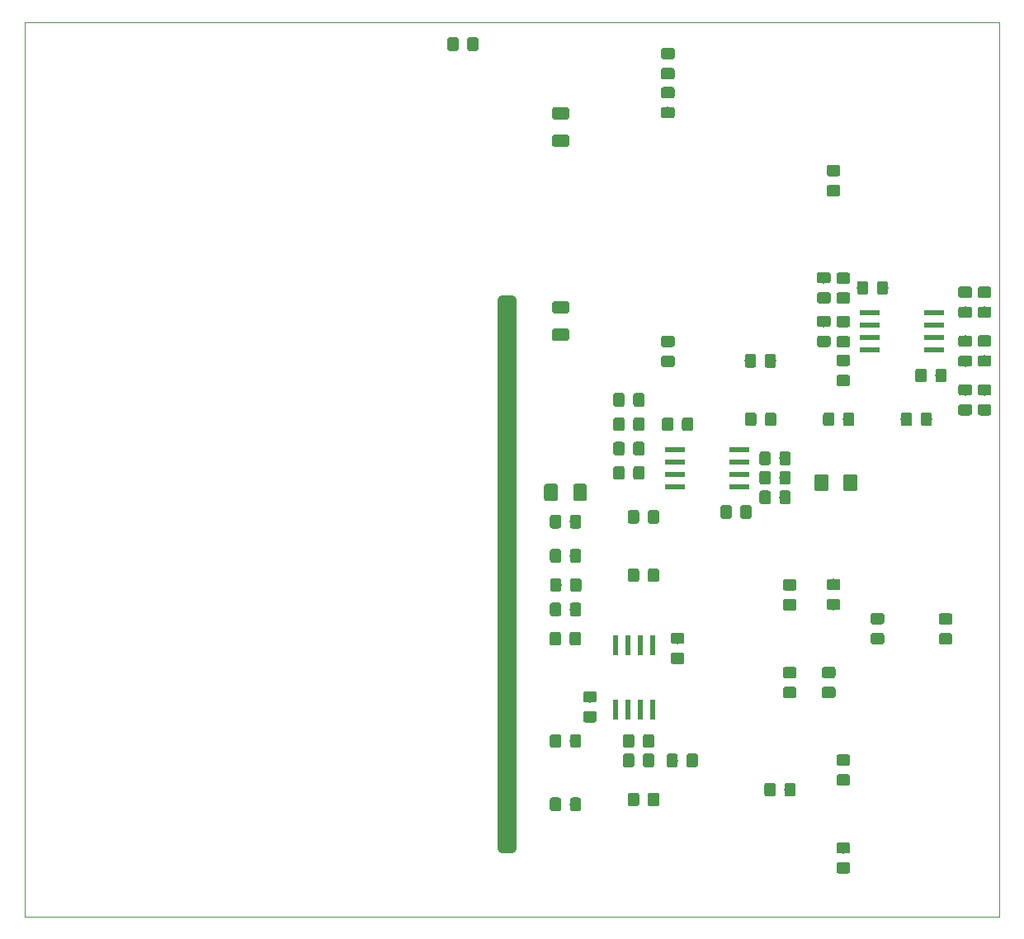
<source format=gbr>
%TF.GenerationSoftware,KiCad,Pcbnew,(5.1.0)-1*%
%TF.CreationDate,2019-10-03T23:56:52+02:00*%
%TF.ProjectId,KicadJE_RIAA,4b696361-644a-4455-9f52-4941412e6b69,rev?*%
%TF.SameCoordinates,Original*%
%TF.FileFunction,Paste,Bot*%
%TF.FilePolarity,Positive*%
%FSLAX46Y46*%
G04 Gerber Fmt 4.6, Leading zero omitted, Abs format (unit mm)*
G04 Created by KiCad (PCBNEW (5.1.0)-1) date 2019-10-03 23:56:52*
%MOMM*%
%LPD*%
G04 APERTURE LIST*
%ADD10C,1.000000*%
%ADD11C,0.050000*%
%ADD12R,0.550000X2.000000*%
%ADD13C,0.150000*%
%ADD14C,1.150000*%
%ADD15C,1.425000*%
%ADD16R,2.000000X0.550000*%
%ADD17C,1.250000*%
G04 APERTURE END LIST*
D10*
X99000000Y-138500000D02*
X100000000Y-138500000D01*
X99000000Y-82250000D02*
X99000000Y-138500000D01*
X100000000Y-82250000D02*
X99000000Y-82250000D01*
X100000000Y-138500000D02*
X100000000Y-82250000D01*
D11*
X50000000Y-145500000D02*
X50000000Y-53750000D01*
X150000000Y-145500000D02*
X50000000Y-145500000D01*
X150000000Y-53750000D02*
X150000000Y-145500000D01*
X50000000Y-53750000D02*
X150000000Y-53750000D01*
D12*
X110595000Y-117700000D03*
X111865000Y-117700000D03*
X113135000Y-117700000D03*
X114405000Y-117700000D03*
X114405000Y-124300000D03*
X113135000Y-124300000D03*
X111865000Y-124300000D03*
X110595000Y-124300000D03*
D13*
G36*
X112824505Y-103801204D02*
G01*
X112848773Y-103804804D01*
X112872572Y-103810765D01*
X112895671Y-103819030D01*
X112917850Y-103829520D01*
X112938893Y-103842132D01*
X112958599Y-103856747D01*
X112976777Y-103873223D01*
X112993253Y-103891401D01*
X113007868Y-103911107D01*
X113020480Y-103932150D01*
X113030970Y-103954329D01*
X113039235Y-103977428D01*
X113045196Y-104001227D01*
X113048796Y-104025495D01*
X113050000Y-104049999D01*
X113050000Y-104950001D01*
X113048796Y-104974505D01*
X113045196Y-104998773D01*
X113039235Y-105022572D01*
X113030970Y-105045671D01*
X113020480Y-105067850D01*
X113007868Y-105088893D01*
X112993253Y-105108599D01*
X112976777Y-105126777D01*
X112958599Y-105143253D01*
X112938893Y-105157868D01*
X112917850Y-105170480D01*
X112895671Y-105180970D01*
X112872572Y-105189235D01*
X112848773Y-105195196D01*
X112824505Y-105198796D01*
X112800001Y-105200000D01*
X112149999Y-105200000D01*
X112125495Y-105198796D01*
X112101227Y-105195196D01*
X112077428Y-105189235D01*
X112054329Y-105180970D01*
X112032150Y-105170480D01*
X112011107Y-105157868D01*
X111991401Y-105143253D01*
X111973223Y-105126777D01*
X111956747Y-105108599D01*
X111942132Y-105088893D01*
X111929520Y-105067850D01*
X111919030Y-105045671D01*
X111910765Y-105022572D01*
X111904804Y-104998773D01*
X111901204Y-104974505D01*
X111900000Y-104950001D01*
X111900000Y-104049999D01*
X111901204Y-104025495D01*
X111904804Y-104001227D01*
X111910765Y-103977428D01*
X111919030Y-103954329D01*
X111929520Y-103932150D01*
X111942132Y-103911107D01*
X111956747Y-103891401D01*
X111973223Y-103873223D01*
X111991401Y-103856747D01*
X112011107Y-103842132D01*
X112032150Y-103829520D01*
X112054329Y-103819030D01*
X112077428Y-103810765D01*
X112101227Y-103804804D01*
X112125495Y-103801204D01*
X112149999Y-103800000D01*
X112800001Y-103800000D01*
X112824505Y-103801204D01*
X112824505Y-103801204D01*
G37*
D14*
X112475000Y-104500000D03*
D13*
G36*
X114874505Y-103801204D02*
G01*
X114898773Y-103804804D01*
X114922572Y-103810765D01*
X114945671Y-103819030D01*
X114967850Y-103829520D01*
X114988893Y-103842132D01*
X115008599Y-103856747D01*
X115026777Y-103873223D01*
X115043253Y-103891401D01*
X115057868Y-103911107D01*
X115070480Y-103932150D01*
X115080970Y-103954329D01*
X115089235Y-103977428D01*
X115095196Y-104001227D01*
X115098796Y-104025495D01*
X115100000Y-104049999D01*
X115100000Y-104950001D01*
X115098796Y-104974505D01*
X115095196Y-104998773D01*
X115089235Y-105022572D01*
X115080970Y-105045671D01*
X115070480Y-105067850D01*
X115057868Y-105088893D01*
X115043253Y-105108599D01*
X115026777Y-105126777D01*
X115008599Y-105143253D01*
X114988893Y-105157868D01*
X114967850Y-105170480D01*
X114945671Y-105180970D01*
X114922572Y-105189235D01*
X114898773Y-105195196D01*
X114874505Y-105198796D01*
X114850001Y-105200000D01*
X114199999Y-105200000D01*
X114175495Y-105198796D01*
X114151227Y-105195196D01*
X114127428Y-105189235D01*
X114104329Y-105180970D01*
X114082150Y-105170480D01*
X114061107Y-105157868D01*
X114041401Y-105143253D01*
X114023223Y-105126777D01*
X114006747Y-105108599D01*
X113992132Y-105088893D01*
X113979520Y-105067850D01*
X113969030Y-105045671D01*
X113960765Y-105022572D01*
X113954804Y-104998773D01*
X113951204Y-104974505D01*
X113950000Y-104950001D01*
X113950000Y-104049999D01*
X113951204Y-104025495D01*
X113954804Y-104001227D01*
X113960765Y-103977428D01*
X113969030Y-103954329D01*
X113979520Y-103932150D01*
X113992132Y-103911107D01*
X114006747Y-103891401D01*
X114023223Y-103873223D01*
X114041401Y-103856747D01*
X114061107Y-103842132D01*
X114082150Y-103829520D01*
X114104329Y-103819030D01*
X114127428Y-103810765D01*
X114151227Y-103804804D01*
X114175495Y-103801204D01*
X114199999Y-103800000D01*
X114850001Y-103800000D01*
X114874505Y-103801204D01*
X114874505Y-103801204D01*
G37*
D14*
X114525000Y-104500000D03*
D13*
G36*
X134474505Y-83901204D02*
G01*
X134498773Y-83904804D01*
X134522572Y-83910765D01*
X134545671Y-83919030D01*
X134567850Y-83929520D01*
X134588893Y-83942132D01*
X134608599Y-83956747D01*
X134626777Y-83973223D01*
X134643253Y-83991401D01*
X134657868Y-84011107D01*
X134670480Y-84032150D01*
X134680970Y-84054329D01*
X134689235Y-84077428D01*
X134695196Y-84101227D01*
X134698796Y-84125495D01*
X134700000Y-84149999D01*
X134700000Y-84800001D01*
X134698796Y-84824505D01*
X134695196Y-84848773D01*
X134689235Y-84872572D01*
X134680970Y-84895671D01*
X134670480Y-84917850D01*
X134657868Y-84938893D01*
X134643253Y-84958599D01*
X134626777Y-84976777D01*
X134608599Y-84993253D01*
X134588893Y-85007868D01*
X134567850Y-85020480D01*
X134545671Y-85030970D01*
X134522572Y-85039235D01*
X134498773Y-85045196D01*
X134474505Y-85048796D01*
X134450001Y-85050000D01*
X133549999Y-85050000D01*
X133525495Y-85048796D01*
X133501227Y-85045196D01*
X133477428Y-85039235D01*
X133454329Y-85030970D01*
X133432150Y-85020480D01*
X133411107Y-85007868D01*
X133391401Y-84993253D01*
X133373223Y-84976777D01*
X133356747Y-84958599D01*
X133342132Y-84938893D01*
X133329520Y-84917850D01*
X133319030Y-84895671D01*
X133310765Y-84872572D01*
X133304804Y-84848773D01*
X133301204Y-84824505D01*
X133300000Y-84800001D01*
X133300000Y-84149999D01*
X133301204Y-84125495D01*
X133304804Y-84101227D01*
X133310765Y-84077428D01*
X133319030Y-84054329D01*
X133329520Y-84032150D01*
X133342132Y-84011107D01*
X133356747Y-83991401D01*
X133373223Y-83973223D01*
X133391401Y-83956747D01*
X133411107Y-83942132D01*
X133432150Y-83929520D01*
X133454329Y-83919030D01*
X133477428Y-83910765D01*
X133501227Y-83904804D01*
X133525495Y-83901204D01*
X133549999Y-83900000D01*
X134450001Y-83900000D01*
X134474505Y-83901204D01*
X134474505Y-83901204D01*
G37*
D14*
X134000000Y-84475000D03*
D13*
G36*
X134474505Y-85951204D02*
G01*
X134498773Y-85954804D01*
X134522572Y-85960765D01*
X134545671Y-85969030D01*
X134567850Y-85979520D01*
X134588893Y-85992132D01*
X134608599Y-86006747D01*
X134626777Y-86023223D01*
X134643253Y-86041401D01*
X134657868Y-86061107D01*
X134670480Y-86082150D01*
X134680970Y-86104329D01*
X134689235Y-86127428D01*
X134695196Y-86151227D01*
X134698796Y-86175495D01*
X134700000Y-86199999D01*
X134700000Y-86850001D01*
X134698796Y-86874505D01*
X134695196Y-86898773D01*
X134689235Y-86922572D01*
X134680970Y-86945671D01*
X134670480Y-86967850D01*
X134657868Y-86988893D01*
X134643253Y-87008599D01*
X134626777Y-87026777D01*
X134608599Y-87043253D01*
X134588893Y-87057868D01*
X134567850Y-87070480D01*
X134545671Y-87080970D01*
X134522572Y-87089235D01*
X134498773Y-87095196D01*
X134474505Y-87098796D01*
X134450001Y-87100000D01*
X133549999Y-87100000D01*
X133525495Y-87098796D01*
X133501227Y-87095196D01*
X133477428Y-87089235D01*
X133454329Y-87080970D01*
X133432150Y-87070480D01*
X133411107Y-87057868D01*
X133391401Y-87043253D01*
X133373223Y-87026777D01*
X133356747Y-87008599D01*
X133342132Y-86988893D01*
X133329520Y-86967850D01*
X133319030Y-86945671D01*
X133310765Y-86922572D01*
X133304804Y-86898773D01*
X133301204Y-86874505D01*
X133300000Y-86850001D01*
X133300000Y-86199999D01*
X133301204Y-86175495D01*
X133304804Y-86151227D01*
X133310765Y-86127428D01*
X133319030Y-86104329D01*
X133329520Y-86082150D01*
X133342132Y-86061107D01*
X133356747Y-86041401D01*
X133373223Y-86023223D01*
X133391401Y-86006747D01*
X133411107Y-85992132D01*
X133432150Y-85979520D01*
X133454329Y-85969030D01*
X133477428Y-85960765D01*
X133501227Y-85954804D01*
X133525495Y-85951204D01*
X133549999Y-85950000D01*
X134450001Y-85950000D01*
X134474505Y-85951204D01*
X134474505Y-85951204D01*
G37*
D14*
X134000000Y-86525000D03*
D13*
G36*
X106874505Y-107801204D02*
G01*
X106898773Y-107804804D01*
X106922572Y-107810765D01*
X106945671Y-107819030D01*
X106967850Y-107829520D01*
X106988893Y-107842132D01*
X107008599Y-107856747D01*
X107026777Y-107873223D01*
X107043253Y-107891401D01*
X107057868Y-107911107D01*
X107070480Y-107932150D01*
X107080970Y-107954329D01*
X107089235Y-107977428D01*
X107095196Y-108001227D01*
X107098796Y-108025495D01*
X107100000Y-108049999D01*
X107100000Y-108950001D01*
X107098796Y-108974505D01*
X107095196Y-108998773D01*
X107089235Y-109022572D01*
X107080970Y-109045671D01*
X107070480Y-109067850D01*
X107057868Y-109088893D01*
X107043253Y-109108599D01*
X107026777Y-109126777D01*
X107008599Y-109143253D01*
X106988893Y-109157868D01*
X106967850Y-109170480D01*
X106945671Y-109180970D01*
X106922572Y-109189235D01*
X106898773Y-109195196D01*
X106874505Y-109198796D01*
X106850001Y-109200000D01*
X106199999Y-109200000D01*
X106175495Y-109198796D01*
X106151227Y-109195196D01*
X106127428Y-109189235D01*
X106104329Y-109180970D01*
X106082150Y-109170480D01*
X106061107Y-109157868D01*
X106041401Y-109143253D01*
X106023223Y-109126777D01*
X106006747Y-109108599D01*
X105992132Y-109088893D01*
X105979520Y-109067850D01*
X105969030Y-109045671D01*
X105960765Y-109022572D01*
X105954804Y-108998773D01*
X105951204Y-108974505D01*
X105950000Y-108950001D01*
X105950000Y-108049999D01*
X105951204Y-108025495D01*
X105954804Y-108001227D01*
X105960765Y-107977428D01*
X105969030Y-107954329D01*
X105979520Y-107932150D01*
X105992132Y-107911107D01*
X106006747Y-107891401D01*
X106023223Y-107873223D01*
X106041401Y-107856747D01*
X106061107Y-107842132D01*
X106082150Y-107829520D01*
X106104329Y-107819030D01*
X106127428Y-107810765D01*
X106151227Y-107804804D01*
X106175495Y-107801204D01*
X106199999Y-107800000D01*
X106850001Y-107800000D01*
X106874505Y-107801204D01*
X106874505Y-107801204D01*
G37*
D14*
X106525000Y-108500000D03*
D13*
G36*
X104824505Y-107801204D02*
G01*
X104848773Y-107804804D01*
X104872572Y-107810765D01*
X104895671Y-107819030D01*
X104917850Y-107829520D01*
X104938893Y-107842132D01*
X104958599Y-107856747D01*
X104976777Y-107873223D01*
X104993253Y-107891401D01*
X105007868Y-107911107D01*
X105020480Y-107932150D01*
X105030970Y-107954329D01*
X105039235Y-107977428D01*
X105045196Y-108001227D01*
X105048796Y-108025495D01*
X105050000Y-108049999D01*
X105050000Y-108950001D01*
X105048796Y-108974505D01*
X105045196Y-108998773D01*
X105039235Y-109022572D01*
X105030970Y-109045671D01*
X105020480Y-109067850D01*
X105007868Y-109088893D01*
X104993253Y-109108599D01*
X104976777Y-109126777D01*
X104958599Y-109143253D01*
X104938893Y-109157868D01*
X104917850Y-109170480D01*
X104895671Y-109180970D01*
X104872572Y-109189235D01*
X104848773Y-109195196D01*
X104824505Y-109198796D01*
X104800001Y-109200000D01*
X104149999Y-109200000D01*
X104125495Y-109198796D01*
X104101227Y-109195196D01*
X104077428Y-109189235D01*
X104054329Y-109180970D01*
X104032150Y-109170480D01*
X104011107Y-109157868D01*
X103991401Y-109143253D01*
X103973223Y-109126777D01*
X103956747Y-109108599D01*
X103942132Y-109088893D01*
X103929520Y-109067850D01*
X103919030Y-109045671D01*
X103910765Y-109022572D01*
X103904804Y-108998773D01*
X103901204Y-108974505D01*
X103900000Y-108950001D01*
X103900000Y-108049999D01*
X103901204Y-108025495D01*
X103904804Y-108001227D01*
X103910765Y-107977428D01*
X103919030Y-107954329D01*
X103929520Y-107932150D01*
X103942132Y-107911107D01*
X103956747Y-107891401D01*
X103973223Y-107873223D01*
X103991401Y-107856747D01*
X104011107Y-107842132D01*
X104032150Y-107829520D01*
X104054329Y-107819030D01*
X104077428Y-107810765D01*
X104101227Y-107804804D01*
X104125495Y-107801204D01*
X104149999Y-107800000D01*
X104800001Y-107800000D01*
X104824505Y-107801204D01*
X104824505Y-107801204D01*
G37*
D14*
X104475000Y-108500000D03*
D13*
G36*
X114874505Y-109801204D02*
G01*
X114898773Y-109804804D01*
X114922572Y-109810765D01*
X114945671Y-109819030D01*
X114967850Y-109829520D01*
X114988893Y-109842132D01*
X115008599Y-109856747D01*
X115026777Y-109873223D01*
X115043253Y-109891401D01*
X115057868Y-109911107D01*
X115070480Y-109932150D01*
X115080970Y-109954329D01*
X115089235Y-109977428D01*
X115095196Y-110001227D01*
X115098796Y-110025495D01*
X115100000Y-110049999D01*
X115100000Y-110950001D01*
X115098796Y-110974505D01*
X115095196Y-110998773D01*
X115089235Y-111022572D01*
X115080970Y-111045671D01*
X115070480Y-111067850D01*
X115057868Y-111088893D01*
X115043253Y-111108599D01*
X115026777Y-111126777D01*
X115008599Y-111143253D01*
X114988893Y-111157868D01*
X114967850Y-111170480D01*
X114945671Y-111180970D01*
X114922572Y-111189235D01*
X114898773Y-111195196D01*
X114874505Y-111198796D01*
X114850001Y-111200000D01*
X114199999Y-111200000D01*
X114175495Y-111198796D01*
X114151227Y-111195196D01*
X114127428Y-111189235D01*
X114104329Y-111180970D01*
X114082150Y-111170480D01*
X114061107Y-111157868D01*
X114041401Y-111143253D01*
X114023223Y-111126777D01*
X114006747Y-111108599D01*
X113992132Y-111088893D01*
X113979520Y-111067850D01*
X113969030Y-111045671D01*
X113960765Y-111022572D01*
X113954804Y-110998773D01*
X113951204Y-110974505D01*
X113950000Y-110950001D01*
X113950000Y-110049999D01*
X113951204Y-110025495D01*
X113954804Y-110001227D01*
X113960765Y-109977428D01*
X113969030Y-109954329D01*
X113979520Y-109932150D01*
X113992132Y-109911107D01*
X114006747Y-109891401D01*
X114023223Y-109873223D01*
X114041401Y-109856747D01*
X114061107Y-109842132D01*
X114082150Y-109829520D01*
X114104329Y-109819030D01*
X114127428Y-109810765D01*
X114151227Y-109804804D01*
X114175495Y-109801204D01*
X114199999Y-109800000D01*
X114850001Y-109800000D01*
X114874505Y-109801204D01*
X114874505Y-109801204D01*
G37*
D14*
X114525000Y-110500000D03*
D13*
G36*
X112824505Y-109801204D02*
G01*
X112848773Y-109804804D01*
X112872572Y-109810765D01*
X112895671Y-109819030D01*
X112917850Y-109829520D01*
X112938893Y-109842132D01*
X112958599Y-109856747D01*
X112976777Y-109873223D01*
X112993253Y-109891401D01*
X113007868Y-109911107D01*
X113020480Y-109932150D01*
X113030970Y-109954329D01*
X113039235Y-109977428D01*
X113045196Y-110001227D01*
X113048796Y-110025495D01*
X113050000Y-110049999D01*
X113050000Y-110950001D01*
X113048796Y-110974505D01*
X113045196Y-110998773D01*
X113039235Y-111022572D01*
X113030970Y-111045671D01*
X113020480Y-111067850D01*
X113007868Y-111088893D01*
X112993253Y-111108599D01*
X112976777Y-111126777D01*
X112958599Y-111143253D01*
X112938893Y-111157868D01*
X112917850Y-111170480D01*
X112895671Y-111180970D01*
X112872572Y-111189235D01*
X112848773Y-111195196D01*
X112824505Y-111198796D01*
X112800001Y-111200000D01*
X112149999Y-111200000D01*
X112125495Y-111198796D01*
X112101227Y-111195196D01*
X112077428Y-111189235D01*
X112054329Y-111180970D01*
X112032150Y-111170480D01*
X112011107Y-111157868D01*
X111991401Y-111143253D01*
X111973223Y-111126777D01*
X111956747Y-111108599D01*
X111942132Y-111088893D01*
X111929520Y-111067850D01*
X111919030Y-111045671D01*
X111910765Y-111022572D01*
X111904804Y-110998773D01*
X111901204Y-110974505D01*
X111900000Y-110950001D01*
X111900000Y-110049999D01*
X111901204Y-110025495D01*
X111904804Y-110001227D01*
X111910765Y-109977428D01*
X111919030Y-109954329D01*
X111929520Y-109932150D01*
X111942132Y-109911107D01*
X111956747Y-109891401D01*
X111973223Y-109873223D01*
X111991401Y-109856747D01*
X112011107Y-109842132D01*
X112032150Y-109829520D01*
X112054329Y-109819030D01*
X112077428Y-109810765D01*
X112101227Y-109804804D01*
X112125495Y-109801204D01*
X112149999Y-109800000D01*
X112800001Y-109800000D01*
X112824505Y-109801204D01*
X112824505Y-109801204D01*
G37*
D14*
X112475000Y-110500000D03*
D13*
G36*
X134474505Y-81476204D02*
G01*
X134498773Y-81479804D01*
X134522572Y-81485765D01*
X134545671Y-81494030D01*
X134567850Y-81504520D01*
X134588893Y-81517132D01*
X134608599Y-81531747D01*
X134626777Y-81548223D01*
X134643253Y-81566401D01*
X134657868Y-81586107D01*
X134670480Y-81607150D01*
X134680970Y-81629329D01*
X134689235Y-81652428D01*
X134695196Y-81676227D01*
X134698796Y-81700495D01*
X134700000Y-81724999D01*
X134700000Y-82375001D01*
X134698796Y-82399505D01*
X134695196Y-82423773D01*
X134689235Y-82447572D01*
X134680970Y-82470671D01*
X134670480Y-82492850D01*
X134657868Y-82513893D01*
X134643253Y-82533599D01*
X134626777Y-82551777D01*
X134608599Y-82568253D01*
X134588893Y-82582868D01*
X134567850Y-82595480D01*
X134545671Y-82605970D01*
X134522572Y-82614235D01*
X134498773Y-82620196D01*
X134474505Y-82623796D01*
X134450001Y-82625000D01*
X133549999Y-82625000D01*
X133525495Y-82623796D01*
X133501227Y-82620196D01*
X133477428Y-82614235D01*
X133454329Y-82605970D01*
X133432150Y-82595480D01*
X133411107Y-82582868D01*
X133391401Y-82568253D01*
X133373223Y-82551777D01*
X133356747Y-82533599D01*
X133342132Y-82513893D01*
X133329520Y-82492850D01*
X133319030Y-82470671D01*
X133310765Y-82447572D01*
X133304804Y-82423773D01*
X133301204Y-82399505D01*
X133300000Y-82375001D01*
X133300000Y-81724999D01*
X133301204Y-81700495D01*
X133304804Y-81676227D01*
X133310765Y-81652428D01*
X133319030Y-81629329D01*
X133329520Y-81607150D01*
X133342132Y-81586107D01*
X133356747Y-81566401D01*
X133373223Y-81548223D01*
X133391401Y-81531747D01*
X133411107Y-81517132D01*
X133432150Y-81504520D01*
X133454329Y-81494030D01*
X133477428Y-81485765D01*
X133501227Y-81479804D01*
X133525495Y-81476204D01*
X133549999Y-81475000D01*
X134450001Y-81475000D01*
X134474505Y-81476204D01*
X134474505Y-81476204D01*
G37*
D14*
X134000000Y-82050000D03*
D13*
G36*
X134474505Y-79426204D02*
G01*
X134498773Y-79429804D01*
X134522572Y-79435765D01*
X134545671Y-79444030D01*
X134567850Y-79454520D01*
X134588893Y-79467132D01*
X134608599Y-79481747D01*
X134626777Y-79498223D01*
X134643253Y-79516401D01*
X134657868Y-79536107D01*
X134670480Y-79557150D01*
X134680970Y-79579329D01*
X134689235Y-79602428D01*
X134695196Y-79626227D01*
X134698796Y-79650495D01*
X134700000Y-79674999D01*
X134700000Y-80325001D01*
X134698796Y-80349505D01*
X134695196Y-80373773D01*
X134689235Y-80397572D01*
X134680970Y-80420671D01*
X134670480Y-80442850D01*
X134657868Y-80463893D01*
X134643253Y-80483599D01*
X134626777Y-80501777D01*
X134608599Y-80518253D01*
X134588893Y-80532868D01*
X134567850Y-80545480D01*
X134545671Y-80555970D01*
X134522572Y-80564235D01*
X134498773Y-80570196D01*
X134474505Y-80573796D01*
X134450001Y-80575000D01*
X133549999Y-80575000D01*
X133525495Y-80573796D01*
X133501227Y-80570196D01*
X133477428Y-80564235D01*
X133454329Y-80555970D01*
X133432150Y-80545480D01*
X133411107Y-80532868D01*
X133391401Y-80518253D01*
X133373223Y-80501777D01*
X133356747Y-80483599D01*
X133342132Y-80463893D01*
X133329520Y-80442850D01*
X133319030Y-80420671D01*
X133310765Y-80397572D01*
X133304804Y-80373773D01*
X133301204Y-80349505D01*
X133300000Y-80325001D01*
X133300000Y-79674999D01*
X133301204Y-79650495D01*
X133304804Y-79626227D01*
X133310765Y-79602428D01*
X133319030Y-79579329D01*
X133329520Y-79557150D01*
X133342132Y-79536107D01*
X133356747Y-79516401D01*
X133373223Y-79498223D01*
X133391401Y-79481747D01*
X133411107Y-79467132D01*
X133432150Y-79454520D01*
X133454329Y-79444030D01*
X133477428Y-79435765D01*
X133501227Y-79429804D01*
X133525495Y-79426204D01*
X133549999Y-79425000D01*
X134450001Y-79425000D01*
X134474505Y-79426204D01*
X134474505Y-79426204D01*
G37*
D14*
X134000000Y-80000000D03*
D13*
G36*
X104499504Y-101126204D02*
G01*
X104523773Y-101129804D01*
X104547571Y-101135765D01*
X104570671Y-101144030D01*
X104592849Y-101154520D01*
X104613893Y-101167133D01*
X104633598Y-101181747D01*
X104651777Y-101198223D01*
X104668253Y-101216402D01*
X104682867Y-101236107D01*
X104695480Y-101257151D01*
X104705970Y-101279329D01*
X104714235Y-101302429D01*
X104720196Y-101326227D01*
X104723796Y-101350496D01*
X104725000Y-101375000D01*
X104725000Y-102625000D01*
X104723796Y-102649504D01*
X104720196Y-102673773D01*
X104714235Y-102697571D01*
X104705970Y-102720671D01*
X104695480Y-102742849D01*
X104682867Y-102763893D01*
X104668253Y-102783598D01*
X104651777Y-102801777D01*
X104633598Y-102818253D01*
X104613893Y-102832867D01*
X104592849Y-102845480D01*
X104570671Y-102855970D01*
X104547571Y-102864235D01*
X104523773Y-102870196D01*
X104499504Y-102873796D01*
X104475000Y-102875000D01*
X103550000Y-102875000D01*
X103525496Y-102873796D01*
X103501227Y-102870196D01*
X103477429Y-102864235D01*
X103454329Y-102855970D01*
X103432151Y-102845480D01*
X103411107Y-102832867D01*
X103391402Y-102818253D01*
X103373223Y-102801777D01*
X103356747Y-102783598D01*
X103342133Y-102763893D01*
X103329520Y-102742849D01*
X103319030Y-102720671D01*
X103310765Y-102697571D01*
X103304804Y-102673773D01*
X103301204Y-102649504D01*
X103300000Y-102625000D01*
X103300000Y-101375000D01*
X103301204Y-101350496D01*
X103304804Y-101326227D01*
X103310765Y-101302429D01*
X103319030Y-101279329D01*
X103329520Y-101257151D01*
X103342133Y-101236107D01*
X103356747Y-101216402D01*
X103373223Y-101198223D01*
X103391402Y-101181747D01*
X103411107Y-101167133D01*
X103432151Y-101154520D01*
X103454329Y-101144030D01*
X103477429Y-101135765D01*
X103501227Y-101129804D01*
X103525496Y-101126204D01*
X103550000Y-101125000D01*
X104475000Y-101125000D01*
X104499504Y-101126204D01*
X104499504Y-101126204D01*
G37*
D15*
X104012500Y-102000000D03*
D13*
G36*
X107474504Y-101126204D02*
G01*
X107498773Y-101129804D01*
X107522571Y-101135765D01*
X107545671Y-101144030D01*
X107567849Y-101154520D01*
X107588893Y-101167133D01*
X107608598Y-101181747D01*
X107626777Y-101198223D01*
X107643253Y-101216402D01*
X107657867Y-101236107D01*
X107670480Y-101257151D01*
X107680970Y-101279329D01*
X107689235Y-101302429D01*
X107695196Y-101326227D01*
X107698796Y-101350496D01*
X107700000Y-101375000D01*
X107700000Y-102625000D01*
X107698796Y-102649504D01*
X107695196Y-102673773D01*
X107689235Y-102697571D01*
X107680970Y-102720671D01*
X107670480Y-102742849D01*
X107657867Y-102763893D01*
X107643253Y-102783598D01*
X107626777Y-102801777D01*
X107608598Y-102818253D01*
X107588893Y-102832867D01*
X107567849Y-102845480D01*
X107545671Y-102855970D01*
X107522571Y-102864235D01*
X107498773Y-102870196D01*
X107474504Y-102873796D01*
X107450000Y-102875000D01*
X106525000Y-102875000D01*
X106500496Y-102873796D01*
X106476227Y-102870196D01*
X106452429Y-102864235D01*
X106429329Y-102855970D01*
X106407151Y-102845480D01*
X106386107Y-102832867D01*
X106366402Y-102818253D01*
X106348223Y-102801777D01*
X106331747Y-102783598D01*
X106317133Y-102763893D01*
X106304520Y-102742849D01*
X106294030Y-102720671D01*
X106285765Y-102697571D01*
X106279804Y-102673773D01*
X106276204Y-102649504D01*
X106275000Y-102625000D01*
X106275000Y-101375000D01*
X106276204Y-101350496D01*
X106279804Y-101326227D01*
X106285765Y-101302429D01*
X106294030Y-101279329D01*
X106304520Y-101257151D01*
X106317133Y-101236107D01*
X106331747Y-101216402D01*
X106348223Y-101198223D01*
X106366402Y-101181747D01*
X106386107Y-101167133D01*
X106407151Y-101154520D01*
X106429329Y-101144030D01*
X106452429Y-101135765D01*
X106476227Y-101129804D01*
X106500496Y-101126204D01*
X106525000Y-101125000D01*
X107450000Y-101125000D01*
X107474504Y-101126204D01*
X107474504Y-101126204D01*
G37*
D15*
X106987500Y-102000000D03*
D13*
G36*
X126874505Y-87801204D02*
G01*
X126898773Y-87804804D01*
X126922572Y-87810765D01*
X126945671Y-87819030D01*
X126967850Y-87829520D01*
X126988893Y-87842132D01*
X127008599Y-87856747D01*
X127026777Y-87873223D01*
X127043253Y-87891401D01*
X127057868Y-87911107D01*
X127070480Y-87932150D01*
X127080970Y-87954329D01*
X127089235Y-87977428D01*
X127095196Y-88001227D01*
X127098796Y-88025495D01*
X127100000Y-88049999D01*
X127100000Y-88950001D01*
X127098796Y-88974505D01*
X127095196Y-88998773D01*
X127089235Y-89022572D01*
X127080970Y-89045671D01*
X127070480Y-89067850D01*
X127057868Y-89088893D01*
X127043253Y-89108599D01*
X127026777Y-89126777D01*
X127008599Y-89143253D01*
X126988893Y-89157868D01*
X126967850Y-89170480D01*
X126945671Y-89180970D01*
X126922572Y-89189235D01*
X126898773Y-89195196D01*
X126874505Y-89198796D01*
X126850001Y-89200000D01*
X126199999Y-89200000D01*
X126175495Y-89198796D01*
X126151227Y-89195196D01*
X126127428Y-89189235D01*
X126104329Y-89180970D01*
X126082150Y-89170480D01*
X126061107Y-89157868D01*
X126041401Y-89143253D01*
X126023223Y-89126777D01*
X126006747Y-89108599D01*
X125992132Y-89088893D01*
X125979520Y-89067850D01*
X125969030Y-89045671D01*
X125960765Y-89022572D01*
X125954804Y-88998773D01*
X125951204Y-88974505D01*
X125950000Y-88950001D01*
X125950000Y-88049999D01*
X125951204Y-88025495D01*
X125954804Y-88001227D01*
X125960765Y-87977428D01*
X125969030Y-87954329D01*
X125979520Y-87932150D01*
X125992132Y-87911107D01*
X126006747Y-87891401D01*
X126023223Y-87873223D01*
X126041401Y-87856747D01*
X126061107Y-87842132D01*
X126082150Y-87829520D01*
X126104329Y-87819030D01*
X126127428Y-87810765D01*
X126151227Y-87804804D01*
X126175495Y-87801204D01*
X126199999Y-87800000D01*
X126850001Y-87800000D01*
X126874505Y-87801204D01*
X126874505Y-87801204D01*
G37*
D14*
X126525000Y-88500000D03*
D13*
G36*
X124824505Y-87801204D02*
G01*
X124848773Y-87804804D01*
X124872572Y-87810765D01*
X124895671Y-87819030D01*
X124917850Y-87829520D01*
X124938893Y-87842132D01*
X124958599Y-87856747D01*
X124976777Y-87873223D01*
X124993253Y-87891401D01*
X125007868Y-87911107D01*
X125020480Y-87932150D01*
X125030970Y-87954329D01*
X125039235Y-87977428D01*
X125045196Y-88001227D01*
X125048796Y-88025495D01*
X125050000Y-88049999D01*
X125050000Y-88950001D01*
X125048796Y-88974505D01*
X125045196Y-88998773D01*
X125039235Y-89022572D01*
X125030970Y-89045671D01*
X125020480Y-89067850D01*
X125007868Y-89088893D01*
X124993253Y-89108599D01*
X124976777Y-89126777D01*
X124958599Y-89143253D01*
X124938893Y-89157868D01*
X124917850Y-89170480D01*
X124895671Y-89180970D01*
X124872572Y-89189235D01*
X124848773Y-89195196D01*
X124824505Y-89198796D01*
X124800001Y-89200000D01*
X124149999Y-89200000D01*
X124125495Y-89198796D01*
X124101227Y-89195196D01*
X124077428Y-89189235D01*
X124054329Y-89180970D01*
X124032150Y-89170480D01*
X124011107Y-89157868D01*
X123991401Y-89143253D01*
X123973223Y-89126777D01*
X123956747Y-89108599D01*
X123942132Y-89088893D01*
X123929520Y-89067850D01*
X123919030Y-89045671D01*
X123910765Y-89022572D01*
X123904804Y-88998773D01*
X123901204Y-88974505D01*
X123900000Y-88950001D01*
X123900000Y-88049999D01*
X123901204Y-88025495D01*
X123904804Y-88001227D01*
X123910765Y-87977428D01*
X123919030Y-87954329D01*
X123929520Y-87932150D01*
X123942132Y-87911107D01*
X123956747Y-87891401D01*
X123973223Y-87873223D01*
X123991401Y-87856747D01*
X124011107Y-87842132D01*
X124032150Y-87829520D01*
X124054329Y-87819030D01*
X124077428Y-87810765D01*
X124101227Y-87804804D01*
X124125495Y-87801204D01*
X124149999Y-87800000D01*
X124800001Y-87800000D01*
X124824505Y-87801204D01*
X124824505Y-87801204D01*
G37*
D14*
X124475000Y-88500000D03*
D13*
G36*
X124849505Y-93801204D02*
G01*
X124873773Y-93804804D01*
X124897572Y-93810765D01*
X124920671Y-93819030D01*
X124942850Y-93829520D01*
X124963893Y-93842132D01*
X124983599Y-93856747D01*
X125001777Y-93873223D01*
X125018253Y-93891401D01*
X125032868Y-93911107D01*
X125045480Y-93932150D01*
X125055970Y-93954329D01*
X125064235Y-93977428D01*
X125070196Y-94001227D01*
X125073796Y-94025495D01*
X125075000Y-94049999D01*
X125075000Y-94950001D01*
X125073796Y-94974505D01*
X125070196Y-94998773D01*
X125064235Y-95022572D01*
X125055970Y-95045671D01*
X125045480Y-95067850D01*
X125032868Y-95088893D01*
X125018253Y-95108599D01*
X125001777Y-95126777D01*
X124983599Y-95143253D01*
X124963893Y-95157868D01*
X124942850Y-95170480D01*
X124920671Y-95180970D01*
X124897572Y-95189235D01*
X124873773Y-95195196D01*
X124849505Y-95198796D01*
X124825001Y-95200000D01*
X124174999Y-95200000D01*
X124150495Y-95198796D01*
X124126227Y-95195196D01*
X124102428Y-95189235D01*
X124079329Y-95180970D01*
X124057150Y-95170480D01*
X124036107Y-95157868D01*
X124016401Y-95143253D01*
X123998223Y-95126777D01*
X123981747Y-95108599D01*
X123967132Y-95088893D01*
X123954520Y-95067850D01*
X123944030Y-95045671D01*
X123935765Y-95022572D01*
X123929804Y-94998773D01*
X123926204Y-94974505D01*
X123925000Y-94950001D01*
X123925000Y-94049999D01*
X123926204Y-94025495D01*
X123929804Y-94001227D01*
X123935765Y-93977428D01*
X123944030Y-93954329D01*
X123954520Y-93932150D01*
X123967132Y-93911107D01*
X123981747Y-93891401D01*
X123998223Y-93873223D01*
X124016401Y-93856747D01*
X124036107Y-93842132D01*
X124057150Y-93829520D01*
X124079329Y-93819030D01*
X124102428Y-93810765D01*
X124126227Y-93804804D01*
X124150495Y-93801204D01*
X124174999Y-93800000D01*
X124825001Y-93800000D01*
X124849505Y-93801204D01*
X124849505Y-93801204D01*
G37*
D14*
X124500000Y-94500000D03*
D13*
G36*
X126899505Y-93801204D02*
G01*
X126923773Y-93804804D01*
X126947572Y-93810765D01*
X126970671Y-93819030D01*
X126992850Y-93829520D01*
X127013893Y-93842132D01*
X127033599Y-93856747D01*
X127051777Y-93873223D01*
X127068253Y-93891401D01*
X127082868Y-93911107D01*
X127095480Y-93932150D01*
X127105970Y-93954329D01*
X127114235Y-93977428D01*
X127120196Y-94001227D01*
X127123796Y-94025495D01*
X127125000Y-94049999D01*
X127125000Y-94950001D01*
X127123796Y-94974505D01*
X127120196Y-94998773D01*
X127114235Y-95022572D01*
X127105970Y-95045671D01*
X127095480Y-95067850D01*
X127082868Y-95088893D01*
X127068253Y-95108599D01*
X127051777Y-95126777D01*
X127033599Y-95143253D01*
X127013893Y-95157868D01*
X126992850Y-95170480D01*
X126970671Y-95180970D01*
X126947572Y-95189235D01*
X126923773Y-95195196D01*
X126899505Y-95198796D01*
X126875001Y-95200000D01*
X126224999Y-95200000D01*
X126200495Y-95198796D01*
X126176227Y-95195196D01*
X126152428Y-95189235D01*
X126129329Y-95180970D01*
X126107150Y-95170480D01*
X126086107Y-95157868D01*
X126066401Y-95143253D01*
X126048223Y-95126777D01*
X126031747Y-95108599D01*
X126017132Y-95088893D01*
X126004520Y-95067850D01*
X125994030Y-95045671D01*
X125985765Y-95022572D01*
X125979804Y-94998773D01*
X125976204Y-94974505D01*
X125975000Y-94950001D01*
X125975000Y-94049999D01*
X125976204Y-94025495D01*
X125979804Y-94001227D01*
X125985765Y-93977428D01*
X125994030Y-93954329D01*
X126004520Y-93932150D01*
X126017132Y-93911107D01*
X126031747Y-93891401D01*
X126048223Y-93873223D01*
X126066401Y-93856747D01*
X126086107Y-93842132D01*
X126107150Y-93829520D01*
X126129329Y-93819030D01*
X126152428Y-93810765D01*
X126176227Y-93804804D01*
X126200495Y-93801204D01*
X126224999Y-93800000D01*
X126875001Y-93800000D01*
X126899505Y-93801204D01*
X126899505Y-93801204D01*
G37*
D14*
X126550000Y-94500000D03*
D13*
G36*
X146974505Y-82926204D02*
G01*
X146998773Y-82929804D01*
X147022572Y-82935765D01*
X147045671Y-82944030D01*
X147067850Y-82954520D01*
X147088893Y-82967132D01*
X147108599Y-82981747D01*
X147126777Y-82998223D01*
X147143253Y-83016401D01*
X147157868Y-83036107D01*
X147170480Y-83057150D01*
X147180970Y-83079329D01*
X147189235Y-83102428D01*
X147195196Y-83126227D01*
X147198796Y-83150495D01*
X147200000Y-83174999D01*
X147200000Y-83825001D01*
X147198796Y-83849505D01*
X147195196Y-83873773D01*
X147189235Y-83897572D01*
X147180970Y-83920671D01*
X147170480Y-83942850D01*
X147157868Y-83963893D01*
X147143253Y-83983599D01*
X147126777Y-84001777D01*
X147108599Y-84018253D01*
X147088893Y-84032868D01*
X147067850Y-84045480D01*
X147045671Y-84055970D01*
X147022572Y-84064235D01*
X146998773Y-84070196D01*
X146974505Y-84073796D01*
X146950001Y-84075000D01*
X146049999Y-84075000D01*
X146025495Y-84073796D01*
X146001227Y-84070196D01*
X145977428Y-84064235D01*
X145954329Y-84055970D01*
X145932150Y-84045480D01*
X145911107Y-84032868D01*
X145891401Y-84018253D01*
X145873223Y-84001777D01*
X145856747Y-83983599D01*
X145842132Y-83963893D01*
X145829520Y-83942850D01*
X145819030Y-83920671D01*
X145810765Y-83897572D01*
X145804804Y-83873773D01*
X145801204Y-83849505D01*
X145800000Y-83825001D01*
X145800000Y-83174999D01*
X145801204Y-83150495D01*
X145804804Y-83126227D01*
X145810765Y-83102428D01*
X145819030Y-83079329D01*
X145829520Y-83057150D01*
X145842132Y-83036107D01*
X145856747Y-83016401D01*
X145873223Y-82998223D01*
X145891401Y-82981747D01*
X145911107Y-82967132D01*
X145932150Y-82954520D01*
X145954329Y-82944030D01*
X145977428Y-82935765D01*
X146001227Y-82929804D01*
X146025495Y-82926204D01*
X146049999Y-82925000D01*
X146950001Y-82925000D01*
X146974505Y-82926204D01*
X146974505Y-82926204D01*
G37*
D14*
X146500000Y-83500000D03*
D13*
G36*
X146974505Y-80876204D02*
G01*
X146998773Y-80879804D01*
X147022572Y-80885765D01*
X147045671Y-80894030D01*
X147067850Y-80904520D01*
X147088893Y-80917132D01*
X147108599Y-80931747D01*
X147126777Y-80948223D01*
X147143253Y-80966401D01*
X147157868Y-80986107D01*
X147170480Y-81007150D01*
X147180970Y-81029329D01*
X147189235Y-81052428D01*
X147195196Y-81076227D01*
X147198796Y-81100495D01*
X147200000Y-81124999D01*
X147200000Y-81775001D01*
X147198796Y-81799505D01*
X147195196Y-81823773D01*
X147189235Y-81847572D01*
X147180970Y-81870671D01*
X147170480Y-81892850D01*
X147157868Y-81913893D01*
X147143253Y-81933599D01*
X147126777Y-81951777D01*
X147108599Y-81968253D01*
X147088893Y-81982868D01*
X147067850Y-81995480D01*
X147045671Y-82005970D01*
X147022572Y-82014235D01*
X146998773Y-82020196D01*
X146974505Y-82023796D01*
X146950001Y-82025000D01*
X146049999Y-82025000D01*
X146025495Y-82023796D01*
X146001227Y-82020196D01*
X145977428Y-82014235D01*
X145954329Y-82005970D01*
X145932150Y-81995480D01*
X145911107Y-81982868D01*
X145891401Y-81968253D01*
X145873223Y-81951777D01*
X145856747Y-81933599D01*
X145842132Y-81913893D01*
X145829520Y-81892850D01*
X145819030Y-81870671D01*
X145810765Y-81847572D01*
X145804804Y-81823773D01*
X145801204Y-81799505D01*
X145800000Y-81775001D01*
X145800000Y-81124999D01*
X145801204Y-81100495D01*
X145804804Y-81076227D01*
X145810765Y-81052428D01*
X145819030Y-81029329D01*
X145829520Y-81007150D01*
X145842132Y-80986107D01*
X145856747Y-80966401D01*
X145873223Y-80948223D01*
X145891401Y-80931747D01*
X145911107Y-80917132D01*
X145932150Y-80904520D01*
X145954329Y-80894030D01*
X145977428Y-80885765D01*
X146001227Y-80879804D01*
X146025495Y-80876204D01*
X146049999Y-80875000D01*
X146950001Y-80875000D01*
X146974505Y-80876204D01*
X146974505Y-80876204D01*
G37*
D14*
X146500000Y-81450000D03*
D13*
G36*
X104824505Y-126801204D02*
G01*
X104848773Y-126804804D01*
X104872572Y-126810765D01*
X104895671Y-126819030D01*
X104917850Y-126829520D01*
X104938893Y-126842132D01*
X104958599Y-126856747D01*
X104976777Y-126873223D01*
X104993253Y-126891401D01*
X105007868Y-126911107D01*
X105020480Y-126932150D01*
X105030970Y-126954329D01*
X105039235Y-126977428D01*
X105045196Y-127001227D01*
X105048796Y-127025495D01*
X105050000Y-127049999D01*
X105050000Y-127950001D01*
X105048796Y-127974505D01*
X105045196Y-127998773D01*
X105039235Y-128022572D01*
X105030970Y-128045671D01*
X105020480Y-128067850D01*
X105007868Y-128088893D01*
X104993253Y-128108599D01*
X104976777Y-128126777D01*
X104958599Y-128143253D01*
X104938893Y-128157868D01*
X104917850Y-128170480D01*
X104895671Y-128180970D01*
X104872572Y-128189235D01*
X104848773Y-128195196D01*
X104824505Y-128198796D01*
X104800001Y-128200000D01*
X104149999Y-128200000D01*
X104125495Y-128198796D01*
X104101227Y-128195196D01*
X104077428Y-128189235D01*
X104054329Y-128180970D01*
X104032150Y-128170480D01*
X104011107Y-128157868D01*
X103991401Y-128143253D01*
X103973223Y-128126777D01*
X103956747Y-128108599D01*
X103942132Y-128088893D01*
X103929520Y-128067850D01*
X103919030Y-128045671D01*
X103910765Y-128022572D01*
X103904804Y-127998773D01*
X103901204Y-127974505D01*
X103900000Y-127950001D01*
X103900000Y-127049999D01*
X103901204Y-127025495D01*
X103904804Y-127001227D01*
X103910765Y-126977428D01*
X103919030Y-126954329D01*
X103929520Y-126932150D01*
X103942132Y-126911107D01*
X103956747Y-126891401D01*
X103973223Y-126873223D01*
X103991401Y-126856747D01*
X104011107Y-126842132D01*
X104032150Y-126829520D01*
X104054329Y-126819030D01*
X104077428Y-126810765D01*
X104101227Y-126804804D01*
X104125495Y-126801204D01*
X104149999Y-126800000D01*
X104800001Y-126800000D01*
X104824505Y-126801204D01*
X104824505Y-126801204D01*
G37*
D14*
X104475000Y-127500000D03*
D13*
G36*
X106874505Y-126801204D02*
G01*
X106898773Y-126804804D01*
X106922572Y-126810765D01*
X106945671Y-126819030D01*
X106967850Y-126829520D01*
X106988893Y-126842132D01*
X107008599Y-126856747D01*
X107026777Y-126873223D01*
X107043253Y-126891401D01*
X107057868Y-126911107D01*
X107070480Y-126932150D01*
X107080970Y-126954329D01*
X107089235Y-126977428D01*
X107095196Y-127001227D01*
X107098796Y-127025495D01*
X107100000Y-127049999D01*
X107100000Y-127950001D01*
X107098796Y-127974505D01*
X107095196Y-127998773D01*
X107089235Y-128022572D01*
X107080970Y-128045671D01*
X107070480Y-128067850D01*
X107057868Y-128088893D01*
X107043253Y-128108599D01*
X107026777Y-128126777D01*
X107008599Y-128143253D01*
X106988893Y-128157868D01*
X106967850Y-128170480D01*
X106945671Y-128180970D01*
X106922572Y-128189235D01*
X106898773Y-128195196D01*
X106874505Y-128198796D01*
X106850001Y-128200000D01*
X106199999Y-128200000D01*
X106175495Y-128198796D01*
X106151227Y-128195196D01*
X106127428Y-128189235D01*
X106104329Y-128180970D01*
X106082150Y-128170480D01*
X106061107Y-128157868D01*
X106041401Y-128143253D01*
X106023223Y-128126777D01*
X106006747Y-128108599D01*
X105992132Y-128088893D01*
X105979520Y-128067850D01*
X105969030Y-128045671D01*
X105960765Y-128022572D01*
X105954804Y-127998773D01*
X105951204Y-127974505D01*
X105950000Y-127950001D01*
X105950000Y-127049999D01*
X105951204Y-127025495D01*
X105954804Y-127001227D01*
X105960765Y-126977428D01*
X105969030Y-126954329D01*
X105979520Y-126932150D01*
X105992132Y-126911107D01*
X106006747Y-126891401D01*
X106023223Y-126873223D01*
X106041401Y-126856747D01*
X106061107Y-126842132D01*
X106082150Y-126829520D01*
X106104329Y-126819030D01*
X106127428Y-126810765D01*
X106151227Y-126804804D01*
X106175495Y-126801204D01*
X106199999Y-126800000D01*
X106850001Y-126800000D01*
X106874505Y-126801204D01*
X106874505Y-126801204D01*
G37*
D14*
X106525000Y-127500000D03*
D13*
G36*
X148974505Y-92951204D02*
G01*
X148998773Y-92954804D01*
X149022572Y-92960765D01*
X149045671Y-92969030D01*
X149067850Y-92979520D01*
X149088893Y-92992132D01*
X149108599Y-93006747D01*
X149126777Y-93023223D01*
X149143253Y-93041401D01*
X149157868Y-93061107D01*
X149170480Y-93082150D01*
X149180970Y-93104329D01*
X149189235Y-93127428D01*
X149195196Y-93151227D01*
X149198796Y-93175495D01*
X149200000Y-93199999D01*
X149200000Y-93850001D01*
X149198796Y-93874505D01*
X149195196Y-93898773D01*
X149189235Y-93922572D01*
X149180970Y-93945671D01*
X149170480Y-93967850D01*
X149157868Y-93988893D01*
X149143253Y-94008599D01*
X149126777Y-94026777D01*
X149108599Y-94043253D01*
X149088893Y-94057868D01*
X149067850Y-94070480D01*
X149045671Y-94080970D01*
X149022572Y-94089235D01*
X148998773Y-94095196D01*
X148974505Y-94098796D01*
X148950001Y-94100000D01*
X148049999Y-94100000D01*
X148025495Y-94098796D01*
X148001227Y-94095196D01*
X147977428Y-94089235D01*
X147954329Y-94080970D01*
X147932150Y-94070480D01*
X147911107Y-94057868D01*
X147891401Y-94043253D01*
X147873223Y-94026777D01*
X147856747Y-94008599D01*
X147842132Y-93988893D01*
X147829520Y-93967850D01*
X147819030Y-93945671D01*
X147810765Y-93922572D01*
X147804804Y-93898773D01*
X147801204Y-93874505D01*
X147800000Y-93850001D01*
X147800000Y-93199999D01*
X147801204Y-93175495D01*
X147804804Y-93151227D01*
X147810765Y-93127428D01*
X147819030Y-93104329D01*
X147829520Y-93082150D01*
X147842132Y-93061107D01*
X147856747Y-93041401D01*
X147873223Y-93023223D01*
X147891401Y-93006747D01*
X147911107Y-92992132D01*
X147932150Y-92979520D01*
X147954329Y-92969030D01*
X147977428Y-92960765D01*
X148001227Y-92954804D01*
X148025495Y-92951204D01*
X148049999Y-92950000D01*
X148950001Y-92950000D01*
X148974505Y-92951204D01*
X148974505Y-92951204D01*
G37*
D14*
X148500000Y-93525000D03*
D13*
G36*
X148974505Y-90901204D02*
G01*
X148998773Y-90904804D01*
X149022572Y-90910765D01*
X149045671Y-90919030D01*
X149067850Y-90929520D01*
X149088893Y-90942132D01*
X149108599Y-90956747D01*
X149126777Y-90973223D01*
X149143253Y-90991401D01*
X149157868Y-91011107D01*
X149170480Y-91032150D01*
X149180970Y-91054329D01*
X149189235Y-91077428D01*
X149195196Y-91101227D01*
X149198796Y-91125495D01*
X149200000Y-91149999D01*
X149200000Y-91800001D01*
X149198796Y-91824505D01*
X149195196Y-91848773D01*
X149189235Y-91872572D01*
X149180970Y-91895671D01*
X149170480Y-91917850D01*
X149157868Y-91938893D01*
X149143253Y-91958599D01*
X149126777Y-91976777D01*
X149108599Y-91993253D01*
X149088893Y-92007868D01*
X149067850Y-92020480D01*
X149045671Y-92030970D01*
X149022572Y-92039235D01*
X148998773Y-92045196D01*
X148974505Y-92048796D01*
X148950001Y-92050000D01*
X148049999Y-92050000D01*
X148025495Y-92048796D01*
X148001227Y-92045196D01*
X147977428Y-92039235D01*
X147954329Y-92030970D01*
X147932150Y-92020480D01*
X147911107Y-92007868D01*
X147891401Y-91993253D01*
X147873223Y-91976777D01*
X147856747Y-91958599D01*
X147842132Y-91938893D01*
X147829520Y-91917850D01*
X147819030Y-91895671D01*
X147810765Y-91872572D01*
X147804804Y-91848773D01*
X147801204Y-91824505D01*
X147800000Y-91800001D01*
X147800000Y-91149999D01*
X147801204Y-91125495D01*
X147804804Y-91101227D01*
X147810765Y-91077428D01*
X147819030Y-91054329D01*
X147829520Y-91032150D01*
X147842132Y-91011107D01*
X147856747Y-90991401D01*
X147873223Y-90973223D01*
X147891401Y-90956747D01*
X147911107Y-90942132D01*
X147932150Y-90929520D01*
X147954329Y-90919030D01*
X147977428Y-90910765D01*
X148001227Y-90904804D01*
X148025495Y-90901204D01*
X148049999Y-90900000D01*
X148950001Y-90900000D01*
X148974505Y-90901204D01*
X148974505Y-90901204D01*
G37*
D14*
X148500000Y-91475000D03*
D13*
G36*
X114874505Y-132801204D02*
G01*
X114898773Y-132804804D01*
X114922572Y-132810765D01*
X114945671Y-132819030D01*
X114967850Y-132829520D01*
X114988893Y-132842132D01*
X115008599Y-132856747D01*
X115026777Y-132873223D01*
X115043253Y-132891401D01*
X115057868Y-132911107D01*
X115070480Y-132932150D01*
X115080970Y-132954329D01*
X115089235Y-132977428D01*
X115095196Y-133001227D01*
X115098796Y-133025495D01*
X115100000Y-133049999D01*
X115100000Y-133950001D01*
X115098796Y-133974505D01*
X115095196Y-133998773D01*
X115089235Y-134022572D01*
X115080970Y-134045671D01*
X115070480Y-134067850D01*
X115057868Y-134088893D01*
X115043253Y-134108599D01*
X115026777Y-134126777D01*
X115008599Y-134143253D01*
X114988893Y-134157868D01*
X114967850Y-134170480D01*
X114945671Y-134180970D01*
X114922572Y-134189235D01*
X114898773Y-134195196D01*
X114874505Y-134198796D01*
X114850001Y-134200000D01*
X114199999Y-134200000D01*
X114175495Y-134198796D01*
X114151227Y-134195196D01*
X114127428Y-134189235D01*
X114104329Y-134180970D01*
X114082150Y-134170480D01*
X114061107Y-134157868D01*
X114041401Y-134143253D01*
X114023223Y-134126777D01*
X114006747Y-134108599D01*
X113992132Y-134088893D01*
X113979520Y-134067850D01*
X113969030Y-134045671D01*
X113960765Y-134022572D01*
X113954804Y-133998773D01*
X113951204Y-133974505D01*
X113950000Y-133950001D01*
X113950000Y-133049999D01*
X113951204Y-133025495D01*
X113954804Y-133001227D01*
X113960765Y-132977428D01*
X113969030Y-132954329D01*
X113979520Y-132932150D01*
X113992132Y-132911107D01*
X114006747Y-132891401D01*
X114023223Y-132873223D01*
X114041401Y-132856747D01*
X114061107Y-132842132D01*
X114082150Y-132829520D01*
X114104329Y-132819030D01*
X114127428Y-132810765D01*
X114151227Y-132804804D01*
X114175495Y-132801204D01*
X114199999Y-132800000D01*
X114850001Y-132800000D01*
X114874505Y-132801204D01*
X114874505Y-132801204D01*
G37*
D14*
X114525000Y-133500000D03*
D13*
G36*
X112824505Y-132801204D02*
G01*
X112848773Y-132804804D01*
X112872572Y-132810765D01*
X112895671Y-132819030D01*
X112917850Y-132829520D01*
X112938893Y-132842132D01*
X112958599Y-132856747D01*
X112976777Y-132873223D01*
X112993253Y-132891401D01*
X113007868Y-132911107D01*
X113020480Y-132932150D01*
X113030970Y-132954329D01*
X113039235Y-132977428D01*
X113045196Y-133001227D01*
X113048796Y-133025495D01*
X113050000Y-133049999D01*
X113050000Y-133950001D01*
X113048796Y-133974505D01*
X113045196Y-133998773D01*
X113039235Y-134022572D01*
X113030970Y-134045671D01*
X113020480Y-134067850D01*
X113007868Y-134088893D01*
X112993253Y-134108599D01*
X112976777Y-134126777D01*
X112958599Y-134143253D01*
X112938893Y-134157868D01*
X112917850Y-134170480D01*
X112895671Y-134180970D01*
X112872572Y-134189235D01*
X112848773Y-134195196D01*
X112824505Y-134198796D01*
X112800001Y-134200000D01*
X112149999Y-134200000D01*
X112125495Y-134198796D01*
X112101227Y-134195196D01*
X112077428Y-134189235D01*
X112054329Y-134180970D01*
X112032150Y-134170480D01*
X112011107Y-134157868D01*
X111991401Y-134143253D01*
X111973223Y-134126777D01*
X111956747Y-134108599D01*
X111942132Y-134088893D01*
X111929520Y-134067850D01*
X111919030Y-134045671D01*
X111910765Y-134022572D01*
X111904804Y-133998773D01*
X111901204Y-133974505D01*
X111900000Y-133950001D01*
X111900000Y-133049999D01*
X111901204Y-133025495D01*
X111904804Y-133001227D01*
X111910765Y-132977428D01*
X111919030Y-132954329D01*
X111929520Y-132932150D01*
X111942132Y-132911107D01*
X111956747Y-132891401D01*
X111973223Y-132873223D01*
X111991401Y-132856747D01*
X112011107Y-132842132D01*
X112032150Y-132829520D01*
X112054329Y-132819030D01*
X112077428Y-132810765D01*
X112101227Y-132804804D01*
X112125495Y-132801204D01*
X112149999Y-132800000D01*
X112800001Y-132800000D01*
X112824505Y-132801204D01*
X112824505Y-132801204D01*
G37*
D14*
X112475000Y-133500000D03*
D13*
G36*
X106874505Y-133301204D02*
G01*
X106898773Y-133304804D01*
X106922572Y-133310765D01*
X106945671Y-133319030D01*
X106967850Y-133329520D01*
X106988893Y-133342132D01*
X107008599Y-133356747D01*
X107026777Y-133373223D01*
X107043253Y-133391401D01*
X107057868Y-133411107D01*
X107070480Y-133432150D01*
X107080970Y-133454329D01*
X107089235Y-133477428D01*
X107095196Y-133501227D01*
X107098796Y-133525495D01*
X107100000Y-133549999D01*
X107100000Y-134450001D01*
X107098796Y-134474505D01*
X107095196Y-134498773D01*
X107089235Y-134522572D01*
X107080970Y-134545671D01*
X107070480Y-134567850D01*
X107057868Y-134588893D01*
X107043253Y-134608599D01*
X107026777Y-134626777D01*
X107008599Y-134643253D01*
X106988893Y-134657868D01*
X106967850Y-134670480D01*
X106945671Y-134680970D01*
X106922572Y-134689235D01*
X106898773Y-134695196D01*
X106874505Y-134698796D01*
X106850001Y-134700000D01*
X106199999Y-134700000D01*
X106175495Y-134698796D01*
X106151227Y-134695196D01*
X106127428Y-134689235D01*
X106104329Y-134680970D01*
X106082150Y-134670480D01*
X106061107Y-134657868D01*
X106041401Y-134643253D01*
X106023223Y-134626777D01*
X106006747Y-134608599D01*
X105992132Y-134588893D01*
X105979520Y-134567850D01*
X105969030Y-134545671D01*
X105960765Y-134522572D01*
X105954804Y-134498773D01*
X105951204Y-134474505D01*
X105950000Y-134450001D01*
X105950000Y-133549999D01*
X105951204Y-133525495D01*
X105954804Y-133501227D01*
X105960765Y-133477428D01*
X105969030Y-133454329D01*
X105979520Y-133432150D01*
X105992132Y-133411107D01*
X106006747Y-133391401D01*
X106023223Y-133373223D01*
X106041401Y-133356747D01*
X106061107Y-133342132D01*
X106082150Y-133329520D01*
X106104329Y-133319030D01*
X106127428Y-133310765D01*
X106151227Y-133304804D01*
X106175495Y-133301204D01*
X106199999Y-133300000D01*
X106850001Y-133300000D01*
X106874505Y-133301204D01*
X106874505Y-133301204D01*
G37*
D14*
X106525000Y-134000000D03*
D13*
G36*
X104824505Y-133301204D02*
G01*
X104848773Y-133304804D01*
X104872572Y-133310765D01*
X104895671Y-133319030D01*
X104917850Y-133329520D01*
X104938893Y-133342132D01*
X104958599Y-133356747D01*
X104976777Y-133373223D01*
X104993253Y-133391401D01*
X105007868Y-133411107D01*
X105020480Y-133432150D01*
X105030970Y-133454329D01*
X105039235Y-133477428D01*
X105045196Y-133501227D01*
X105048796Y-133525495D01*
X105050000Y-133549999D01*
X105050000Y-134450001D01*
X105048796Y-134474505D01*
X105045196Y-134498773D01*
X105039235Y-134522572D01*
X105030970Y-134545671D01*
X105020480Y-134567850D01*
X105007868Y-134588893D01*
X104993253Y-134608599D01*
X104976777Y-134626777D01*
X104958599Y-134643253D01*
X104938893Y-134657868D01*
X104917850Y-134670480D01*
X104895671Y-134680970D01*
X104872572Y-134689235D01*
X104848773Y-134695196D01*
X104824505Y-134698796D01*
X104800001Y-134700000D01*
X104149999Y-134700000D01*
X104125495Y-134698796D01*
X104101227Y-134695196D01*
X104077428Y-134689235D01*
X104054329Y-134680970D01*
X104032150Y-134670480D01*
X104011107Y-134657868D01*
X103991401Y-134643253D01*
X103973223Y-134626777D01*
X103956747Y-134608599D01*
X103942132Y-134588893D01*
X103929520Y-134567850D01*
X103919030Y-134545671D01*
X103910765Y-134522572D01*
X103904804Y-134498773D01*
X103901204Y-134474505D01*
X103900000Y-134450001D01*
X103900000Y-133549999D01*
X103901204Y-133525495D01*
X103904804Y-133501227D01*
X103910765Y-133477428D01*
X103919030Y-133454329D01*
X103929520Y-133432150D01*
X103942132Y-133411107D01*
X103956747Y-133391401D01*
X103973223Y-133373223D01*
X103991401Y-133356747D01*
X104011107Y-133342132D01*
X104032150Y-133329520D01*
X104054329Y-133319030D01*
X104077428Y-133310765D01*
X104101227Y-133304804D01*
X104125495Y-133301204D01*
X104149999Y-133300000D01*
X104800001Y-133300000D01*
X104824505Y-133301204D01*
X104824505Y-133301204D01*
G37*
D14*
X104475000Y-134000000D03*
D13*
G36*
X132249504Y-100126204D02*
G01*
X132273773Y-100129804D01*
X132297571Y-100135765D01*
X132320671Y-100144030D01*
X132342849Y-100154520D01*
X132363893Y-100167133D01*
X132383598Y-100181747D01*
X132401777Y-100198223D01*
X132418253Y-100216402D01*
X132432867Y-100236107D01*
X132445480Y-100257151D01*
X132455970Y-100279329D01*
X132464235Y-100302429D01*
X132470196Y-100326227D01*
X132473796Y-100350496D01*
X132475000Y-100375000D01*
X132475000Y-101625000D01*
X132473796Y-101649504D01*
X132470196Y-101673773D01*
X132464235Y-101697571D01*
X132455970Y-101720671D01*
X132445480Y-101742849D01*
X132432867Y-101763893D01*
X132418253Y-101783598D01*
X132401777Y-101801777D01*
X132383598Y-101818253D01*
X132363893Y-101832867D01*
X132342849Y-101845480D01*
X132320671Y-101855970D01*
X132297571Y-101864235D01*
X132273773Y-101870196D01*
X132249504Y-101873796D01*
X132225000Y-101875000D01*
X131300000Y-101875000D01*
X131275496Y-101873796D01*
X131251227Y-101870196D01*
X131227429Y-101864235D01*
X131204329Y-101855970D01*
X131182151Y-101845480D01*
X131161107Y-101832867D01*
X131141402Y-101818253D01*
X131123223Y-101801777D01*
X131106747Y-101783598D01*
X131092133Y-101763893D01*
X131079520Y-101742849D01*
X131069030Y-101720671D01*
X131060765Y-101697571D01*
X131054804Y-101673773D01*
X131051204Y-101649504D01*
X131050000Y-101625000D01*
X131050000Y-100375000D01*
X131051204Y-100350496D01*
X131054804Y-100326227D01*
X131060765Y-100302429D01*
X131069030Y-100279329D01*
X131079520Y-100257151D01*
X131092133Y-100236107D01*
X131106747Y-100216402D01*
X131123223Y-100198223D01*
X131141402Y-100181747D01*
X131161107Y-100167133D01*
X131182151Y-100154520D01*
X131204329Y-100144030D01*
X131227429Y-100135765D01*
X131251227Y-100129804D01*
X131275496Y-100126204D01*
X131300000Y-100125000D01*
X132225000Y-100125000D01*
X132249504Y-100126204D01*
X132249504Y-100126204D01*
G37*
D15*
X131762500Y-101000000D03*
D13*
G36*
X135224504Y-100126204D02*
G01*
X135248773Y-100129804D01*
X135272571Y-100135765D01*
X135295671Y-100144030D01*
X135317849Y-100154520D01*
X135338893Y-100167133D01*
X135358598Y-100181747D01*
X135376777Y-100198223D01*
X135393253Y-100216402D01*
X135407867Y-100236107D01*
X135420480Y-100257151D01*
X135430970Y-100279329D01*
X135439235Y-100302429D01*
X135445196Y-100326227D01*
X135448796Y-100350496D01*
X135450000Y-100375000D01*
X135450000Y-101625000D01*
X135448796Y-101649504D01*
X135445196Y-101673773D01*
X135439235Y-101697571D01*
X135430970Y-101720671D01*
X135420480Y-101742849D01*
X135407867Y-101763893D01*
X135393253Y-101783598D01*
X135376777Y-101801777D01*
X135358598Y-101818253D01*
X135338893Y-101832867D01*
X135317849Y-101845480D01*
X135295671Y-101855970D01*
X135272571Y-101864235D01*
X135248773Y-101870196D01*
X135224504Y-101873796D01*
X135200000Y-101875000D01*
X134275000Y-101875000D01*
X134250496Y-101873796D01*
X134226227Y-101870196D01*
X134202429Y-101864235D01*
X134179329Y-101855970D01*
X134157151Y-101845480D01*
X134136107Y-101832867D01*
X134116402Y-101818253D01*
X134098223Y-101801777D01*
X134081747Y-101783598D01*
X134067133Y-101763893D01*
X134054520Y-101742849D01*
X134044030Y-101720671D01*
X134035765Y-101697571D01*
X134029804Y-101673773D01*
X134026204Y-101649504D01*
X134025000Y-101625000D01*
X134025000Y-100375000D01*
X134026204Y-100350496D01*
X134029804Y-100326227D01*
X134035765Y-100302429D01*
X134044030Y-100279329D01*
X134054520Y-100257151D01*
X134067133Y-100236107D01*
X134081747Y-100216402D01*
X134098223Y-100198223D01*
X134116402Y-100181747D01*
X134136107Y-100167133D01*
X134157151Y-100154520D01*
X134179329Y-100144030D01*
X134202429Y-100135765D01*
X134226227Y-100129804D01*
X134250496Y-100126204D01*
X134275000Y-100125000D01*
X135200000Y-100125000D01*
X135224504Y-100126204D01*
X135224504Y-100126204D01*
G37*
D15*
X134737500Y-101000000D03*
D13*
G36*
X140824505Y-93801204D02*
G01*
X140848773Y-93804804D01*
X140872572Y-93810765D01*
X140895671Y-93819030D01*
X140917850Y-93829520D01*
X140938893Y-93842132D01*
X140958599Y-93856747D01*
X140976777Y-93873223D01*
X140993253Y-93891401D01*
X141007868Y-93911107D01*
X141020480Y-93932150D01*
X141030970Y-93954329D01*
X141039235Y-93977428D01*
X141045196Y-94001227D01*
X141048796Y-94025495D01*
X141050000Y-94049999D01*
X141050000Y-94950001D01*
X141048796Y-94974505D01*
X141045196Y-94998773D01*
X141039235Y-95022572D01*
X141030970Y-95045671D01*
X141020480Y-95067850D01*
X141007868Y-95088893D01*
X140993253Y-95108599D01*
X140976777Y-95126777D01*
X140958599Y-95143253D01*
X140938893Y-95157868D01*
X140917850Y-95170480D01*
X140895671Y-95180970D01*
X140872572Y-95189235D01*
X140848773Y-95195196D01*
X140824505Y-95198796D01*
X140800001Y-95200000D01*
X140149999Y-95200000D01*
X140125495Y-95198796D01*
X140101227Y-95195196D01*
X140077428Y-95189235D01*
X140054329Y-95180970D01*
X140032150Y-95170480D01*
X140011107Y-95157868D01*
X139991401Y-95143253D01*
X139973223Y-95126777D01*
X139956747Y-95108599D01*
X139942132Y-95088893D01*
X139929520Y-95067850D01*
X139919030Y-95045671D01*
X139910765Y-95022572D01*
X139904804Y-94998773D01*
X139901204Y-94974505D01*
X139900000Y-94950001D01*
X139900000Y-94049999D01*
X139901204Y-94025495D01*
X139904804Y-94001227D01*
X139910765Y-93977428D01*
X139919030Y-93954329D01*
X139929520Y-93932150D01*
X139942132Y-93911107D01*
X139956747Y-93891401D01*
X139973223Y-93873223D01*
X139991401Y-93856747D01*
X140011107Y-93842132D01*
X140032150Y-93829520D01*
X140054329Y-93819030D01*
X140077428Y-93810765D01*
X140101227Y-93804804D01*
X140125495Y-93801204D01*
X140149999Y-93800000D01*
X140800001Y-93800000D01*
X140824505Y-93801204D01*
X140824505Y-93801204D01*
G37*
D14*
X140475000Y-94500000D03*
D13*
G36*
X142874505Y-93801204D02*
G01*
X142898773Y-93804804D01*
X142922572Y-93810765D01*
X142945671Y-93819030D01*
X142967850Y-93829520D01*
X142988893Y-93842132D01*
X143008599Y-93856747D01*
X143026777Y-93873223D01*
X143043253Y-93891401D01*
X143057868Y-93911107D01*
X143070480Y-93932150D01*
X143080970Y-93954329D01*
X143089235Y-93977428D01*
X143095196Y-94001227D01*
X143098796Y-94025495D01*
X143100000Y-94049999D01*
X143100000Y-94950001D01*
X143098796Y-94974505D01*
X143095196Y-94998773D01*
X143089235Y-95022572D01*
X143080970Y-95045671D01*
X143070480Y-95067850D01*
X143057868Y-95088893D01*
X143043253Y-95108599D01*
X143026777Y-95126777D01*
X143008599Y-95143253D01*
X142988893Y-95157868D01*
X142967850Y-95170480D01*
X142945671Y-95180970D01*
X142922572Y-95189235D01*
X142898773Y-95195196D01*
X142874505Y-95198796D01*
X142850001Y-95200000D01*
X142199999Y-95200000D01*
X142175495Y-95198796D01*
X142151227Y-95195196D01*
X142127428Y-95189235D01*
X142104329Y-95180970D01*
X142082150Y-95170480D01*
X142061107Y-95157868D01*
X142041401Y-95143253D01*
X142023223Y-95126777D01*
X142006747Y-95108599D01*
X141992132Y-95088893D01*
X141979520Y-95067850D01*
X141969030Y-95045671D01*
X141960765Y-95022572D01*
X141954804Y-94998773D01*
X141951204Y-94974505D01*
X141950000Y-94950001D01*
X141950000Y-94049999D01*
X141951204Y-94025495D01*
X141954804Y-94001227D01*
X141960765Y-93977428D01*
X141969030Y-93954329D01*
X141979520Y-93932150D01*
X141992132Y-93911107D01*
X142006747Y-93891401D01*
X142023223Y-93873223D01*
X142041401Y-93856747D01*
X142061107Y-93842132D01*
X142082150Y-93829520D01*
X142104329Y-93819030D01*
X142127428Y-93810765D01*
X142151227Y-93804804D01*
X142175495Y-93801204D01*
X142199999Y-93800000D01*
X142850001Y-93800000D01*
X142874505Y-93801204D01*
X142874505Y-93801204D01*
G37*
D14*
X142525000Y-94500000D03*
D13*
G36*
X132849505Y-93801204D02*
G01*
X132873773Y-93804804D01*
X132897572Y-93810765D01*
X132920671Y-93819030D01*
X132942850Y-93829520D01*
X132963893Y-93842132D01*
X132983599Y-93856747D01*
X133001777Y-93873223D01*
X133018253Y-93891401D01*
X133032868Y-93911107D01*
X133045480Y-93932150D01*
X133055970Y-93954329D01*
X133064235Y-93977428D01*
X133070196Y-94001227D01*
X133073796Y-94025495D01*
X133075000Y-94049999D01*
X133075000Y-94950001D01*
X133073796Y-94974505D01*
X133070196Y-94998773D01*
X133064235Y-95022572D01*
X133055970Y-95045671D01*
X133045480Y-95067850D01*
X133032868Y-95088893D01*
X133018253Y-95108599D01*
X133001777Y-95126777D01*
X132983599Y-95143253D01*
X132963893Y-95157868D01*
X132942850Y-95170480D01*
X132920671Y-95180970D01*
X132897572Y-95189235D01*
X132873773Y-95195196D01*
X132849505Y-95198796D01*
X132825001Y-95200000D01*
X132174999Y-95200000D01*
X132150495Y-95198796D01*
X132126227Y-95195196D01*
X132102428Y-95189235D01*
X132079329Y-95180970D01*
X132057150Y-95170480D01*
X132036107Y-95157868D01*
X132016401Y-95143253D01*
X131998223Y-95126777D01*
X131981747Y-95108599D01*
X131967132Y-95088893D01*
X131954520Y-95067850D01*
X131944030Y-95045671D01*
X131935765Y-95022572D01*
X131929804Y-94998773D01*
X131926204Y-94974505D01*
X131925000Y-94950001D01*
X131925000Y-94049999D01*
X131926204Y-94025495D01*
X131929804Y-94001227D01*
X131935765Y-93977428D01*
X131944030Y-93954329D01*
X131954520Y-93932150D01*
X131967132Y-93911107D01*
X131981747Y-93891401D01*
X131998223Y-93873223D01*
X132016401Y-93856747D01*
X132036107Y-93842132D01*
X132057150Y-93829520D01*
X132079329Y-93819030D01*
X132102428Y-93810765D01*
X132126227Y-93804804D01*
X132150495Y-93801204D01*
X132174999Y-93800000D01*
X132825001Y-93800000D01*
X132849505Y-93801204D01*
X132849505Y-93801204D01*
G37*
D14*
X132500000Y-94500000D03*
D13*
G36*
X134899505Y-93801204D02*
G01*
X134923773Y-93804804D01*
X134947572Y-93810765D01*
X134970671Y-93819030D01*
X134992850Y-93829520D01*
X135013893Y-93842132D01*
X135033599Y-93856747D01*
X135051777Y-93873223D01*
X135068253Y-93891401D01*
X135082868Y-93911107D01*
X135095480Y-93932150D01*
X135105970Y-93954329D01*
X135114235Y-93977428D01*
X135120196Y-94001227D01*
X135123796Y-94025495D01*
X135125000Y-94049999D01*
X135125000Y-94950001D01*
X135123796Y-94974505D01*
X135120196Y-94998773D01*
X135114235Y-95022572D01*
X135105970Y-95045671D01*
X135095480Y-95067850D01*
X135082868Y-95088893D01*
X135068253Y-95108599D01*
X135051777Y-95126777D01*
X135033599Y-95143253D01*
X135013893Y-95157868D01*
X134992850Y-95170480D01*
X134970671Y-95180970D01*
X134947572Y-95189235D01*
X134923773Y-95195196D01*
X134899505Y-95198796D01*
X134875001Y-95200000D01*
X134224999Y-95200000D01*
X134200495Y-95198796D01*
X134176227Y-95195196D01*
X134152428Y-95189235D01*
X134129329Y-95180970D01*
X134107150Y-95170480D01*
X134086107Y-95157868D01*
X134066401Y-95143253D01*
X134048223Y-95126777D01*
X134031747Y-95108599D01*
X134017132Y-95088893D01*
X134004520Y-95067850D01*
X133994030Y-95045671D01*
X133985765Y-95022572D01*
X133979804Y-94998773D01*
X133976204Y-94974505D01*
X133975000Y-94950001D01*
X133975000Y-94049999D01*
X133976204Y-94025495D01*
X133979804Y-94001227D01*
X133985765Y-93977428D01*
X133994030Y-93954329D01*
X134004520Y-93932150D01*
X134017132Y-93911107D01*
X134031747Y-93891401D01*
X134048223Y-93873223D01*
X134066401Y-93856747D01*
X134086107Y-93842132D01*
X134107150Y-93829520D01*
X134129329Y-93819030D01*
X134152428Y-93810765D01*
X134176227Y-93804804D01*
X134200495Y-93801204D01*
X134224999Y-93800000D01*
X134875001Y-93800000D01*
X134899505Y-93801204D01*
X134899505Y-93801204D01*
G37*
D14*
X134550000Y-94500000D03*
D13*
G36*
X128974505Y-119901204D02*
G01*
X128998773Y-119904804D01*
X129022572Y-119910765D01*
X129045671Y-119919030D01*
X129067850Y-119929520D01*
X129088893Y-119942132D01*
X129108599Y-119956747D01*
X129126777Y-119973223D01*
X129143253Y-119991401D01*
X129157868Y-120011107D01*
X129170480Y-120032150D01*
X129180970Y-120054329D01*
X129189235Y-120077428D01*
X129195196Y-120101227D01*
X129198796Y-120125495D01*
X129200000Y-120149999D01*
X129200000Y-120800001D01*
X129198796Y-120824505D01*
X129195196Y-120848773D01*
X129189235Y-120872572D01*
X129180970Y-120895671D01*
X129170480Y-120917850D01*
X129157868Y-120938893D01*
X129143253Y-120958599D01*
X129126777Y-120976777D01*
X129108599Y-120993253D01*
X129088893Y-121007868D01*
X129067850Y-121020480D01*
X129045671Y-121030970D01*
X129022572Y-121039235D01*
X128998773Y-121045196D01*
X128974505Y-121048796D01*
X128950001Y-121050000D01*
X128049999Y-121050000D01*
X128025495Y-121048796D01*
X128001227Y-121045196D01*
X127977428Y-121039235D01*
X127954329Y-121030970D01*
X127932150Y-121020480D01*
X127911107Y-121007868D01*
X127891401Y-120993253D01*
X127873223Y-120976777D01*
X127856747Y-120958599D01*
X127842132Y-120938893D01*
X127829520Y-120917850D01*
X127819030Y-120895671D01*
X127810765Y-120872572D01*
X127804804Y-120848773D01*
X127801204Y-120824505D01*
X127800000Y-120800001D01*
X127800000Y-120149999D01*
X127801204Y-120125495D01*
X127804804Y-120101227D01*
X127810765Y-120077428D01*
X127819030Y-120054329D01*
X127829520Y-120032150D01*
X127842132Y-120011107D01*
X127856747Y-119991401D01*
X127873223Y-119973223D01*
X127891401Y-119956747D01*
X127911107Y-119942132D01*
X127932150Y-119929520D01*
X127954329Y-119919030D01*
X127977428Y-119910765D01*
X128001227Y-119904804D01*
X128025495Y-119901204D01*
X128049999Y-119900000D01*
X128950001Y-119900000D01*
X128974505Y-119901204D01*
X128974505Y-119901204D01*
G37*
D14*
X128500000Y-120475000D03*
D13*
G36*
X128974505Y-121951204D02*
G01*
X128998773Y-121954804D01*
X129022572Y-121960765D01*
X129045671Y-121969030D01*
X129067850Y-121979520D01*
X129088893Y-121992132D01*
X129108599Y-122006747D01*
X129126777Y-122023223D01*
X129143253Y-122041401D01*
X129157868Y-122061107D01*
X129170480Y-122082150D01*
X129180970Y-122104329D01*
X129189235Y-122127428D01*
X129195196Y-122151227D01*
X129198796Y-122175495D01*
X129200000Y-122199999D01*
X129200000Y-122850001D01*
X129198796Y-122874505D01*
X129195196Y-122898773D01*
X129189235Y-122922572D01*
X129180970Y-122945671D01*
X129170480Y-122967850D01*
X129157868Y-122988893D01*
X129143253Y-123008599D01*
X129126777Y-123026777D01*
X129108599Y-123043253D01*
X129088893Y-123057868D01*
X129067850Y-123070480D01*
X129045671Y-123080970D01*
X129022572Y-123089235D01*
X128998773Y-123095196D01*
X128974505Y-123098796D01*
X128950001Y-123100000D01*
X128049999Y-123100000D01*
X128025495Y-123098796D01*
X128001227Y-123095196D01*
X127977428Y-123089235D01*
X127954329Y-123080970D01*
X127932150Y-123070480D01*
X127911107Y-123057868D01*
X127891401Y-123043253D01*
X127873223Y-123026777D01*
X127856747Y-123008599D01*
X127842132Y-122988893D01*
X127829520Y-122967850D01*
X127819030Y-122945671D01*
X127810765Y-122922572D01*
X127804804Y-122898773D01*
X127801204Y-122874505D01*
X127800000Y-122850001D01*
X127800000Y-122199999D01*
X127801204Y-122175495D01*
X127804804Y-122151227D01*
X127810765Y-122127428D01*
X127819030Y-122104329D01*
X127829520Y-122082150D01*
X127842132Y-122061107D01*
X127856747Y-122041401D01*
X127873223Y-122023223D01*
X127891401Y-122006747D01*
X127911107Y-121992132D01*
X127932150Y-121979520D01*
X127954329Y-121969030D01*
X127977428Y-121960765D01*
X128001227Y-121954804D01*
X128025495Y-121951204D01*
X128049999Y-121950000D01*
X128950001Y-121950000D01*
X128974505Y-121951204D01*
X128974505Y-121951204D01*
G37*
D14*
X128500000Y-122525000D03*
D13*
G36*
X134474505Y-137901204D02*
G01*
X134498773Y-137904804D01*
X134522572Y-137910765D01*
X134545671Y-137919030D01*
X134567850Y-137929520D01*
X134588893Y-137942132D01*
X134608599Y-137956747D01*
X134626777Y-137973223D01*
X134643253Y-137991401D01*
X134657868Y-138011107D01*
X134670480Y-138032150D01*
X134680970Y-138054329D01*
X134689235Y-138077428D01*
X134695196Y-138101227D01*
X134698796Y-138125495D01*
X134700000Y-138149999D01*
X134700000Y-138800001D01*
X134698796Y-138824505D01*
X134695196Y-138848773D01*
X134689235Y-138872572D01*
X134680970Y-138895671D01*
X134670480Y-138917850D01*
X134657868Y-138938893D01*
X134643253Y-138958599D01*
X134626777Y-138976777D01*
X134608599Y-138993253D01*
X134588893Y-139007868D01*
X134567850Y-139020480D01*
X134545671Y-139030970D01*
X134522572Y-139039235D01*
X134498773Y-139045196D01*
X134474505Y-139048796D01*
X134450001Y-139050000D01*
X133549999Y-139050000D01*
X133525495Y-139048796D01*
X133501227Y-139045196D01*
X133477428Y-139039235D01*
X133454329Y-139030970D01*
X133432150Y-139020480D01*
X133411107Y-139007868D01*
X133391401Y-138993253D01*
X133373223Y-138976777D01*
X133356747Y-138958599D01*
X133342132Y-138938893D01*
X133329520Y-138917850D01*
X133319030Y-138895671D01*
X133310765Y-138872572D01*
X133304804Y-138848773D01*
X133301204Y-138824505D01*
X133300000Y-138800001D01*
X133300000Y-138149999D01*
X133301204Y-138125495D01*
X133304804Y-138101227D01*
X133310765Y-138077428D01*
X133319030Y-138054329D01*
X133329520Y-138032150D01*
X133342132Y-138011107D01*
X133356747Y-137991401D01*
X133373223Y-137973223D01*
X133391401Y-137956747D01*
X133411107Y-137942132D01*
X133432150Y-137929520D01*
X133454329Y-137919030D01*
X133477428Y-137910765D01*
X133501227Y-137904804D01*
X133525495Y-137901204D01*
X133549999Y-137900000D01*
X134450001Y-137900000D01*
X134474505Y-137901204D01*
X134474505Y-137901204D01*
G37*
D14*
X134000000Y-138475000D03*
D13*
G36*
X134474505Y-139951204D02*
G01*
X134498773Y-139954804D01*
X134522572Y-139960765D01*
X134545671Y-139969030D01*
X134567850Y-139979520D01*
X134588893Y-139992132D01*
X134608599Y-140006747D01*
X134626777Y-140023223D01*
X134643253Y-140041401D01*
X134657868Y-140061107D01*
X134670480Y-140082150D01*
X134680970Y-140104329D01*
X134689235Y-140127428D01*
X134695196Y-140151227D01*
X134698796Y-140175495D01*
X134700000Y-140199999D01*
X134700000Y-140850001D01*
X134698796Y-140874505D01*
X134695196Y-140898773D01*
X134689235Y-140922572D01*
X134680970Y-140945671D01*
X134670480Y-140967850D01*
X134657868Y-140988893D01*
X134643253Y-141008599D01*
X134626777Y-141026777D01*
X134608599Y-141043253D01*
X134588893Y-141057868D01*
X134567850Y-141070480D01*
X134545671Y-141080970D01*
X134522572Y-141089235D01*
X134498773Y-141095196D01*
X134474505Y-141098796D01*
X134450001Y-141100000D01*
X133549999Y-141100000D01*
X133525495Y-141098796D01*
X133501227Y-141095196D01*
X133477428Y-141089235D01*
X133454329Y-141080970D01*
X133432150Y-141070480D01*
X133411107Y-141057868D01*
X133391401Y-141043253D01*
X133373223Y-141026777D01*
X133356747Y-141008599D01*
X133342132Y-140988893D01*
X133329520Y-140967850D01*
X133319030Y-140945671D01*
X133310765Y-140922572D01*
X133304804Y-140898773D01*
X133301204Y-140874505D01*
X133300000Y-140850001D01*
X133300000Y-140199999D01*
X133301204Y-140175495D01*
X133304804Y-140151227D01*
X133310765Y-140127428D01*
X133319030Y-140104329D01*
X133329520Y-140082150D01*
X133342132Y-140061107D01*
X133356747Y-140041401D01*
X133373223Y-140023223D01*
X133391401Y-140006747D01*
X133411107Y-139992132D01*
X133432150Y-139979520D01*
X133454329Y-139969030D01*
X133477428Y-139960765D01*
X133501227Y-139954804D01*
X133525495Y-139951204D01*
X133549999Y-139950000D01*
X134450001Y-139950000D01*
X134474505Y-139951204D01*
X134474505Y-139951204D01*
G37*
D14*
X134000000Y-140525000D03*
D13*
G36*
X144374505Y-89301204D02*
G01*
X144398773Y-89304804D01*
X144422572Y-89310765D01*
X144445671Y-89319030D01*
X144467850Y-89329520D01*
X144488893Y-89342132D01*
X144508599Y-89356747D01*
X144526777Y-89373223D01*
X144543253Y-89391401D01*
X144557868Y-89411107D01*
X144570480Y-89432150D01*
X144580970Y-89454329D01*
X144589235Y-89477428D01*
X144595196Y-89501227D01*
X144598796Y-89525495D01*
X144600000Y-89549999D01*
X144600000Y-90450001D01*
X144598796Y-90474505D01*
X144595196Y-90498773D01*
X144589235Y-90522572D01*
X144580970Y-90545671D01*
X144570480Y-90567850D01*
X144557868Y-90588893D01*
X144543253Y-90608599D01*
X144526777Y-90626777D01*
X144508599Y-90643253D01*
X144488893Y-90657868D01*
X144467850Y-90670480D01*
X144445671Y-90680970D01*
X144422572Y-90689235D01*
X144398773Y-90695196D01*
X144374505Y-90698796D01*
X144350001Y-90700000D01*
X143699999Y-90700000D01*
X143675495Y-90698796D01*
X143651227Y-90695196D01*
X143627428Y-90689235D01*
X143604329Y-90680970D01*
X143582150Y-90670480D01*
X143561107Y-90657868D01*
X143541401Y-90643253D01*
X143523223Y-90626777D01*
X143506747Y-90608599D01*
X143492132Y-90588893D01*
X143479520Y-90567850D01*
X143469030Y-90545671D01*
X143460765Y-90522572D01*
X143454804Y-90498773D01*
X143451204Y-90474505D01*
X143450000Y-90450001D01*
X143450000Y-89549999D01*
X143451204Y-89525495D01*
X143454804Y-89501227D01*
X143460765Y-89477428D01*
X143469030Y-89454329D01*
X143479520Y-89432150D01*
X143492132Y-89411107D01*
X143506747Y-89391401D01*
X143523223Y-89373223D01*
X143541401Y-89356747D01*
X143561107Y-89342132D01*
X143582150Y-89329520D01*
X143604329Y-89319030D01*
X143627428Y-89310765D01*
X143651227Y-89304804D01*
X143675495Y-89301204D01*
X143699999Y-89300000D01*
X144350001Y-89300000D01*
X144374505Y-89301204D01*
X144374505Y-89301204D01*
G37*
D14*
X144025000Y-90000000D03*
D13*
G36*
X142324505Y-89301204D02*
G01*
X142348773Y-89304804D01*
X142372572Y-89310765D01*
X142395671Y-89319030D01*
X142417850Y-89329520D01*
X142438893Y-89342132D01*
X142458599Y-89356747D01*
X142476777Y-89373223D01*
X142493253Y-89391401D01*
X142507868Y-89411107D01*
X142520480Y-89432150D01*
X142530970Y-89454329D01*
X142539235Y-89477428D01*
X142545196Y-89501227D01*
X142548796Y-89525495D01*
X142550000Y-89549999D01*
X142550000Y-90450001D01*
X142548796Y-90474505D01*
X142545196Y-90498773D01*
X142539235Y-90522572D01*
X142530970Y-90545671D01*
X142520480Y-90567850D01*
X142507868Y-90588893D01*
X142493253Y-90608599D01*
X142476777Y-90626777D01*
X142458599Y-90643253D01*
X142438893Y-90657868D01*
X142417850Y-90670480D01*
X142395671Y-90680970D01*
X142372572Y-90689235D01*
X142348773Y-90695196D01*
X142324505Y-90698796D01*
X142300001Y-90700000D01*
X141649999Y-90700000D01*
X141625495Y-90698796D01*
X141601227Y-90695196D01*
X141577428Y-90689235D01*
X141554329Y-90680970D01*
X141532150Y-90670480D01*
X141511107Y-90657868D01*
X141491401Y-90643253D01*
X141473223Y-90626777D01*
X141456747Y-90608599D01*
X141442132Y-90588893D01*
X141429520Y-90567850D01*
X141419030Y-90545671D01*
X141410765Y-90522572D01*
X141404804Y-90498773D01*
X141401204Y-90474505D01*
X141400000Y-90450001D01*
X141400000Y-89549999D01*
X141401204Y-89525495D01*
X141404804Y-89501227D01*
X141410765Y-89477428D01*
X141419030Y-89454329D01*
X141429520Y-89432150D01*
X141442132Y-89411107D01*
X141456747Y-89391401D01*
X141473223Y-89373223D01*
X141491401Y-89356747D01*
X141511107Y-89342132D01*
X141532150Y-89329520D01*
X141554329Y-89319030D01*
X141577428Y-89310765D01*
X141601227Y-89304804D01*
X141625495Y-89301204D01*
X141649999Y-89300000D01*
X142300001Y-89300000D01*
X142324505Y-89301204D01*
X142324505Y-89301204D01*
G37*
D14*
X141975000Y-90000000D03*
D13*
G36*
X108474505Y-122401204D02*
G01*
X108498773Y-122404804D01*
X108522572Y-122410765D01*
X108545671Y-122419030D01*
X108567850Y-122429520D01*
X108588893Y-122442132D01*
X108608599Y-122456747D01*
X108626777Y-122473223D01*
X108643253Y-122491401D01*
X108657868Y-122511107D01*
X108670480Y-122532150D01*
X108680970Y-122554329D01*
X108689235Y-122577428D01*
X108695196Y-122601227D01*
X108698796Y-122625495D01*
X108700000Y-122649999D01*
X108700000Y-123300001D01*
X108698796Y-123324505D01*
X108695196Y-123348773D01*
X108689235Y-123372572D01*
X108680970Y-123395671D01*
X108670480Y-123417850D01*
X108657868Y-123438893D01*
X108643253Y-123458599D01*
X108626777Y-123476777D01*
X108608599Y-123493253D01*
X108588893Y-123507868D01*
X108567850Y-123520480D01*
X108545671Y-123530970D01*
X108522572Y-123539235D01*
X108498773Y-123545196D01*
X108474505Y-123548796D01*
X108450001Y-123550000D01*
X107549999Y-123550000D01*
X107525495Y-123548796D01*
X107501227Y-123545196D01*
X107477428Y-123539235D01*
X107454329Y-123530970D01*
X107432150Y-123520480D01*
X107411107Y-123507868D01*
X107391401Y-123493253D01*
X107373223Y-123476777D01*
X107356747Y-123458599D01*
X107342132Y-123438893D01*
X107329520Y-123417850D01*
X107319030Y-123395671D01*
X107310765Y-123372572D01*
X107304804Y-123348773D01*
X107301204Y-123324505D01*
X107300000Y-123300001D01*
X107300000Y-122649999D01*
X107301204Y-122625495D01*
X107304804Y-122601227D01*
X107310765Y-122577428D01*
X107319030Y-122554329D01*
X107329520Y-122532150D01*
X107342132Y-122511107D01*
X107356747Y-122491401D01*
X107373223Y-122473223D01*
X107391401Y-122456747D01*
X107411107Y-122442132D01*
X107432150Y-122429520D01*
X107454329Y-122419030D01*
X107477428Y-122410765D01*
X107501227Y-122404804D01*
X107525495Y-122401204D01*
X107549999Y-122400000D01*
X108450001Y-122400000D01*
X108474505Y-122401204D01*
X108474505Y-122401204D01*
G37*
D14*
X108000000Y-122975000D03*
D13*
G36*
X108474505Y-124451204D02*
G01*
X108498773Y-124454804D01*
X108522572Y-124460765D01*
X108545671Y-124469030D01*
X108567850Y-124479520D01*
X108588893Y-124492132D01*
X108608599Y-124506747D01*
X108626777Y-124523223D01*
X108643253Y-124541401D01*
X108657868Y-124561107D01*
X108670480Y-124582150D01*
X108680970Y-124604329D01*
X108689235Y-124627428D01*
X108695196Y-124651227D01*
X108698796Y-124675495D01*
X108700000Y-124699999D01*
X108700000Y-125350001D01*
X108698796Y-125374505D01*
X108695196Y-125398773D01*
X108689235Y-125422572D01*
X108680970Y-125445671D01*
X108670480Y-125467850D01*
X108657868Y-125488893D01*
X108643253Y-125508599D01*
X108626777Y-125526777D01*
X108608599Y-125543253D01*
X108588893Y-125557868D01*
X108567850Y-125570480D01*
X108545671Y-125580970D01*
X108522572Y-125589235D01*
X108498773Y-125595196D01*
X108474505Y-125598796D01*
X108450001Y-125600000D01*
X107549999Y-125600000D01*
X107525495Y-125598796D01*
X107501227Y-125595196D01*
X107477428Y-125589235D01*
X107454329Y-125580970D01*
X107432150Y-125570480D01*
X107411107Y-125557868D01*
X107391401Y-125543253D01*
X107373223Y-125526777D01*
X107356747Y-125508599D01*
X107342132Y-125488893D01*
X107329520Y-125467850D01*
X107319030Y-125445671D01*
X107310765Y-125422572D01*
X107304804Y-125398773D01*
X107301204Y-125374505D01*
X107300000Y-125350001D01*
X107300000Y-124699999D01*
X107301204Y-124675495D01*
X107304804Y-124651227D01*
X107310765Y-124627428D01*
X107319030Y-124604329D01*
X107329520Y-124582150D01*
X107342132Y-124561107D01*
X107356747Y-124541401D01*
X107373223Y-124523223D01*
X107391401Y-124506747D01*
X107411107Y-124492132D01*
X107432150Y-124479520D01*
X107454329Y-124469030D01*
X107477428Y-124460765D01*
X107501227Y-124454804D01*
X107525495Y-124451204D01*
X107549999Y-124450000D01*
X108450001Y-124450000D01*
X108474505Y-124451204D01*
X108474505Y-124451204D01*
G37*
D14*
X108000000Y-125025000D03*
D13*
G36*
X124374505Y-103301204D02*
G01*
X124398773Y-103304804D01*
X124422572Y-103310765D01*
X124445671Y-103319030D01*
X124467850Y-103329520D01*
X124488893Y-103342132D01*
X124508599Y-103356747D01*
X124526777Y-103373223D01*
X124543253Y-103391401D01*
X124557868Y-103411107D01*
X124570480Y-103432150D01*
X124580970Y-103454329D01*
X124589235Y-103477428D01*
X124595196Y-103501227D01*
X124598796Y-103525495D01*
X124600000Y-103549999D01*
X124600000Y-104450001D01*
X124598796Y-104474505D01*
X124595196Y-104498773D01*
X124589235Y-104522572D01*
X124580970Y-104545671D01*
X124570480Y-104567850D01*
X124557868Y-104588893D01*
X124543253Y-104608599D01*
X124526777Y-104626777D01*
X124508599Y-104643253D01*
X124488893Y-104657868D01*
X124467850Y-104670480D01*
X124445671Y-104680970D01*
X124422572Y-104689235D01*
X124398773Y-104695196D01*
X124374505Y-104698796D01*
X124350001Y-104700000D01*
X123699999Y-104700000D01*
X123675495Y-104698796D01*
X123651227Y-104695196D01*
X123627428Y-104689235D01*
X123604329Y-104680970D01*
X123582150Y-104670480D01*
X123561107Y-104657868D01*
X123541401Y-104643253D01*
X123523223Y-104626777D01*
X123506747Y-104608599D01*
X123492132Y-104588893D01*
X123479520Y-104567850D01*
X123469030Y-104545671D01*
X123460765Y-104522572D01*
X123454804Y-104498773D01*
X123451204Y-104474505D01*
X123450000Y-104450001D01*
X123450000Y-103549999D01*
X123451204Y-103525495D01*
X123454804Y-103501227D01*
X123460765Y-103477428D01*
X123469030Y-103454329D01*
X123479520Y-103432150D01*
X123492132Y-103411107D01*
X123506747Y-103391401D01*
X123523223Y-103373223D01*
X123541401Y-103356747D01*
X123561107Y-103342132D01*
X123582150Y-103329520D01*
X123604329Y-103319030D01*
X123627428Y-103310765D01*
X123651227Y-103304804D01*
X123675495Y-103301204D01*
X123699999Y-103300000D01*
X124350001Y-103300000D01*
X124374505Y-103301204D01*
X124374505Y-103301204D01*
G37*
D14*
X124025000Y-104000000D03*
D13*
G36*
X122324505Y-103301204D02*
G01*
X122348773Y-103304804D01*
X122372572Y-103310765D01*
X122395671Y-103319030D01*
X122417850Y-103329520D01*
X122438893Y-103342132D01*
X122458599Y-103356747D01*
X122476777Y-103373223D01*
X122493253Y-103391401D01*
X122507868Y-103411107D01*
X122520480Y-103432150D01*
X122530970Y-103454329D01*
X122539235Y-103477428D01*
X122545196Y-103501227D01*
X122548796Y-103525495D01*
X122550000Y-103549999D01*
X122550000Y-104450001D01*
X122548796Y-104474505D01*
X122545196Y-104498773D01*
X122539235Y-104522572D01*
X122530970Y-104545671D01*
X122520480Y-104567850D01*
X122507868Y-104588893D01*
X122493253Y-104608599D01*
X122476777Y-104626777D01*
X122458599Y-104643253D01*
X122438893Y-104657868D01*
X122417850Y-104670480D01*
X122395671Y-104680970D01*
X122372572Y-104689235D01*
X122348773Y-104695196D01*
X122324505Y-104698796D01*
X122300001Y-104700000D01*
X121649999Y-104700000D01*
X121625495Y-104698796D01*
X121601227Y-104695196D01*
X121577428Y-104689235D01*
X121554329Y-104680970D01*
X121532150Y-104670480D01*
X121511107Y-104657868D01*
X121491401Y-104643253D01*
X121473223Y-104626777D01*
X121456747Y-104608599D01*
X121442132Y-104588893D01*
X121429520Y-104567850D01*
X121419030Y-104545671D01*
X121410765Y-104522572D01*
X121404804Y-104498773D01*
X121401204Y-104474505D01*
X121400000Y-104450001D01*
X121400000Y-103549999D01*
X121401204Y-103525495D01*
X121404804Y-103501227D01*
X121410765Y-103477428D01*
X121419030Y-103454329D01*
X121429520Y-103432150D01*
X121442132Y-103411107D01*
X121456747Y-103391401D01*
X121473223Y-103373223D01*
X121491401Y-103356747D01*
X121511107Y-103342132D01*
X121532150Y-103329520D01*
X121554329Y-103319030D01*
X121577428Y-103310765D01*
X121601227Y-103304804D01*
X121625495Y-103301204D01*
X121649999Y-103300000D01*
X122300001Y-103300000D01*
X122324505Y-103301204D01*
X122324505Y-103301204D01*
G37*
D14*
X121975000Y-104000000D03*
D13*
G36*
X117474505Y-116401204D02*
G01*
X117498773Y-116404804D01*
X117522572Y-116410765D01*
X117545671Y-116419030D01*
X117567850Y-116429520D01*
X117588893Y-116442132D01*
X117608599Y-116456747D01*
X117626777Y-116473223D01*
X117643253Y-116491401D01*
X117657868Y-116511107D01*
X117670480Y-116532150D01*
X117680970Y-116554329D01*
X117689235Y-116577428D01*
X117695196Y-116601227D01*
X117698796Y-116625495D01*
X117700000Y-116649999D01*
X117700000Y-117300001D01*
X117698796Y-117324505D01*
X117695196Y-117348773D01*
X117689235Y-117372572D01*
X117680970Y-117395671D01*
X117670480Y-117417850D01*
X117657868Y-117438893D01*
X117643253Y-117458599D01*
X117626777Y-117476777D01*
X117608599Y-117493253D01*
X117588893Y-117507868D01*
X117567850Y-117520480D01*
X117545671Y-117530970D01*
X117522572Y-117539235D01*
X117498773Y-117545196D01*
X117474505Y-117548796D01*
X117450001Y-117550000D01*
X116549999Y-117550000D01*
X116525495Y-117548796D01*
X116501227Y-117545196D01*
X116477428Y-117539235D01*
X116454329Y-117530970D01*
X116432150Y-117520480D01*
X116411107Y-117507868D01*
X116391401Y-117493253D01*
X116373223Y-117476777D01*
X116356747Y-117458599D01*
X116342132Y-117438893D01*
X116329520Y-117417850D01*
X116319030Y-117395671D01*
X116310765Y-117372572D01*
X116304804Y-117348773D01*
X116301204Y-117324505D01*
X116300000Y-117300001D01*
X116300000Y-116649999D01*
X116301204Y-116625495D01*
X116304804Y-116601227D01*
X116310765Y-116577428D01*
X116319030Y-116554329D01*
X116329520Y-116532150D01*
X116342132Y-116511107D01*
X116356747Y-116491401D01*
X116373223Y-116473223D01*
X116391401Y-116456747D01*
X116411107Y-116442132D01*
X116432150Y-116429520D01*
X116454329Y-116419030D01*
X116477428Y-116410765D01*
X116501227Y-116404804D01*
X116525495Y-116401204D01*
X116549999Y-116400000D01*
X117450001Y-116400000D01*
X117474505Y-116401204D01*
X117474505Y-116401204D01*
G37*
D14*
X117000000Y-116975000D03*
D13*
G36*
X117474505Y-118451204D02*
G01*
X117498773Y-118454804D01*
X117522572Y-118460765D01*
X117545671Y-118469030D01*
X117567850Y-118479520D01*
X117588893Y-118492132D01*
X117608599Y-118506747D01*
X117626777Y-118523223D01*
X117643253Y-118541401D01*
X117657868Y-118561107D01*
X117670480Y-118582150D01*
X117680970Y-118604329D01*
X117689235Y-118627428D01*
X117695196Y-118651227D01*
X117698796Y-118675495D01*
X117700000Y-118699999D01*
X117700000Y-119350001D01*
X117698796Y-119374505D01*
X117695196Y-119398773D01*
X117689235Y-119422572D01*
X117680970Y-119445671D01*
X117670480Y-119467850D01*
X117657868Y-119488893D01*
X117643253Y-119508599D01*
X117626777Y-119526777D01*
X117608599Y-119543253D01*
X117588893Y-119557868D01*
X117567850Y-119570480D01*
X117545671Y-119580970D01*
X117522572Y-119589235D01*
X117498773Y-119595196D01*
X117474505Y-119598796D01*
X117450001Y-119600000D01*
X116549999Y-119600000D01*
X116525495Y-119598796D01*
X116501227Y-119595196D01*
X116477428Y-119589235D01*
X116454329Y-119580970D01*
X116432150Y-119570480D01*
X116411107Y-119557868D01*
X116391401Y-119543253D01*
X116373223Y-119526777D01*
X116356747Y-119508599D01*
X116342132Y-119488893D01*
X116329520Y-119467850D01*
X116319030Y-119445671D01*
X116310765Y-119422572D01*
X116304804Y-119398773D01*
X116301204Y-119374505D01*
X116300000Y-119350001D01*
X116300000Y-118699999D01*
X116301204Y-118675495D01*
X116304804Y-118651227D01*
X116310765Y-118627428D01*
X116319030Y-118604329D01*
X116329520Y-118582150D01*
X116342132Y-118561107D01*
X116356747Y-118541401D01*
X116373223Y-118523223D01*
X116391401Y-118506747D01*
X116411107Y-118492132D01*
X116432150Y-118479520D01*
X116454329Y-118469030D01*
X116477428Y-118460765D01*
X116501227Y-118454804D01*
X116525495Y-118451204D01*
X116549999Y-118450000D01*
X117450001Y-118450000D01*
X117474505Y-118451204D01*
X117474505Y-118451204D01*
G37*
D14*
X117000000Y-119025000D03*
D13*
G36*
X118374505Y-94301204D02*
G01*
X118398773Y-94304804D01*
X118422572Y-94310765D01*
X118445671Y-94319030D01*
X118467850Y-94329520D01*
X118488893Y-94342132D01*
X118508599Y-94356747D01*
X118526777Y-94373223D01*
X118543253Y-94391401D01*
X118557868Y-94411107D01*
X118570480Y-94432150D01*
X118580970Y-94454329D01*
X118589235Y-94477428D01*
X118595196Y-94501227D01*
X118598796Y-94525495D01*
X118600000Y-94549999D01*
X118600000Y-95450001D01*
X118598796Y-95474505D01*
X118595196Y-95498773D01*
X118589235Y-95522572D01*
X118580970Y-95545671D01*
X118570480Y-95567850D01*
X118557868Y-95588893D01*
X118543253Y-95608599D01*
X118526777Y-95626777D01*
X118508599Y-95643253D01*
X118488893Y-95657868D01*
X118467850Y-95670480D01*
X118445671Y-95680970D01*
X118422572Y-95689235D01*
X118398773Y-95695196D01*
X118374505Y-95698796D01*
X118350001Y-95700000D01*
X117699999Y-95700000D01*
X117675495Y-95698796D01*
X117651227Y-95695196D01*
X117627428Y-95689235D01*
X117604329Y-95680970D01*
X117582150Y-95670480D01*
X117561107Y-95657868D01*
X117541401Y-95643253D01*
X117523223Y-95626777D01*
X117506747Y-95608599D01*
X117492132Y-95588893D01*
X117479520Y-95567850D01*
X117469030Y-95545671D01*
X117460765Y-95522572D01*
X117454804Y-95498773D01*
X117451204Y-95474505D01*
X117450000Y-95450001D01*
X117450000Y-94549999D01*
X117451204Y-94525495D01*
X117454804Y-94501227D01*
X117460765Y-94477428D01*
X117469030Y-94454329D01*
X117479520Y-94432150D01*
X117492132Y-94411107D01*
X117506747Y-94391401D01*
X117523223Y-94373223D01*
X117541401Y-94356747D01*
X117561107Y-94342132D01*
X117582150Y-94329520D01*
X117604329Y-94319030D01*
X117627428Y-94310765D01*
X117651227Y-94304804D01*
X117675495Y-94301204D01*
X117699999Y-94300000D01*
X118350001Y-94300000D01*
X118374505Y-94301204D01*
X118374505Y-94301204D01*
G37*
D14*
X118025000Y-95000000D03*
D13*
G36*
X116324505Y-94301204D02*
G01*
X116348773Y-94304804D01*
X116372572Y-94310765D01*
X116395671Y-94319030D01*
X116417850Y-94329520D01*
X116438893Y-94342132D01*
X116458599Y-94356747D01*
X116476777Y-94373223D01*
X116493253Y-94391401D01*
X116507868Y-94411107D01*
X116520480Y-94432150D01*
X116530970Y-94454329D01*
X116539235Y-94477428D01*
X116545196Y-94501227D01*
X116548796Y-94525495D01*
X116550000Y-94549999D01*
X116550000Y-95450001D01*
X116548796Y-95474505D01*
X116545196Y-95498773D01*
X116539235Y-95522572D01*
X116530970Y-95545671D01*
X116520480Y-95567850D01*
X116507868Y-95588893D01*
X116493253Y-95608599D01*
X116476777Y-95626777D01*
X116458599Y-95643253D01*
X116438893Y-95657868D01*
X116417850Y-95670480D01*
X116395671Y-95680970D01*
X116372572Y-95689235D01*
X116348773Y-95695196D01*
X116324505Y-95698796D01*
X116300001Y-95700000D01*
X115649999Y-95700000D01*
X115625495Y-95698796D01*
X115601227Y-95695196D01*
X115577428Y-95689235D01*
X115554329Y-95680970D01*
X115532150Y-95670480D01*
X115511107Y-95657868D01*
X115491401Y-95643253D01*
X115473223Y-95626777D01*
X115456747Y-95608599D01*
X115442132Y-95588893D01*
X115429520Y-95567850D01*
X115419030Y-95545671D01*
X115410765Y-95522572D01*
X115404804Y-95498773D01*
X115401204Y-95474505D01*
X115400000Y-95450001D01*
X115400000Y-94549999D01*
X115401204Y-94525495D01*
X115404804Y-94501227D01*
X115410765Y-94477428D01*
X115419030Y-94454329D01*
X115429520Y-94432150D01*
X115442132Y-94411107D01*
X115456747Y-94391401D01*
X115473223Y-94373223D01*
X115491401Y-94356747D01*
X115511107Y-94342132D01*
X115532150Y-94329520D01*
X115554329Y-94319030D01*
X115577428Y-94310765D01*
X115601227Y-94304804D01*
X115625495Y-94301204D01*
X115649999Y-94300000D01*
X116300001Y-94300000D01*
X116324505Y-94301204D01*
X116324505Y-94301204D01*
G37*
D14*
X115975000Y-95000000D03*
D13*
G36*
X138374505Y-80301204D02*
G01*
X138398773Y-80304804D01*
X138422572Y-80310765D01*
X138445671Y-80319030D01*
X138467850Y-80329520D01*
X138488893Y-80342132D01*
X138508599Y-80356747D01*
X138526777Y-80373223D01*
X138543253Y-80391401D01*
X138557868Y-80411107D01*
X138570480Y-80432150D01*
X138580970Y-80454329D01*
X138589235Y-80477428D01*
X138595196Y-80501227D01*
X138598796Y-80525495D01*
X138600000Y-80549999D01*
X138600000Y-81450001D01*
X138598796Y-81474505D01*
X138595196Y-81498773D01*
X138589235Y-81522572D01*
X138580970Y-81545671D01*
X138570480Y-81567850D01*
X138557868Y-81588893D01*
X138543253Y-81608599D01*
X138526777Y-81626777D01*
X138508599Y-81643253D01*
X138488893Y-81657868D01*
X138467850Y-81670480D01*
X138445671Y-81680970D01*
X138422572Y-81689235D01*
X138398773Y-81695196D01*
X138374505Y-81698796D01*
X138350001Y-81700000D01*
X137699999Y-81700000D01*
X137675495Y-81698796D01*
X137651227Y-81695196D01*
X137627428Y-81689235D01*
X137604329Y-81680970D01*
X137582150Y-81670480D01*
X137561107Y-81657868D01*
X137541401Y-81643253D01*
X137523223Y-81626777D01*
X137506747Y-81608599D01*
X137492132Y-81588893D01*
X137479520Y-81567850D01*
X137469030Y-81545671D01*
X137460765Y-81522572D01*
X137454804Y-81498773D01*
X137451204Y-81474505D01*
X137450000Y-81450001D01*
X137450000Y-80549999D01*
X137451204Y-80525495D01*
X137454804Y-80501227D01*
X137460765Y-80477428D01*
X137469030Y-80454329D01*
X137479520Y-80432150D01*
X137492132Y-80411107D01*
X137506747Y-80391401D01*
X137523223Y-80373223D01*
X137541401Y-80356747D01*
X137561107Y-80342132D01*
X137582150Y-80329520D01*
X137604329Y-80319030D01*
X137627428Y-80310765D01*
X137651227Y-80304804D01*
X137675495Y-80301204D01*
X137699999Y-80300000D01*
X138350001Y-80300000D01*
X138374505Y-80301204D01*
X138374505Y-80301204D01*
G37*
D14*
X138025000Y-81000000D03*
D13*
G36*
X136324505Y-80301204D02*
G01*
X136348773Y-80304804D01*
X136372572Y-80310765D01*
X136395671Y-80319030D01*
X136417850Y-80329520D01*
X136438893Y-80342132D01*
X136458599Y-80356747D01*
X136476777Y-80373223D01*
X136493253Y-80391401D01*
X136507868Y-80411107D01*
X136520480Y-80432150D01*
X136530970Y-80454329D01*
X136539235Y-80477428D01*
X136545196Y-80501227D01*
X136548796Y-80525495D01*
X136550000Y-80549999D01*
X136550000Y-81450001D01*
X136548796Y-81474505D01*
X136545196Y-81498773D01*
X136539235Y-81522572D01*
X136530970Y-81545671D01*
X136520480Y-81567850D01*
X136507868Y-81588893D01*
X136493253Y-81608599D01*
X136476777Y-81626777D01*
X136458599Y-81643253D01*
X136438893Y-81657868D01*
X136417850Y-81670480D01*
X136395671Y-81680970D01*
X136372572Y-81689235D01*
X136348773Y-81695196D01*
X136324505Y-81698796D01*
X136300001Y-81700000D01*
X135649999Y-81700000D01*
X135625495Y-81698796D01*
X135601227Y-81695196D01*
X135577428Y-81689235D01*
X135554329Y-81680970D01*
X135532150Y-81670480D01*
X135511107Y-81657868D01*
X135491401Y-81643253D01*
X135473223Y-81626777D01*
X135456747Y-81608599D01*
X135442132Y-81588893D01*
X135429520Y-81567850D01*
X135419030Y-81545671D01*
X135410765Y-81522572D01*
X135404804Y-81498773D01*
X135401204Y-81474505D01*
X135400000Y-81450001D01*
X135400000Y-80549999D01*
X135401204Y-80525495D01*
X135404804Y-80501227D01*
X135410765Y-80477428D01*
X135419030Y-80454329D01*
X135429520Y-80432150D01*
X135442132Y-80411107D01*
X135456747Y-80391401D01*
X135473223Y-80373223D01*
X135491401Y-80356747D01*
X135511107Y-80342132D01*
X135532150Y-80329520D01*
X135554329Y-80319030D01*
X135577428Y-80310765D01*
X135601227Y-80304804D01*
X135625495Y-80301204D01*
X135649999Y-80300000D01*
X136300001Y-80300000D01*
X136324505Y-80301204D01*
X136324505Y-80301204D01*
G37*
D14*
X135975000Y-81000000D03*
D13*
G36*
X128974505Y-112951204D02*
G01*
X128998773Y-112954804D01*
X129022572Y-112960765D01*
X129045671Y-112969030D01*
X129067850Y-112979520D01*
X129088893Y-112992132D01*
X129108599Y-113006747D01*
X129126777Y-113023223D01*
X129143253Y-113041401D01*
X129157868Y-113061107D01*
X129170480Y-113082150D01*
X129180970Y-113104329D01*
X129189235Y-113127428D01*
X129195196Y-113151227D01*
X129198796Y-113175495D01*
X129200000Y-113199999D01*
X129200000Y-113850001D01*
X129198796Y-113874505D01*
X129195196Y-113898773D01*
X129189235Y-113922572D01*
X129180970Y-113945671D01*
X129170480Y-113967850D01*
X129157868Y-113988893D01*
X129143253Y-114008599D01*
X129126777Y-114026777D01*
X129108599Y-114043253D01*
X129088893Y-114057868D01*
X129067850Y-114070480D01*
X129045671Y-114080970D01*
X129022572Y-114089235D01*
X128998773Y-114095196D01*
X128974505Y-114098796D01*
X128950001Y-114100000D01*
X128049999Y-114100000D01*
X128025495Y-114098796D01*
X128001227Y-114095196D01*
X127977428Y-114089235D01*
X127954329Y-114080970D01*
X127932150Y-114070480D01*
X127911107Y-114057868D01*
X127891401Y-114043253D01*
X127873223Y-114026777D01*
X127856747Y-114008599D01*
X127842132Y-113988893D01*
X127829520Y-113967850D01*
X127819030Y-113945671D01*
X127810765Y-113922572D01*
X127804804Y-113898773D01*
X127801204Y-113874505D01*
X127800000Y-113850001D01*
X127800000Y-113199999D01*
X127801204Y-113175495D01*
X127804804Y-113151227D01*
X127810765Y-113127428D01*
X127819030Y-113104329D01*
X127829520Y-113082150D01*
X127842132Y-113061107D01*
X127856747Y-113041401D01*
X127873223Y-113023223D01*
X127891401Y-113006747D01*
X127911107Y-112992132D01*
X127932150Y-112979520D01*
X127954329Y-112969030D01*
X127977428Y-112960765D01*
X128001227Y-112954804D01*
X128025495Y-112951204D01*
X128049999Y-112950000D01*
X128950001Y-112950000D01*
X128974505Y-112951204D01*
X128974505Y-112951204D01*
G37*
D14*
X128500000Y-113525000D03*
D13*
G36*
X128974505Y-110901204D02*
G01*
X128998773Y-110904804D01*
X129022572Y-110910765D01*
X129045671Y-110919030D01*
X129067850Y-110929520D01*
X129088893Y-110942132D01*
X129108599Y-110956747D01*
X129126777Y-110973223D01*
X129143253Y-110991401D01*
X129157868Y-111011107D01*
X129170480Y-111032150D01*
X129180970Y-111054329D01*
X129189235Y-111077428D01*
X129195196Y-111101227D01*
X129198796Y-111125495D01*
X129200000Y-111149999D01*
X129200000Y-111800001D01*
X129198796Y-111824505D01*
X129195196Y-111848773D01*
X129189235Y-111872572D01*
X129180970Y-111895671D01*
X129170480Y-111917850D01*
X129157868Y-111938893D01*
X129143253Y-111958599D01*
X129126777Y-111976777D01*
X129108599Y-111993253D01*
X129088893Y-112007868D01*
X129067850Y-112020480D01*
X129045671Y-112030970D01*
X129022572Y-112039235D01*
X128998773Y-112045196D01*
X128974505Y-112048796D01*
X128950001Y-112050000D01*
X128049999Y-112050000D01*
X128025495Y-112048796D01*
X128001227Y-112045196D01*
X127977428Y-112039235D01*
X127954329Y-112030970D01*
X127932150Y-112020480D01*
X127911107Y-112007868D01*
X127891401Y-111993253D01*
X127873223Y-111976777D01*
X127856747Y-111958599D01*
X127842132Y-111938893D01*
X127829520Y-111917850D01*
X127819030Y-111895671D01*
X127810765Y-111872572D01*
X127804804Y-111848773D01*
X127801204Y-111824505D01*
X127800000Y-111800001D01*
X127800000Y-111149999D01*
X127801204Y-111125495D01*
X127804804Y-111101227D01*
X127810765Y-111077428D01*
X127819030Y-111054329D01*
X127829520Y-111032150D01*
X127842132Y-111011107D01*
X127856747Y-110991401D01*
X127873223Y-110973223D01*
X127891401Y-110956747D01*
X127911107Y-110942132D01*
X127932150Y-110929520D01*
X127954329Y-110919030D01*
X127977428Y-110910765D01*
X128001227Y-110904804D01*
X128025495Y-110901204D01*
X128049999Y-110900000D01*
X128950001Y-110900000D01*
X128974505Y-110901204D01*
X128974505Y-110901204D01*
G37*
D14*
X128500000Y-111475000D03*
D13*
G36*
X134474505Y-130926204D02*
G01*
X134498773Y-130929804D01*
X134522572Y-130935765D01*
X134545671Y-130944030D01*
X134567850Y-130954520D01*
X134588893Y-130967132D01*
X134608599Y-130981747D01*
X134626777Y-130998223D01*
X134643253Y-131016401D01*
X134657868Y-131036107D01*
X134670480Y-131057150D01*
X134680970Y-131079329D01*
X134689235Y-131102428D01*
X134695196Y-131126227D01*
X134698796Y-131150495D01*
X134700000Y-131174999D01*
X134700000Y-131825001D01*
X134698796Y-131849505D01*
X134695196Y-131873773D01*
X134689235Y-131897572D01*
X134680970Y-131920671D01*
X134670480Y-131942850D01*
X134657868Y-131963893D01*
X134643253Y-131983599D01*
X134626777Y-132001777D01*
X134608599Y-132018253D01*
X134588893Y-132032868D01*
X134567850Y-132045480D01*
X134545671Y-132055970D01*
X134522572Y-132064235D01*
X134498773Y-132070196D01*
X134474505Y-132073796D01*
X134450001Y-132075000D01*
X133549999Y-132075000D01*
X133525495Y-132073796D01*
X133501227Y-132070196D01*
X133477428Y-132064235D01*
X133454329Y-132055970D01*
X133432150Y-132045480D01*
X133411107Y-132032868D01*
X133391401Y-132018253D01*
X133373223Y-132001777D01*
X133356747Y-131983599D01*
X133342132Y-131963893D01*
X133329520Y-131942850D01*
X133319030Y-131920671D01*
X133310765Y-131897572D01*
X133304804Y-131873773D01*
X133301204Y-131849505D01*
X133300000Y-131825001D01*
X133300000Y-131174999D01*
X133301204Y-131150495D01*
X133304804Y-131126227D01*
X133310765Y-131102428D01*
X133319030Y-131079329D01*
X133329520Y-131057150D01*
X133342132Y-131036107D01*
X133356747Y-131016401D01*
X133373223Y-130998223D01*
X133391401Y-130981747D01*
X133411107Y-130967132D01*
X133432150Y-130954520D01*
X133454329Y-130944030D01*
X133477428Y-130935765D01*
X133501227Y-130929804D01*
X133525495Y-130926204D01*
X133549999Y-130925000D01*
X134450001Y-130925000D01*
X134474505Y-130926204D01*
X134474505Y-130926204D01*
G37*
D14*
X134000000Y-131500000D03*
D13*
G36*
X134474505Y-128876204D02*
G01*
X134498773Y-128879804D01*
X134522572Y-128885765D01*
X134545671Y-128894030D01*
X134567850Y-128904520D01*
X134588893Y-128917132D01*
X134608599Y-128931747D01*
X134626777Y-128948223D01*
X134643253Y-128966401D01*
X134657868Y-128986107D01*
X134670480Y-129007150D01*
X134680970Y-129029329D01*
X134689235Y-129052428D01*
X134695196Y-129076227D01*
X134698796Y-129100495D01*
X134700000Y-129124999D01*
X134700000Y-129775001D01*
X134698796Y-129799505D01*
X134695196Y-129823773D01*
X134689235Y-129847572D01*
X134680970Y-129870671D01*
X134670480Y-129892850D01*
X134657868Y-129913893D01*
X134643253Y-129933599D01*
X134626777Y-129951777D01*
X134608599Y-129968253D01*
X134588893Y-129982868D01*
X134567850Y-129995480D01*
X134545671Y-130005970D01*
X134522572Y-130014235D01*
X134498773Y-130020196D01*
X134474505Y-130023796D01*
X134450001Y-130025000D01*
X133549999Y-130025000D01*
X133525495Y-130023796D01*
X133501227Y-130020196D01*
X133477428Y-130014235D01*
X133454329Y-130005970D01*
X133432150Y-129995480D01*
X133411107Y-129982868D01*
X133391401Y-129968253D01*
X133373223Y-129951777D01*
X133356747Y-129933599D01*
X133342132Y-129913893D01*
X133329520Y-129892850D01*
X133319030Y-129870671D01*
X133310765Y-129847572D01*
X133304804Y-129823773D01*
X133301204Y-129799505D01*
X133300000Y-129775001D01*
X133300000Y-129124999D01*
X133301204Y-129100495D01*
X133304804Y-129076227D01*
X133310765Y-129052428D01*
X133319030Y-129029329D01*
X133329520Y-129007150D01*
X133342132Y-128986107D01*
X133356747Y-128966401D01*
X133373223Y-128948223D01*
X133391401Y-128931747D01*
X133411107Y-128917132D01*
X133432150Y-128904520D01*
X133454329Y-128894030D01*
X133477428Y-128885765D01*
X133501227Y-128879804D01*
X133525495Y-128876204D01*
X133549999Y-128875000D01*
X134450001Y-128875000D01*
X134474505Y-128876204D01*
X134474505Y-128876204D01*
G37*
D14*
X134000000Y-129450000D03*
D13*
G36*
X133474505Y-70451204D02*
G01*
X133498773Y-70454804D01*
X133522572Y-70460765D01*
X133545671Y-70469030D01*
X133567850Y-70479520D01*
X133588893Y-70492132D01*
X133608599Y-70506747D01*
X133626777Y-70523223D01*
X133643253Y-70541401D01*
X133657868Y-70561107D01*
X133670480Y-70582150D01*
X133680970Y-70604329D01*
X133689235Y-70627428D01*
X133695196Y-70651227D01*
X133698796Y-70675495D01*
X133700000Y-70699999D01*
X133700000Y-71350001D01*
X133698796Y-71374505D01*
X133695196Y-71398773D01*
X133689235Y-71422572D01*
X133680970Y-71445671D01*
X133670480Y-71467850D01*
X133657868Y-71488893D01*
X133643253Y-71508599D01*
X133626777Y-71526777D01*
X133608599Y-71543253D01*
X133588893Y-71557868D01*
X133567850Y-71570480D01*
X133545671Y-71580970D01*
X133522572Y-71589235D01*
X133498773Y-71595196D01*
X133474505Y-71598796D01*
X133450001Y-71600000D01*
X132549999Y-71600000D01*
X132525495Y-71598796D01*
X132501227Y-71595196D01*
X132477428Y-71589235D01*
X132454329Y-71580970D01*
X132432150Y-71570480D01*
X132411107Y-71557868D01*
X132391401Y-71543253D01*
X132373223Y-71526777D01*
X132356747Y-71508599D01*
X132342132Y-71488893D01*
X132329520Y-71467850D01*
X132319030Y-71445671D01*
X132310765Y-71422572D01*
X132304804Y-71398773D01*
X132301204Y-71374505D01*
X132300000Y-71350001D01*
X132300000Y-70699999D01*
X132301204Y-70675495D01*
X132304804Y-70651227D01*
X132310765Y-70627428D01*
X132319030Y-70604329D01*
X132329520Y-70582150D01*
X132342132Y-70561107D01*
X132356747Y-70541401D01*
X132373223Y-70523223D01*
X132391401Y-70506747D01*
X132411107Y-70492132D01*
X132432150Y-70479520D01*
X132454329Y-70469030D01*
X132477428Y-70460765D01*
X132501227Y-70454804D01*
X132525495Y-70451204D01*
X132549999Y-70450000D01*
X133450001Y-70450000D01*
X133474505Y-70451204D01*
X133474505Y-70451204D01*
G37*
D14*
X133000000Y-71025000D03*
D13*
G36*
X133474505Y-68401204D02*
G01*
X133498773Y-68404804D01*
X133522572Y-68410765D01*
X133545671Y-68419030D01*
X133567850Y-68429520D01*
X133588893Y-68442132D01*
X133608599Y-68456747D01*
X133626777Y-68473223D01*
X133643253Y-68491401D01*
X133657868Y-68511107D01*
X133670480Y-68532150D01*
X133680970Y-68554329D01*
X133689235Y-68577428D01*
X133695196Y-68601227D01*
X133698796Y-68625495D01*
X133700000Y-68649999D01*
X133700000Y-69300001D01*
X133698796Y-69324505D01*
X133695196Y-69348773D01*
X133689235Y-69372572D01*
X133680970Y-69395671D01*
X133670480Y-69417850D01*
X133657868Y-69438893D01*
X133643253Y-69458599D01*
X133626777Y-69476777D01*
X133608599Y-69493253D01*
X133588893Y-69507868D01*
X133567850Y-69520480D01*
X133545671Y-69530970D01*
X133522572Y-69539235D01*
X133498773Y-69545196D01*
X133474505Y-69548796D01*
X133450001Y-69550000D01*
X132549999Y-69550000D01*
X132525495Y-69548796D01*
X132501227Y-69545196D01*
X132477428Y-69539235D01*
X132454329Y-69530970D01*
X132432150Y-69520480D01*
X132411107Y-69507868D01*
X132391401Y-69493253D01*
X132373223Y-69476777D01*
X132356747Y-69458599D01*
X132342132Y-69438893D01*
X132329520Y-69417850D01*
X132319030Y-69395671D01*
X132310765Y-69372572D01*
X132304804Y-69348773D01*
X132301204Y-69324505D01*
X132300000Y-69300001D01*
X132300000Y-68649999D01*
X132301204Y-68625495D01*
X132304804Y-68601227D01*
X132310765Y-68577428D01*
X132319030Y-68554329D01*
X132329520Y-68532150D01*
X132342132Y-68511107D01*
X132356747Y-68491401D01*
X132373223Y-68473223D01*
X132391401Y-68456747D01*
X132411107Y-68442132D01*
X132432150Y-68429520D01*
X132454329Y-68419030D01*
X132477428Y-68410765D01*
X132501227Y-68404804D01*
X132525495Y-68401204D01*
X132549999Y-68400000D01*
X133450001Y-68400000D01*
X133474505Y-68401204D01*
X133474505Y-68401204D01*
G37*
D14*
X133000000Y-68975000D03*
D13*
G36*
X134474505Y-87876204D02*
G01*
X134498773Y-87879804D01*
X134522572Y-87885765D01*
X134545671Y-87894030D01*
X134567850Y-87904520D01*
X134588893Y-87917132D01*
X134608599Y-87931747D01*
X134626777Y-87948223D01*
X134643253Y-87966401D01*
X134657868Y-87986107D01*
X134670480Y-88007150D01*
X134680970Y-88029329D01*
X134689235Y-88052428D01*
X134695196Y-88076227D01*
X134698796Y-88100495D01*
X134700000Y-88124999D01*
X134700000Y-88775001D01*
X134698796Y-88799505D01*
X134695196Y-88823773D01*
X134689235Y-88847572D01*
X134680970Y-88870671D01*
X134670480Y-88892850D01*
X134657868Y-88913893D01*
X134643253Y-88933599D01*
X134626777Y-88951777D01*
X134608599Y-88968253D01*
X134588893Y-88982868D01*
X134567850Y-88995480D01*
X134545671Y-89005970D01*
X134522572Y-89014235D01*
X134498773Y-89020196D01*
X134474505Y-89023796D01*
X134450001Y-89025000D01*
X133549999Y-89025000D01*
X133525495Y-89023796D01*
X133501227Y-89020196D01*
X133477428Y-89014235D01*
X133454329Y-89005970D01*
X133432150Y-88995480D01*
X133411107Y-88982868D01*
X133391401Y-88968253D01*
X133373223Y-88951777D01*
X133356747Y-88933599D01*
X133342132Y-88913893D01*
X133329520Y-88892850D01*
X133319030Y-88870671D01*
X133310765Y-88847572D01*
X133304804Y-88823773D01*
X133301204Y-88799505D01*
X133300000Y-88775001D01*
X133300000Y-88124999D01*
X133301204Y-88100495D01*
X133304804Y-88076227D01*
X133310765Y-88052428D01*
X133319030Y-88029329D01*
X133329520Y-88007150D01*
X133342132Y-87986107D01*
X133356747Y-87966401D01*
X133373223Y-87948223D01*
X133391401Y-87931747D01*
X133411107Y-87917132D01*
X133432150Y-87904520D01*
X133454329Y-87894030D01*
X133477428Y-87885765D01*
X133501227Y-87879804D01*
X133525495Y-87876204D01*
X133549999Y-87875000D01*
X134450001Y-87875000D01*
X134474505Y-87876204D01*
X134474505Y-87876204D01*
G37*
D14*
X134000000Y-88450000D03*
D13*
G36*
X134474505Y-89926204D02*
G01*
X134498773Y-89929804D01*
X134522572Y-89935765D01*
X134545671Y-89944030D01*
X134567850Y-89954520D01*
X134588893Y-89967132D01*
X134608599Y-89981747D01*
X134626777Y-89998223D01*
X134643253Y-90016401D01*
X134657868Y-90036107D01*
X134670480Y-90057150D01*
X134680970Y-90079329D01*
X134689235Y-90102428D01*
X134695196Y-90126227D01*
X134698796Y-90150495D01*
X134700000Y-90174999D01*
X134700000Y-90825001D01*
X134698796Y-90849505D01*
X134695196Y-90873773D01*
X134689235Y-90897572D01*
X134680970Y-90920671D01*
X134670480Y-90942850D01*
X134657868Y-90963893D01*
X134643253Y-90983599D01*
X134626777Y-91001777D01*
X134608599Y-91018253D01*
X134588893Y-91032868D01*
X134567850Y-91045480D01*
X134545671Y-91055970D01*
X134522572Y-91064235D01*
X134498773Y-91070196D01*
X134474505Y-91073796D01*
X134450001Y-91075000D01*
X133549999Y-91075000D01*
X133525495Y-91073796D01*
X133501227Y-91070196D01*
X133477428Y-91064235D01*
X133454329Y-91055970D01*
X133432150Y-91045480D01*
X133411107Y-91032868D01*
X133391401Y-91018253D01*
X133373223Y-91001777D01*
X133356747Y-90983599D01*
X133342132Y-90963893D01*
X133329520Y-90942850D01*
X133319030Y-90920671D01*
X133310765Y-90897572D01*
X133304804Y-90873773D01*
X133301204Y-90849505D01*
X133300000Y-90825001D01*
X133300000Y-90174999D01*
X133301204Y-90150495D01*
X133304804Y-90126227D01*
X133310765Y-90102428D01*
X133319030Y-90079329D01*
X133329520Y-90057150D01*
X133342132Y-90036107D01*
X133356747Y-90016401D01*
X133373223Y-89998223D01*
X133391401Y-89981747D01*
X133411107Y-89967132D01*
X133432150Y-89954520D01*
X133454329Y-89944030D01*
X133477428Y-89935765D01*
X133501227Y-89929804D01*
X133525495Y-89926204D01*
X133549999Y-89925000D01*
X134450001Y-89925000D01*
X134474505Y-89926204D01*
X134474505Y-89926204D01*
G37*
D14*
X134000000Y-90500000D03*
D13*
G36*
X104849505Y-110801204D02*
G01*
X104873773Y-110804804D01*
X104897572Y-110810765D01*
X104920671Y-110819030D01*
X104942850Y-110829520D01*
X104963893Y-110842132D01*
X104983599Y-110856747D01*
X105001777Y-110873223D01*
X105018253Y-110891401D01*
X105032868Y-110911107D01*
X105045480Y-110932150D01*
X105055970Y-110954329D01*
X105064235Y-110977428D01*
X105070196Y-111001227D01*
X105073796Y-111025495D01*
X105075000Y-111049999D01*
X105075000Y-111950001D01*
X105073796Y-111974505D01*
X105070196Y-111998773D01*
X105064235Y-112022572D01*
X105055970Y-112045671D01*
X105045480Y-112067850D01*
X105032868Y-112088893D01*
X105018253Y-112108599D01*
X105001777Y-112126777D01*
X104983599Y-112143253D01*
X104963893Y-112157868D01*
X104942850Y-112170480D01*
X104920671Y-112180970D01*
X104897572Y-112189235D01*
X104873773Y-112195196D01*
X104849505Y-112198796D01*
X104825001Y-112200000D01*
X104174999Y-112200000D01*
X104150495Y-112198796D01*
X104126227Y-112195196D01*
X104102428Y-112189235D01*
X104079329Y-112180970D01*
X104057150Y-112170480D01*
X104036107Y-112157868D01*
X104016401Y-112143253D01*
X103998223Y-112126777D01*
X103981747Y-112108599D01*
X103967132Y-112088893D01*
X103954520Y-112067850D01*
X103944030Y-112045671D01*
X103935765Y-112022572D01*
X103929804Y-111998773D01*
X103926204Y-111974505D01*
X103925000Y-111950001D01*
X103925000Y-111049999D01*
X103926204Y-111025495D01*
X103929804Y-111001227D01*
X103935765Y-110977428D01*
X103944030Y-110954329D01*
X103954520Y-110932150D01*
X103967132Y-110911107D01*
X103981747Y-110891401D01*
X103998223Y-110873223D01*
X104016401Y-110856747D01*
X104036107Y-110842132D01*
X104057150Y-110829520D01*
X104079329Y-110819030D01*
X104102428Y-110810765D01*
X104126227Y-110804804D01*
X104150495Y-110801204D01*
X104174999Y-110800000D01*
X104825001Y-110800000D01*
X104849505Y-110801204D01*
X104849505Y-110801204D01*
G37*
D14*
X104500000Y-111500000D03*
D13*
G36*
X106899505Y-110801204D02*
G01*
X106923773Y-110804804D01*
X106947572Y-110810765D01*
X106970671Y-110819030D01*
X106992850Y-110829520D01*
X107013893Y-110842132D01*
X107033599Y-110856747D01*
X107051777Y-110873223D01*
X107068253Y-110891401D01*
X107082868Y-110911107D01*
X107095480Y-110932150D01*
X107105970Y-110954329D01*
X107114235Y-110977428D01*
X107120196Y-111001227D01*
X107123796Y-111025495D01*
X107125000Y-111049999D01*
X107125000Y-111950001D01*
X107123796Y-111974505D01*
X107120196Y-111998773D01*
X107114235Y-112022572D01*
X107105970Y-112045671D01*
X107095480Y-112067850D01*
X107082868Y-112088893D01*
X107068253Y-112108599D01*
X107051777Y-112126777D01*
X107033599Y-112143253D01*
X107013893Y-112157868D01*
X106992850Y-112170480D01*
X106970671Y-112180970D01*
X106947572Y-112189235D01*
X106923773Y-112195196D01*
X106899505Y-112198796D01*
X106875001Y-112200000D01*
X106224999Y-112200000D01*
X106200495Y-112198796D01*
X106176227Y-112195196D01*
X106152428Y-112189235D01*
X106129329Y-112180970D01*
X106107150Y-112170480D01*
X106086107Y-112157868D01*
X106066401Y-112143253D01*
X106048223Y-112126777D01*
X106031747Y-112108599D01*
X106017132Y-112088893D01*
X106004520Y-112067850D01*
X105994030Y-112045671D01*
X105985765Y-112022572D01*
X105979804Y-111998773D01*
X105976204Y-111974505D01*
X105975000Y-111950001D01*
X105975000Y-111049999D01*
X105976204Y-111025495D01*
X105979804Y-111001227D01*
X105985765Y-110977428D01*
X105994030Y-110954329D01*
X106004520Y-110932150D01*
X106017132Y-110911107D01*
X106031747Y-110891401D01*
X106048223Y-110873223D01*
X106066401Y-110856747D01*
X106086107Y-110842132D01*
X106107150Y-110829520D01*
X106129329Y-110819030D01*
X106152428Y-110810765D01*
X106176227Y-110804804D01*
X106200495Y-110801204D01*
X106224999Y-110800000D01*
X106875001Y-110800000D01*
X106899505Y-110801204D01*
X106899505Y-110801204D01*
G37*
D14*
X106550000Y-111500000D03*
D13*
G36*
X113374505Y-99301204D02*
G01*
X113398773Y-99304804D01*
X113422572Y-99310765D01*
X113445671Y-99319030D01*
X113467850Y-99329520D01*
X113488893Y-99342132D01*
X113508599Y-99356747D01*
X113526777Y-99373223D01*
X113543253Y-99391401D01*
X113557868Y-99411107D01*
X113570480Y-99432150D01*
X113580970Y-99454329D01*
X113589235Y-99477428D01*
X113595196Y-99501227D01*
X113598796Y-99525495D01*
X113600000Y-99549999D01*
X113600000Y-100450001D01*
X113598796Y-100474505D01*
X113595196Y-100498773D01*
X113589235Y-100522572D01*
X113580970Y-100545671D01*
X113570480Y-100567850D01*
X113557868Y-100588893D01*
X113543253Y-100608599D01*
X113526777Y-100626777D01*
X113508599Y-100643253D01*
X113488893Y-100657868D01*
X113467850Y-100670480D01*
X113445671Y-100680970D01*
X113422572Y-100689235D01*
X113398773Y-100695196D01*
X113374505Y-100698796D01*
X113350001Y-100700000D01*
X112699999Y-100700000D01*
X112675495Y-100698796D01*
X112651227Y-100695196D01*
X112627428Y-100689235D01*
X112604329Y-100680970D01*
X112582150Y-100670480D01*
X112561107Y-100657868D01*
X112541401Y-100643253D01*
X112523223Y-100626777D01*
X112506747Y-100608599D01*
X112492132Y-100588893D01*
X112479520Y-100567850D01*
X112469030Y-100545671D01*
X112460765Y-100522572D01*
X112454804Y-100498773D01*
X112451204Y-100474505D01*
X112450000Y-100450001D01*
X112450000Y-99549999D01*
X112451204Y-99525495D01*
X112454804Y-99501227D01*
X112460765Y-99477428D01*
X112469030Y-99454329D01*
X112479520Y-99432150D01*
X112492132Y-99411107D01*
X112506747Y-99391401D01*
X112523223Y-99373223D01*
X112541401Y-99356747D01*
X112561107Y-99342132D01*
X112582150Y-99329520D01*
X112604329Y-99319030D01*
X112627428Y-99310765D01*
X112651227Y-99304804D01*
X112675495Y-99301204D01*
X112699999Y-99300000D01*
X113350001Y-99300000D01*
X113374505Y-99301204D01*
X113374505Y-99301204D01*
G37*
D14*
X113025000Y-100000000D03*
D13*
G36*
X111324505Y-99301204D02*
G01*
X111348773Y-99304804D01*
X111372572Y-99310765D01*
X111395671Y-99319030D01*
X111417850Y-99329520D01*
X111438893Y-99342132D01*
X111458599Y-99356747D01*
X111476777Y-99373223D01*
X111493253Y-99391401D01*
X111507868Y-99411107D01*
X111520480Y-99432150D01*
X111530970Y-99454329D01*
X111539235Y-99477428D01*
X111545196Y-99501227D01*
X111548796Y-99525495D01*
X111550000Y-99549999D01*
X111550000Y-100450001D01*
X111548796Y-100474505D01*
X111545196Y-100498773D01*
X111539235Y-100522572D01*
X111530970Y-100545671D01*
X111520480Y-100567850D01*
X111507868Y-100588893D01*
X111493253Y-100608599D01*
X111476777Y-100626777D01*
X111458599Y-100643253D01*
X111438893Y-100657868D01*
X111417850Y-100670480D01*
X111395671Y-100680970D01*
X111372572Y-100689235D01*
X111348773Y-100695196D01*
X111324505Y-100698796D01*
X111300001Y-100700000D01*
X110649999Y-100700000D01*
X110625495Y-100698796D01*
X110601227Y-100695196D01*
X110577428Y-100689235D01*
X110554329Y-100680970D01*
X110532150Y-100670480D01*
X110511107Y-100657868D01*
X110491401Y-100643253D01*
X110473223Y-100626777D01*
X110456747Y-100608599D01*
X110442132Y-100588893D01*
X110429520Y-100567850D01*
X110419030Y-100545671D01*
X110410765Y-100522572D01*
X110404804Y-100498773D01*
X110401204Y-100474505D01*
X110400000Y-100450001D01*
X110400000Y-99549999D01*
X110401204Y-99525495D01*
X110404804Y-99501227D01*
X110410765Y-99477428D01*
X110419030Y-99454329D01*
X110429520Y-99432150D01*
X110442132Y-99411107D01*
X110456747Y-99391401D01*
X110473223Y-99373223D01*
X110491401Y-99356747D01*
X110511107Y-99342132D01*
X110532150Y-99329520D01*
X110554329Y-99319030D01*
X110577428Y-99310765D01*
X110601227Y-99304804D01*
X110625495Y-99301204D01*
X110649999Y-99300000D01*
X111300001Y-99300000D01*
X111324505Y-99301204D01*
X111324505Y-99301204D01*
G37*
D14*
X110975000Y-100000000D03*
D13*
G36*
X113374505Y-96801204D02*
G01*
X113398773Y-96804804D01*
X113422572Y-96810765D01*
X113445671Y-96819030D01*
X113467850Y-96829520D01*
X113488893Y-96842132D01*
X113508599Y-96856747D01*
X113526777Y-96873223D01*
X113543253Y-96891401D01*
X113557868Y-96911107D01*
X113570480Y-96932150D01*
X113580970Y-96954329D01*
X113589235Y-96977428D01*
X113595196Y-97001227D01*
X113598796Y-97025495D01*
X113600000Y-97049999D01*
X113600000Y-97950001D01*
X113598796Y-97974505D01*
X113595196Y-97998773D01*
X113589235Y-98022572D01*
X113580970Y-98045671D01*
X113570480Y-98067850D01*
X113557868Y-98088893D01*
X113543253Y-98108599D01*
X113526777Y-98126777D01*
X113508599Y-98143253D01*
X113488893Y-98157868D01*
X113467850Y-98170480D01*
X113445671Y-98180970D01*
X113422572Y-98189235D01*
X113398773Y-98195196D01*
X113374505Y-98198796D01*
X113350001Y-98200000D01*
X112699999Y-98200000D01*
X112675495Y-98198796D01*
X112651227Y-98195196D01*
X112627428Y-98189235D01*
X112604329Y-98180970D01*
X112582150Y-98170480D01*
X112561107Y-98157868D01*
X112541401Y-98143253D01*
X112523223Y-98126777D01*
X112506747Y-98108599D01*
X112492132Y-98088893D01*
X112479520Y-98067850D01*
X112469030Y-98045671D01*
X112460765Y-98022572D01*
X112454804Y-97998773D01*
X112451204Y-97974505D01*
X112450000Y-97950001D01*
X112450000Y-97049999D01*
X112451204Y-97025495D01*
X112454804Y-97001227D01*
X112460765Y-96977428D01*
X112469030Y-96954329D01*
X112479520Y-96932150D01*
X112492132Y-96911107D01*
X112506747Y-96891401D01*
X112523223Y-96873223D01*
X112541401Y-96856747D01*
X112561107Y-96842132D01*
X112582150Y-96829520D01*
X112604329Y-96819030D01*
X112627428Y-96810765D01*
X112651227Y-96804804D01*
X112675495Y-96801204D01*
X112699999Y-96800000D01*
X113350001Y-96800000D01*
X113374505Y-96801204D01*
X113374505Y-96801204D01*
G37*
D14*
X113025000Y-97500000D03*
D13*
G36*
X111324505Y-96801204D02*
G01*
X111348773Y-96804804D01*
X111372572Y-96810765D01*
X111395671Y-96819030D01*
X111417850Y-96829520D01*
X111438893Y-96842132D01*
X111458599Y-96856747D01*
X111476777Y-96873223D01*
X111493253Y-96891401D01*
X111507868Y-96911107D01*
X111520480Y-96932150D01*
X111530970Y-96954329D01*
X111539235Y-96977428D01*
X111545196Y-97001227D01*
X111548796Y-97025495D01*
X111550000Y-97049999D01*
X111550000Y-97950001D01*
X111548796Y-97974505D01*
X111545196Y-97998773D01*
X111539235Y-98022572D01*
X111530970Y-98045671D01*
X111520480Y-98067850D01*
X111507868Y-98088893D01*
X111493253Y-98108599D01*
X111476777Y-98126777D01*
X111458599Y-98143253D01*
X111438893Y-98157868D01*
X111417850Y-98170480D01*
X111395671Y-98180970D01*
X111372572Y-98189235D01*
X111348773Y-98195196D01*
X111324505Y-98198796D01*
X111300001Y-98200000D01*
X110649999Y-98200000D01*
X110625495Y-98198796D01*
X110601227Y-98195196D01*
X110577428Y-98189235D01*
X110554329Y-98180970D01*
X110532150Y-98170480D01*
X110511107Y-98157868D01*
X110491401Y-98143253D01*
X110473223Y-98126777D01*
X110456747Y-98108599D01*
X110442132Y-98088893D01*
X110429520Y-98067850D01*
X110419030Y-98045671D01*
X110410765Y-98022572D01*
X110404804Y-97998773D01*
X110401204Y-97974505D01*
X110400000Y-97950001D01*
X110400000Y-97049999D01*
X110401204Y-97025495D01*
X110404804Y-97001227D01*
X110410765Y-96977428D01*
X110419030Y-96954329D01*
X110429520Y-96932150D01*
X110442132Y-96911107D01*
X110456747Y-96891401D01*
X110473223Y-96873223D01*
X110491401Y-96856747D01*
X110511107Y-96842132D01*
X110532150Y-96829520D01*
X110554329Y-96819030D01*
X110577428Y-96810765D01*
X110601227Y-96804804D01*
X110625495Y-96801204D01*
X110649999Y-96800000D01*
X111300001Y-96800000D01*
X111324505Y-96801204D01*
X111324505Y-96801204D01*
G37*
D14*
X110975000Y-97500000D03*
D13*
G36*
X132974505Y-121951204D02*
G01*
X132998773Y-121954804D01*
X133022572Y-121960765D01*
X133045671Y-121969030D01*
X133067850Y-121979520D01*
X133088893Y-121992132D01*
X133108599Y-122006747D01*
X133126777Y-122023223D01*
X133143253Y-122041401D01*
X133157868Y-122061107D01*
X133170480Y-122082150D01*
X133180970Y-122104329D01*
X133189235Y-122127428D01*
X133195196Y-122151227D01*
X133198796Y-122175495D01*
X133200000Y-122199999D01*
X133200000Y-122850001D01*
X133198796Y-122874505D01*
X133195196Y-122898773D01*
X133189235Y-122922572D01*
X133180970Y-122945671D01*
X133170480Y-122967850D01*
X133157868Y-122988893D01*
X133143253Y-123008599D01*
X133126777Y-123026777D01*
X133108599Y-123043253D01*
X133088893Y-123057868D01*
X133067850Y-123070480D01*
X133045671Y-123080970D01*
X133022572Y-123089235D01*
X132998773Y-123095196D01*
X132974505Y-123098796D01*
X132950001Y-123100000D01*
X132049999Y-123100000D01*
X132025495Y-123098796D01*
X132001227Y-123095196D01*
X131977428Y-123089235D01*
X131954329Y-123080970D01*
X131932150Y-123070480D01*
X131911107Y-123057868D01*
X131891401Y-123043253D01*
X131873223Y-123026777D01*
X131856747Y-123008599D01*
X131842132Y-122988893D01*
X131829520Y-122967850D01*
X131819030Y-122945671D01*
X131810765Y-122922572D01*
X131804804Y-122898773D01*
X131801204Y-122874505D01*
X131800000Y-122850001D01*
X131800000Y-122199999D01*
X131801204Y-122175495D01*
X131804804Y-122151227D01*
X131810765Y-122127428D01*
X131819030Y-122104329D01*
X131829520Y-122082150D01*
X131842132Y-122061107D01*
X131856747Y-122041401D01*
X131873223Y-122023223D01*
X131891401Y-122006747D01*
X131911107Y-121992132D01*
X131932150Y-121979520D01*
X131954329Y-121969030D01*
X131977428Y-121960765D01*
X132001227Y-121954804D01*
X132025495Y-121951204D01*
X132049999Y-121950000D01*
X132950001Y-121950000D01*
X132974505Y-121951204D01*
X132974505Y-121951204D01*
G37*
D14*
X132500000Y-122525000D03*
D13*
G36*
X132974505Y-119901204D02*
G01*
X132998773Y-119904804D01*
X133022572Y-119910765D01*
X133045671Y-119919030D01*
X133067850Y-119929520D01*
X133088893Y-119942132D01*
X133108599Y-119956747D01*
X133126777Y-119973223D01*
X133143253Y-119991401D01*
X133157868Y-120011107D01*
X133170480Y-120032150D01*
X133180970Y-120054329D01*
X133189235Y-120077428D01*
X133195196Y-120101227D01*
X133198796Y-120125495D01*
X133200000Y-120149999D01*
X133200000Y-120800001D01*
X133198796Y-120824505D01*
X133195196Y-120848773D01*
X133189235Y-120872572D01*
X133180970Y-120895671D01*
X133170480Y-120917850D01*
X133157868Y-120938893D01*
X133143253Y-120958599D01*
X133126777Y-120976777D01*
X133108599Y-120993253D01*
X133088893Y-121007868D01*
X133067850Y-121020480D01*
X133045671Y-121030970D01*
X133022572Y-121039235D01*
X132998773Y-121045196D01*
X132974505Y-121048796D01*
X132950001Y-121050000D01*
X132049999Y-121050000D01*
X132025495Y-121048796D01*
X132001227Y-121045196D01*
X131977428Y-121039235D01*
X131954329Y-121030970D01*
X131932150Y-121020480D01*
X131911107Y-121007868D01*
X131891401Y-120993253D01*
X131873223Y-120976777D01*
X131856747Y-120958599D01*
X131842132Y-120938893D01*
X131829520Y-120917850D01*
X131819030Y-120895671D01*
X131810765Y-120872572D01*
X131804804Y-120848773D01*
X131801204Y-120824505D01*
X131800000Y-120800001D01*
X131800000Y-120149999D01*
X131801204Y-120125495D01*
X131804804Y-120101227D01*
X131810765Y-120077428D01*
X131819030Y-120054329D01*
X131829520Y-120032150D01*
X131842132Y-120011107D01*
X131856747Y-119991401D01*
X131873223Y-119973223D01*
X131891401Y-119956747D01*
X131911107Y-119942132D01*
X131932150Y-119929520D01*
X131954329Y-119919030D01*
X131977428Y-119910765D01*
X132001227Y-119904804D01*
X132025495Y-119901204D01*
X132049999Y-119900000D01*
X132950001Y-119900000D01*
X132974505Y-119901204D01*
X132974505Y-119901204D01*
G37*
D14*
X132500000Y-120475000D03*
D13*
G36*
X132474505Y-85926204D02*
G01*
X132498773Y-85929804D01*
X132522572Y-85935765D01*
X132545671Y-85944030D01*
X132567850Y-85954520D01*
X132588893Y-85967132D01*
X132608599Y-85981747D01*
X132626777Y-85998223D01*
X132643253Y-86016401D01*
X132657868Y-86036107D01*
X132670480Y-86057150D01*
X132680970Y-86079329D01*
X132689235Y-86102428D01*
X132695196Y-86126227D01*
X132698796Y-86150495D01*
X132700000Y-86174999D01*
X132700000Y-86825001D01*
X132698796Y-86849505D01*
X132695196Y-86873773D01*
X132689235Y-86897572D01*
X132680970Y-86920671D01*
X132670480Y-86942850D01*
X132657868Y-86963893D01*
X132643253Y-86983599D01*
X132626777Y-87001777D01*
X132608599Y-87018253D01*
X132588893Y-87032868D01*
X132567850Y-87045480D01*
X132545671Y-87055970D01*
X132522572Y-87064235D01*
X132498773Y-87070196D01*
X132474505Y-87073796D01*
X132450001Y-87075000D01*
X131549999Y-87075000D01*
X131525495Y-87073796D01*
X131501227Y-87070196D01*
X131477428Y-87064235D01*
X131454329Y-87055970D01*
X131432150Y-87045480D01*
X131411107Y-87032868D01*
X131391401Y-87018253D01*
X131373223Y-87001777D01*
X131356747Y-86983599D01*
X131342132Y-86963893D01*
X131329520Y-86942850D01*
X131319030Y-86920671D01*
X131310765Y-86897572D01*
X131304804Y-86873773D01*
X131301204Y-86849505D01*
X131300000Y-86825001D01*
X131300000Y-86174999D01*
X131301204Y-86150495D01*
X131304804Y-86126227D01*
X131310765Y-86102428D01*
X131319030Y-86079329D01*
X131329520Y-86057150D01*
X131342132Y-86036107D01*
X131356747Y-86016401D01*
X131373223Y-85998223D01*
X131391401Y-85981747D01*
X131411107Y-85967132D01*
X131432150Y-85954520D01*
X131454329Y-85944030D01*
X131477428Y-85935765D01*
X131501227Y-85929804D01*
X131525495Y-85926204D01*
X131549999Y-85925000D01*
X132450001Y-85925000D01*
X132474505Y-85926204D01*
X132474505Y-85926204D01*
G37*
D14*
X132000000Y-86500000D03*
D13*
G36*
X132474505Y-83876204D02*
G01*
X132498773Y-83879804D01*
X132522572Y-83885765D01*
X132545671Y-83894030D01*
X132567850Y-83904520D01*
X132588893Y-83917132D01*
X132608599Y-83931747D01*
X132626777Y-83948223D01*
X132643253Y-83966401D01*
X132657868Y-83986107D01*
X132670480Y-84007150D01*
X132680970Y-84029329D01*
X132689235Y-84052428D01*
X132695196Y-84076227D01*
X132698796Y-84100495D01*
X132700000Y-84124999D01*
X132700000Y-84775001D01*
X132698796Y-84799505D01*
X132695196Y-84823773D01*
X132689235Y-84847572D01*
X132680970Y-84870671D01*
X132670480Y-84892850D01*
X132657868Y-84913893D01*
X132643253Y-84933599D01*
X132626777Y-84951777D01*
X132608599Y-84968253D01*
X132588893Y-84982868D01*
X132567850Y-84995480D01*
X132545671Y-85005970D01*
X132522572Y-85014235D01*
X132498773Y-85020196D01*
X132474505Y-85023796D01*
X132450001Y-85025000D01*
X131549999Y-85025000D01*
X131525495Y-85023796D01*
X131501227Y-85020196D01*
X131477428Y-85014235D01*
X131454329Y-85005970D01*
X131432150Y-84995480D01*
X131411107Y-84982868D01*
X131391401Y-84968253D01*
X131373223Y-84951777D01*
X131356747Y-84933599D01*
X131342132Y-84913893D01*
X131329520Y-84892850D01*
X131319030Y-84870671D01*
X131310765Y-84847572D01*
X131304804Y-84823773D01*
X131301204Y-84799505D01*
X131300000Y-84775001D01*
X131300000Y-84124999D01*
X131301204Y-84100495D01*
X131304804Y-84076227D01*
X131310765Y-84052428D01*
X131319030Y-84029329D01*
X131329520Y-84007150D01*
X131342132Y-83986107D01*
X131356747Y-83966401D01*
X131373223Y-83948223D01*
X131391401Y-83931747D01*
X131411107Y-83917132D01*
X131432150Y-83904520D01*
X131454329Y-83894030D01*
X131477428Y-83885765D01*
X131501227Y-83879804D01*
X131525495Y-83876204D01*
X131549999Y-83875000D01*
X132450001Y-83875000D01*
X132474505Y-83876204D01*
X132474505Y-83876204D01*
G37*
D14*
X132000000Y-84450000D03*
D13*
G36*
X106874505Y-104301204D02*
G01*
X106898773Y-104304804D01*
X106922572Y-104310765D01*
X106945671Y-104319030D01*
X106967850Y-104329520D01*
X106988893Y-104342132D01*
X107008599Y-104356747D01*
X107026777Y-104373223D01*
X107043253Y-104391401D01*
X107057868Y-104411107D01*
X107070480Y-104432150D01*
X107080970Y-104454329D01*
X107089235Y-104477428D01*
X107095196Y-104501227D01*
X107098796Y-104525495D01*
X107100000Y-104549999D01*
X107100000Y-105450001D01*
X107098796Y-105474505D01*
X107095196Y-105498773D01*
X107089235Y-105522572D01*
X107080970Y-105545671D01*
X107070480Y-105567850D01*
X107057868Y-105588893D01*
X107043253Y-105608599D01*
X107026777Y-105626777D01*
X107008599Y-105643253D01*
X106988893Y-105657868D01*
X106967850Y-105670480D01*
X106945671Y-105680970D01*
X106922572Y-105689235D01*
X106898773Y-105695196D01*
X106874505Y-105698796D01*
X106850001Y-105700000D01*
X106199999Y-105700000D01*
X106175495Y-105698796D01*
X106151227Y-105695196D01*
X106127428Y-105689235D01*
X106104329Y-105680970D01*
X106082150Y-105670480D01*
X106061107Y-105657868D01*
X106041401Y-105643253D01*
X106023223Y-105626777D01*
X106006747Y-105608599D01*
X105992132Y-105588893D01*
X105979520Y-105567850D01*
X105969030Y-105545671D01*
X105960765Y-105522572D01*
X105954804Y-105498773D01*
X105951204Y-105474505D01*
X105950000Y-105450001D01*
X105950000Y-104549999D01*
X105951204Y-104525495D01*
X105954804Y-104501227D01*
X105960765Y-104477428D01*
X105969030Y-104454329D01*
X105979520Y-104432150D01*
X105992132Y-104411107D01*
X106006747Y-104391401D01*
X106023223Y-104373223D01*
X106041401Y-104356747D01*
X106061107Y-104342132D01*
X106082150Y-104329520D01*
X106104329Y-104319030D01*
X106127428Y-104310765D01*
X106151227Y-104304804D01*
X106175495Y-104301204D01*
X106199999Y-104300000D01*
X106850001Y-104300000D01*
X106874505Y-104301204D01*
X106874505Y-104301204D01*
G37*
D14*
X106525000Y-105000000D03*
D13*
G36*
X104824505Y-104301204D02*
G01*
X104848773Y-104304804D01*
X104872572Y-104310765D01*
X104895671Y-104319030D01*
X104917850Y-104329520D01*
X104938893Y-104342132D01*
X104958599Y-104356747D01*
X104976777Y-104373223D01*
X104993253Y-104391401D01*
X105007868Y-104411107D01*
X105020480Y-104432150D01*
X105030970Y-104454329D01*
X105039235Y-104477428D01*
X105045196Y-104501227D01*
X105048796Y-104525495D01*
X105050000Y-104549999D01*
X105050000Y-105450001D01*
X105048796Y-105474505D01*
X105045196Y-105498773D01*
X105039235Y-105522572D01*
X105030970Y-105545671D01*
X105020480Y-105567850D01*
X105007868Y-105588893D01*
X104993253Y-105608599D01*
X104976777Y-105626777D01*
X104958599Y-105643253D01*
X104938893Y-105657868D01*
X104917850Y-105670480D01*
X104895671Y-105680970D01*
X104872572Y-105689235D01*
X104848773Y-105695196D01*
X104824505Y-105698796D01*
X104800001Y-105700000D01*
X104149999Y-105700000D01*
X104125495Y-105698796D01*
X104101227Y-105695196D01*
X104077428Y-105689235D01*
X104054329Y-105680970D01*
X104032150Y-105670480D01*
X104011107Y-105657868D01*
X103991401Y-105643253D01*
X103973223Y-105626777D01*
X103956747Y-105608599D01*
X103942132Y-105588893D01*
X103929520Y-105567850D01*
X103919030Y-105545671D01*
X103910765Y-105522572D01*
X103904804Y-105498773D01*
X103901204Y-105474505D01*
X103900000Y-105450001D01*
X103900000Y-104549999D01*
X103901204Y-104525495D01*
X103904804Y-104501227D01*
X103910765Y-104477428D01*
X103919030Y-104454329D01*
X103929520Y-104432150D01*
X103942132Y-104411107D01*
X103956747Y-104391401D01*
X103973223Y-104373223D01*
X103991401Y-104356747D01*
X104011107Y-104342132D01*
X104032150Y-104329520D01*
X104054329Y-104319030D01*
X104077428Y-104310765D01*
X104101227Y-104304804D01*
X104125495Y-104301204D01*
X104149999Y-104300000D01*
X104800001Y-104300000D01*
X104824505Y-104301204D01*
X104824505Y-104301204D01*
G37*
D14*
X104475000Y-105000000D03*
D13*
G36*
X106874505Y-113301204D02*
G01*
X106898773Y-113304804D01*
X106922572Y-113310765D01*
X106945671Y-113319030D01*
X106967850Y-113329520D01*
X106988893Y-113342132D01*
X107008599Y-113356747D01*
X107026777Y-113373223D01*
X107043253Y-113391401D01*
X107057868Y-113411107D01*
X107070480Y-113432150D01*
X107080970Y-113454329D01*
X107089235Y-113477428D01*
X107095196Y-113501227D01*
X107098796Y-113525495D01*
X107100000Y-113549999D01*
X107100000Y-114450001D01*
X107098796Y-114474505D01*
X107095196Y-114498773D01*
X107089235Y-114522572D01*
X107080970Y-114545671D01*
X107070480Y-114567850D01*
X107057868Y-114588893D01*
X107043253Y-114608599D01*
X107026777Y-114626777D01*
X107008599Y-114643253D01*
X106988893Y-114657868D01*
X106967850Y-114670480D01*
X106945671Y-114680970D01*
X106922572Y-114689235D01*
X106898773Y-114695196D01*
X106874505Y-114698796D01*
X106850001Y-114700000D01*
X106199999Y-114700000D01*
X106175495Y-114698796D01*
X106151227Y-114695196D01*
X106127428Y-114689235D01*
X106104329Y-114680970D01*
X106082150Y-114670480D01*
X106061107Y-114657868D01*
X106041401Y-114643253D01*
X106023223Y-114626777D01*
X106006747Y-114608599D01*
X105992132Y-114588893D01*
X105979520Y-114567850D01*
X105969030Y-114545671D01*
X105960765Y-114522572D01*
X105954804Y-114498773D01*
X105951204Y-114474505D01*
X105950000Y-114450001D01*
X105950000Y-113549999D01*
X105951204Y-113525495D01*
X105954804Y-113501227D01*
X105960765Y-113477428D01*
X105969030Y-113454329D01*
X105979520Y-113432150D01*
X105992132Y-113411107D01*
X106006747Y-113391401D01*
X106023223Y-113373223D01*
X106041401Y-113356747D01*
X106061107Y-113342132D01*
X106082150Y-113329520D01*
X106104329Y-113319030D01*
X106127428Y-113310765D01*
X106151227Y-113304804D01*
X106175495Y-113301204D01*
X106199999Y-113300000D01*
X106850001Y-113300000D01*
X106874505Y-113301204D01*
X106874505Y-113301204D01*
G37*
D14*
X106525000Y-114000000D03*
D13*
G36*
X104824505Y-113301204D02*
G01*
X104848773Y-113304804D01*
X104872572Y-113310765D01*
X104895671Y-113319030D01*
X104917850Y-113329520D01*
X104938893Y-113342132D01*
X104958599Y-113356747D01*
X104976777Y-113373223D01*
X104993253Y-113391401D01*
X105007868Y-113411107D01*
X105020480Y-113432150D01*
X105030970Y-113454329D01*
X105039235Y-113477428D01*
X105045196Y-113501227D01*
X105048796Y-113525495D01*
X105050000Y-113549999D01*
X105050000Y-114450001D01*
X105048796Y-114474505D01*
X105045196Y-114498773D01*
X105039235Y-114522572D01*
X105030970Y-114545671D01*
X105020480Y-114567850D01*
X105007868Y-114588893D01*
X104993253Y-114608599D01*
X104976777Y-114626777D01*
X104958599Y-114643253D01*
X104938893Y-114657868D01*
X104917850Y-114670480D01*
X104895671Y-114680970D01*
X104872572Y-114689235D01*
X104848773Y-114695196D01*
X104824505Y-114698796D01*
X104800001Y-114700000D01*
X104149999Y-114700000D01*
X104125495Y-114698796D01*
X104101227Y-114695196D01*
X104077428Y-114689235D01*
X104054329Y-114680970D01*
X104032150Y-114670480D01*
X104011107Y-114657868D01*
X103991401Y-114643253D01*
X103973223Y-114626777D01*
X103956747Y-114608599D01*
X103942132Y-114588893D01*
X103929520Y-114567850D01*
X103919030Y-114545671D01*
X103910765Y-114522572D01*
X103904804Y-114498773D01*
X103901204Y-114474505D01*
X103900000Y-114450001D01*
X103900000Y-113549999D01*
X103901204Y-113525495D01*
X103904804Y-113501227D01*
X103910765Y-113477428D01*
X103919030Y-113454329D01*
X103929520Y-113432150D01*
X103942132Y-113411107D01*
X103956747Y-113391401D01*
X103973223Y-113373223D01*
X103991401Y-113356747D01*
X104011107Y-113342132D01*
X104032150Y-113329520D01*
X104054329Y-113319030D01*
X104077428Y-113310765D01*
X104101227Y-113304804D01*
X104125495Y-113301204D01*
X104149999Y-113300000D01*
X104800001Y-113300000D01*
X104824505Y-113301204D01*
X104824505Y-113301204D01*
G37*
D14*
X104475000Y-114000000D03*
D13*
G36*
X132474505Y-79401204D02*
G01*
X132498773Y-79404804D01*
X132522572Y-79410765D01*
X132545671Y-79419030D01*
X132567850Y-79429520D01*
X132588893Y-79442132D01*
X132608599Y-79456747D01*
X132626777Y-79473223D01*
X132643253Y-79491401D01*
X132657868Y-79511107D01*
X132670480Y-79532150D01*
X132680970Y-79554329D01*
X132689235Y-79577428D01*
X132695196Y-79601227D01*
X132698796Y-79625495D01*
X132700000Y-79649999D01*
X132700000Y-80300001D01*
X132698796Y-80324505D01*
X132695196Y-80348773D01*
X132689235Y-80372572D01*
X132680970Y-80395671D01*
X132670480Y-80417850D01*
X132657868Y-80438893D01*
X132643253Y-80458599D01*
X132626777Y-80476777D01*
X132608599Y-80493253D01*
X132588893Y-80507868D01*
X132567850Y-80520480D01*
X132545671Y-80530970D01*
X132522572Y-80539235D01*
X132498773Y-80545196D01*
X132474505Y-80548796D01*
X132450001Y-80550000D01*
X131549999Y-80550000D01*
X131525495Y-80548796D01*
X131501227Y-80545196D01*
X131477428Y-80539235D01*
X131454329Y-80530970D01*
X131432150Y-80520480D01*
X131411107Y-80507868D01*
X131391401Y-80493253D01*
X131373223Y-80476777D01*
X131356747Y-80458599D01*
X131342132Y-80438893D01*
X131329520Y-80417850D01*
X131319030Y-80395671D01*
X131310765Y-80372572D01*
X131304804Y-80348773D01*
X131301204Y-80324505D01*
X131300000Y-80300001D01*
X131300000Y-79649999D01*
X131301204Y-79625495D01*
X131304804Y-79601227D01*
X131310765Y-79577428D01*
X131319030Y-79554329D01*
X131329520Y-79532150D01*
X131342132Y-79511107D01*
X131356747Y-79491401D01*
X131373223Y-79473223D01*
X131391401Y-79456747D01*
X131411107Y-79442132D01*
X131432150Y-79429520D01*
X131454329Y-79419030D01*
X131477428Y-79410765D01*
X131501227Y-79404804D01*
X131525495Y-79401204D01*
X131549999Y-79400000D01*
X132450001Y-79400000D01*
X132474505Y-79401204D01*
X132474505Y-79401204D01*
G37*
D14*
X132000000Y-79975000D03*
D13*
G36*
X132474505Y-81451204D02*
G01*
X132498773Y-81454804D01*
X132522572Y-81460765D01*
X132545671Y-81469030D01*
X132567850Y-81479520D01*
X132588893Y-81492132D01*
X132608599Y-81506747D01*
X132626777Y-81523223D01*
X132643253Y-81541401D01*
X132657868Y-81561107D01*
X132670480Y-81582150D01*
X132680970Y-81604329D01*
X132689235Y-81627428D01*
X132695196Y-81651227D01*
X132698796Y-81675495D01*
X132700000Y-81699999D01*
X132700000Y-82350001D01*
X132698796Y-82374505D01*
X132695196Y-82398773D01*
X132689235Y-82422572D01*
X132680970Y-82445671D01*
X132670480Y-82467850D01*
X132657868Y-82488893D01*
X132643253Y-82508599D01*
X132626777Y-82526777D01*
X132608599Y-82543253D01*
X132588893Y-82557868D01*
X132567850Y-82570480D01*
X132545671Y-82580970D01*
X132522572Y-82589235D01*
X132498773Y-82595196D01*
X132474505Y-82598796D01*
X132450001Y-82600000D01*
X131549999Y-82600000D01*
X131525495Y-82598796D01*
X131501227Y-82595196D01*
X131477428Y-82589235D01*
X131454329Y-82580970D01*
X131432150Y-82570480D01*
X131411107Y-82557868D01*
X131391401Y-82543253D01*
X131373223Y-82526777D01*
X131356747Y-82508599D01*
X131342132Y-82488893D01*
X131329520Y-82467850D01*
X131319030Y-82445671D01*
X131310765Y-82422572D01*
X131304804Y-82398773D01*
X131301204Y-82374505D01*
X131300000Y-82350001D01*
X131300000Y-81699999D01*
X131301204Y-81675495D01*
X131304804Y-81651227D01*
X131310765Y-81627428D01*
X131319030Y-81604329D01*
X131329520Y-81582150D01*
X131342132Y-81561107D01*
X131356747Y-81541401D01*
X131373223Y-81523223D01*
X131391401Y-81506747D01*
X131411107Y-81492132D01*
X131432150Y-81479520D01*
X131454329Y-81469030D01*
X131477428Y-81460765D01*
X131501227Y-81454804D01*
X131525495Y-81451204D01*
X131549999Y-81450000D01*
X132450001Y-81450000D01*
X132474505Y-81451204D01*
X132474505Y-81451204D01*
G37*
D14*
X132000000Y-82025000D03*
D13*
G36*
X104799505Y-116301204D02*
G01*
X104823773Y-116304804D01*
X104847572Y-116310765D01*
X104870671Y-116319030D01*
X104892850Y-116329520D01*
X104913893Y-116342132D01*
X104933599Y-116356747D01*
X104951777Y-116373223D01*
X104968253Y-116391401D01*
X104982868Y-116411107D01*
X104995480Y-116432150D01*
X105005970Y-116454329D01*
X105014235Y-116477428D01*
X105020196Y-116501227D01*
X105023796Y-116525495D01*
X105025000Y-116549999D01*
X105025000Y-117450001D01*
X105023796Y-117474505D01*
X105020196Y-117498773D01*
X105014235Y-117522572D01*
X105005970Y-117545671D01*
X104995480Y-117567850D01*
X104982868Y-117588893D01*
X104968253Y-117608599D01*
X104951777Y-117626777D01*
X104933599Y-117643253D01*
X104913893Y-117657868D01*
X104892850Y-117670480D01*
X104870671Y-117680970D01*
X104847572Y-117689235D01*
X104823773Y-117695196D01*
X104799505Y-117698796D01*
X104775001Y-117700000D01*
X104124999Y-117700000D01*
X104100495Y-117698796D01*
X104076227Y-117695196D01*
X104052428Y-117689235D01*
X104029329Y-117680970D01*
X104007150Y-117670480D01*
X103986107Y-117657868D01*
X103966401Y-117643253D01*
X103948223Y-117626777D01*
X103931747Y-117608599D01*
X103917132Y-117588893D01*
X103904520Y-117567850D01*
X103894030Y-117545671D01*
X103885765Y-117522572D01*
X103879804Y-117498773D01*
X103876204Y-117474505D01*
X103875000Y-117450001D01*
X103875000Y-116549999D01*
X103876204Y-116525495D01*
X103879804Y-116501227D01*
X103885765Y-116477428D01*
X103894030Y-116454329D01*
X103904520Y-116432150D01*
X103917132Y-116411107D01*
X103931747Y-116391401D01*
X103948223Y-116373223D01*
X103966401Y-116356747D01*
X103986107Y-116342132D01*
X104007150Y-116329520D01*
X104029329Y-116319030D01*
X104052428Y-116310765D01*
X104076227Y-116304804D01*
X104100495Y-116301204D01*
X104124999Y-116300000D01*
X104775001Y-116300000D01*
X104799505Y-116301204D01*
X104799505Y-116301204D01*
G37*
D14*
X104450000Y-117000000D03*
D13*
G36*
X106849505Y-116301204D02*
G01*
X106873773Y-116304804D01*
X106897572Y-116310765D01*
X106920671Y-116319030D01*
X106942850Y-116329520D01*
X106963893Y-116342132D01*
X106983599Y-116356747D01*
X107001777Y-116373223D01*
X107018253Y-116391401D01*
X107032868Y-116411107D01*
X107045480Y-116432150D01*
X107055970Y-116454329D01*
X107064235Y-116477428D01*
X107070196Y-116501227D01*
X107073796Y-116525495D01*
X107075000Y-116549999D01*
X107075000Y-117450001D01*
X107073796Y-117474505D01*
X107070196Y-117498773D01*
X107064235Y-117522572D01*
X107055970Y-117545671D01*
X107045480Y-117567850D01*
X107032868Y-117588893D01*
X107018253Y-117608599D01*
X107001777Y-117626777D01*
X106983599Y-117643253D01*
X106963893Y-117657868D01*
X106942850Y-117670480D01*
X106920671Y-117680970D01*
X106897572Y-117689235D01*
X106873773Y-117695196D01*
X106849505Y-117698796D01*
X106825001Y-117700000D01*
X106174999Y-117700000D01*
X106150495Y-117698796D01*
X106126227Y-117695196D01*
X106102428Y-117689235D01*
X106079329Y-117680970D01*
X106057150Y-117670480D01*
X106036107Y-117657868D01*
X106016401Y-117643253D01*
X105998223Y-117626777D01*
X105981747Y-117608599D01*
X105967132Y-117588893D01*
X105954520Y-117567850D01*
X105944030Y-117545671D01*
X105935765Y-117522572D01*
X105929804Y-117498773D01*
X105926204Y-117474505D01*
X105925000Y-117450001D01*
X105925000Y-116549999D01*
X105926204Y-116525495D01*
X105929804Y-116501227D01*
X105935765Y-116477428D01*
X105944030Y-116454329D01*
X105954520Y-116432150D01*
X105967132Y-116411107D01*
X105981747Y-116391401D01*
X105998223Y-116373223D01*
X106016401Y-116356747D01*
X106036107Y-116342132D01*
X106057150Y-116329520D01*
X106079329Y-116319030D01*
X106102428Y-116310765D01*
X106126227Y-116304804D01*
X106150495Y-116301204D01*
X106174999Y-116300000D01*
X106825001Y-116300000D01*
X106849505Y-116301204D01*
X106849505Y-116301204D01*
G37*
D14*
X106500000Y-117000000D03*
D13*
G36*
X113374505Y-91801204D02*
G01*
X113398773Y-91804804D01*
X113422572Y-91810765D01*
X113445671Y-91819030D01*
X113467850Y-91829520D01*
X113488893Y-91842132D01*
X113508599Y-91856747D01*
X113526777Y-91873223D01*
X113543253Y-91891401D01*
X113557868Y-91911107D01*
X113570480Y-91932150D01*
X113580970Y-91954329D01*
X113589235Y-91977428D01*
X113595196Y-92001227D01*
X113598796Y-92025495D01*
X113600000Y-92049999D01*
X113600000Y-92950001D01*
X113598796Y-92974505D01*
X113595196Y-92998773D01*
X113589235Y-93022572D01*
X113580970Y-93045671D01*
X113570480Y-93067850D01*
X113557868Y-93088893D01*
X113543253Y-93108599D01*
X113526777Y-93126777D01*
X113508599Y-93143253D01*
X113488893Y-93157868D01*
X113467850Y-93170480D01*
X113445671Y-93180970D01*
X113422572Y-93189235D01*
X113398773Y-93195196D01*
X113374505Y-93198796D01*
X113350001Y-93200000D01*
X112699999Y-93200000D01*
X112675495Y-93198796D01*
X112651227Y-93195196D01*
X112627428Y-93189235D01*
X112604329Y-93180970D01*
X112582150Y-93170480D01*
X112561107Y-93157868D01*
X112541401Y-93143253D01*
X112523223Y-93126777D01*
X112506747Y-93108599D01*
X112492132Y-93088893D01*
X112479520Y-93067850D01*
X112469030Y-93045671D01*
X112460765Y-93022572D01*
X112454804Y-92998773D01*
X112451204Y-92974505D01*
X112450000Y-92950001D01*
X112450000Y-92049999D01*
X112451204Y-92025495D01*
X112454804Y-92001227D01*
X112460765Y-91977428D01*
X112469030Y-91954329D01*
X112479520Y-91932150D01*
X112492132Y-91911107D01*
X112506747Y-91891401D01*
X112523223Y-91873223D01*
X112541401Y-91856747D01*
X112561107Y-91842132D01*
X112582150Y-91829520D01*
X112604329Y-91819030D01*
X112627428Y-91810765D01*
X112651227Y-91804804D01*
X112675495Y-91801204D01*
X112699999Y-91800000D01*
X113350001Y-91800000D01*
X113374505Y-91801204D01*
X113374505Y-91801204D01*
G37*
D14*
X113025000Y-92500000D03*
D13*
G36*
X111324505Y-91801204D02*
G01*
X111348773Y-91804804D01*
X111372572Y-91810765D01*
X111395671Y-91819030D01*
X111417850Y-91829520D01*
X111438893Y-91842132D01*
X111458599Y-91856747D01*
X111476777Y-91873223D01*
X111493253Y-91891401D01*
X111507868Y-91911107D01*
X111520480Y-91932150D01*
X111530970Y-91954329D01*
X111539235Y-91977428D01*
X111545196Y-92001227D01*
X111548796Y-92025495D01*
X111550000Y-92049999D01*
X111550000Y-92950001D01*
X111548796Y-92974505D01*
X111545196Y-92998773D01*
X111539235Y-93022572D01*
X111530970Y-93045671D01*
X111520480Y-93067850D01*
X111507868Y-93088893D01*
X111493253Y-93108599D01*
X111476777Y-93126777D01*
X111458599Y-93143253D01*
X111438893Y-93157868D01*
X111417850Y-93170480D01*
X111395671Y-93180970D01*
X111372572Y-93189235D01*
X111348773Y-93195196D01*
X111324505Y-93198796D01*
X111300001Y-93200000D01*
X110649999Y-93200000D01*
X110625495Y-93198796D01*
X110601227Y-93195196D01*
X110577428Y-93189235D01*
X110554329Y-93180970D01*
X110532150Y-93170480D01*
X110511107Y-93157868D01*
X110491401Y-93143253D01*
X110473223Y-93126777D01*
X110456747Y-93108599D01*
X110442132Y-93088893D01*
X110429520Y-93067850D01*
X110419030Y-93045671D01*
X110410765Y-93022572D01*
X110404804Y-92998773D01*
X110401204Y-92974505D01*
X110400000Y-92950001D01*
X110400000Y-92049999D01*
X110401204Y-92025495D01*
X110404804Y-92001227D01*
X110410765Y-91977428D01*
X110419030Y-91954329D01*
X110429520Y-91932150D01*
X110442132Y-91911107D01*
X110456747Y-91891401D01*
X110473223Y-91873223D01*
X110491401Y-91856747D01*
X110511107Y-91842132D01*
X110532150Y-91829520D01*
X110554329Y-91819030D01*
X110577428Y-91810765D01*
X110601227Y-91804804D01*
X110625495Y-91801204D01*
X110649999Y-91800000D01*
X111300001Y-91800000D01*
X111324505Y-91801204D01*
X111324505Y-91801204D01*
G37*
D14*
X110975000Y-92500000D03*
D13*
G36*
X113374505Y-94301204D02*
G01*
X113398773Y-94304804D01*
X113422572Y-94310765D01*
X113445671Y-94319030D01*
X113467850Y-94329520D01*
X113488893Y-94342132D01*
X113508599Y-94356747D01*
X113526777Y-94373223D01*
X113543253Y-94391401D01*
X113557868Y-94411107D01*
X113570480Y-94432150D01*
X113580970Y-94454329D01*
X113589235Y-94477428D01*
X113595196Y-94501227D01*
X113598796Y-94525495D01*
X113600000Y-94549999D01*
X113600000Y-95450001D01*
X113598796Y-95474505D01*
X113595196Y-95498773D01*
X113589235Y-95522572D01*
X113580970Y-95545671D01*
X113570480Y-95567850D01*
X113557868Y-95588893D01*
X113543253Y-95608599D01*
X113526777Y-95626777D01*
X113508599Y-95643253D01*
X113488893Y-95657868D01*
X113467850Y-95670480D01*
X113445671Y-95680970D01*
X113422572Y-95689235D01*
X113398773Y-95695196D01*
X113374505Y-95698796D01*
X113350001Y-95700000D01*
X112699999Y-95700000D01*
X112675495Y-95698796D01*
X112651227Y-95695196D01*
X112627428Y-95689235D01*
X112604329Y-95680970D01*
X112582150Y-95670480D01*
X112561107Y-95657868D01*
X112541401Y-95643253D01*
X112523223Y-95626777D01*
X112506747Y-95608599D01*
X112492132Y-95588893D01*
X112479520Y-95567850D01*
X112469030Y-95545671D01*
X112460765Y-95522572D01*
X112454804Y-95498773D01*
X112451204Y-95474505D01*
X112450000Y-95450001D01*
X112450000Y-94549999D01*
X112451204Y-94525495D01*
X112454804Y-94501227D01*
X112460765Y-94477428D01*
X112469030Y-94454329D01*
X112479520Y-94432150D01*
X112492132Y-94411107D01*
X112506747Y-94391401D01*
X112523223Y-94373223D01*
X112541401Y-94356747D01*
X112561107Y-94342132D01*
X112582150Y-94329520D01*
X112604329Y-94319030D01*
X112627428Y-94310765D01*
X112651227Y-94304804D01*
X112675495Y-94301204D01*
X112699999Y-94300000D01*
X113350001Y-94300000D01*
X113374505Y-94301204D01*
X113374505Y-94301204D01*
G37*
D14*
X113025000Y-95000000D03*
D13*
G36*
X111324505Y-94301204D02*
G01*
X111348773Y-94304804D01*
X111372572Y-94310765D01*
X111395671Y-94319030D01*
X111417850Y-94329520D01*
X111438893Y-94342132D01*
X111458599Y-94356747D01*
X111476777Y-94373223D01*
X111493253Y-94391401D01*
X111507868Y-94411107D01*
X111520480Y-94432150D01*
X111530970Y-94454329D01*
X111539235Y-94477428D01*
X111545196Y-94501227D01*
X111548796Y-94525495D01*
X111550000Y-94549999D01*
X111550000Y-95450001D01*
X111548796Y-95474505D01*
X111545196Y-95498773D01*
X111539235Y-95522572D01*
X111530970Y-95545671D01*
X111520480Y-95567850D01*
X111507868Y-95588893D01*
X111493253Y-95608599D01*
X111476777Y-95626777D01*
X111458599Y-95643253D01*
X111438893Y-95657868D01*
X111417850Y-95670480D01*
X111395671Y-95680970D01*
X111372572Y-95689235D01*
X111348773Y-95695196D01*
X111324505Y-95698796D01*
X111300001Y-95700000D01*
X110649999Y-95700000D01*
X110625495Y-95698796D01*
X110601227Y-95695196D01*
X110577428Y-95689235D01*
X110554329Y-95680970D01*
X110532150Y-95670480D01*
X110511107Y-95657868D01*
X110491401Y-95643253D01*
X110473223Y-95626777D01*
X110456747Y-95608599D01*
X110442132Y-95588893D01*
X110429520Y-95567850D01*
X110419030Y-95545671D01*
X110410765Y-95522572D01*
X110404804Y-95498773D01*
X110401204Y-95474505D01*
X110400000Y-95450001D01*
X110400000Y-94549999D01*
X110401204Y-94525495D01*
X110404804Y-94501227D01*
X110410765Y-94477428D01*
X110419030Y-94454329D01*
X110429520Y-94432150D01*
X110442132Y-94411107D01*
X110456747Y-94391401D01*
X110473223Y-94373223D01*
X110491401Y-94356747D01*
X110511107Y-94342132D01*
X110532150Y-94329520D01*
X110554329Y-94319030D01*
X110577428Y-94310765D01*
X110601227Y-94304804D01*
X110625495Y-94301204D01*
X110649999Y-94300000D01*
X111300001Y-94300000D01*
X111324505Y-94301204D01*
X111324505Y-94301204D01*
G37*
D14*
X110975000Y-95000000D03*
D13*
G36*
X148974505Y-82926204D02*
G01*
X148998773Y-82929804D01*
X149022572Y-82935765D01*
X149045671Y-82944030D01*
X149067850Y-82954520D01*
X149088893Y-82967132D01*
X149108599Y-82981747D01*
X149126777Y-82998223D01*
X149143253Y-83016401D01*
X149157868Y-83036107D01*
X149170480Y-83057150D01*
X149180970Y-83079329D01*
X149189235Y-83102428D01*
X149195196Y-83126227D01*
X149198796Y-83150495D01*
X149200000Y-83174999D01*
X149200000Y-83825001D01*
X149198796Y-83849505D01*
X149195196Y-83873773D01*
X149189235Y-83897572D01*
X149180970Y-83920671D01*
X149170480Y-83942850D01*
X149157868Y-83963893D01*
X149143253Y-83983599D01*
X149126777Y-84001777D01*
X149108599Y-84018253D01*
X149088893Y-84032868D01*
X149067850Y-84045480D01*
X149045671Y-84055970D01*
X149022572Y-84064235D01*
X148998773Y-84070196D01*
X148974505Y-84073796D01*
X148950001Y-84075000D01*
X148049999Y-84075000D01*
X148025495Y-84073796D01*
X148001227Y-84070196D01*
X147977428Y-84064235D01*
X147954329Y-84055970D01*
X147932150Y-84045480D01*
X147911107Y-84032868D01*
X147891401Y-84018253D01*
X147873223Y-84001777D01*
X147856747Y-83983599D01*
X147842132Y-83963893D01*
X147829520Y-83942850D01*
X147819030Y-83920671D01*
X147810765Y-83897572D01*
X147804804Y-83873773D01*
X147801204Y-83849505D01*
X147800000Y-83825001D01*
X147800000Y-83174999D01*
X147801204Y-83150495D01*
X147804804Y-83126227D01*
X147810765Y-83102428D01*
X147819030Y-83079329D01*
X147829520Y-83057150D01*
X147842132Y-83036107D01*
X147856747Y-83016401D01*
X147873223Y-82998223D01*
X147891401Y-82981747D01*
X147911107Y-82967132D01*
X147932150Y-82954520D01*
X147954329Y-82944030D01*
X147977428Y-82935765D01*
X148001227Y-82929804D01*
X148025495Y-82926204D01*
X148049999Y-82925000D01*
X148950001Y-82925000D01*
X148974505Y-82926204D01*
X148974505Y-82926204D01*
G37*
D14*
X148500000Y-83500000D03*
D13*
G36*
X148974505Y-80876204D02*
G01*
X148998773Y-80879804D01*
X149022572Y-80885765D01*
X149045671Y-80894030D01*
X149067850Y-80904520D01*
X149088893Y-80917132D01*
X149108599Y-80931747D01*
X149126777Y-80948223D01*
X149143253Y-80966401D01*
X149157868Y-80986107D01*
X149170480Y-81007150D01*
X149180970Y-81029329D01*
X149189235Y-81052428D01*
X149195196Y-81076227D01*
X149198796Y-81100495D01*
X149200000Y-81124999D01*
X149200000Y-81775001D01*
X149198796Y-81799505D01*
X149195196Y-81823773D01*
X149189235Y-81847572D01*
X149180970Y-81870671D01*
X149170480Y-81892850D01*
X149157868Y-81913893D01*
X149143253Y-81933599D01*
X149126777Y-81951777D01*
X149108599Y-81968253D01*
X149088893Y-81982868D01*
X149067850Y-81995480D01*
X149045671Y-82005970D01*
X149022572Y-82014235D01*
X148998773Y-82020196D01*
X148974505Y-82023796D01*
X148950001Y-82025000D01*
X148049999Y-82025000D01*
X148025495Y-82023796D01*
X148001227Y-82020196D01*
X147977428Y-82014235D01*
X147954329Y-82005970D01*
X147932150Y-81995480D01*
X147911107Y-81982868D01*
X147891401Y-81968253D01*
X147873223Y-81951777D01*
X147856747Y-81933599D01*
X147842132Y-81913893D01*
X147829520Y-81892850D01*
X147819030Y-81870671D01*
X147810765Y-81847572D01*
X147804804Y-81823773D01*
X147801204Y-81799505D01*
X147800000Y-81775001D01*
X147800000Y-81124999D01*
X147801204Y-81100495D01*
X147804804Y-81076227D01*
X147810765Y-81052428D01*
X147819030Y-81029329D01*
X147829520Y-81007150D01*
X147842132Y-80986107D01*
X147856747Y-80966401D01*
X147873223Y-80948223D01*
X147891401Y-80931747D01*
X147911107Y-80917132D01*
X147932150Y-80904520D01*
X147954329Y-80894030D01*
X147977428Y-80885765D01*
X148001227Y-80879804D01*
X148025495Y-80876204D01*
X148049999Y-80875000D01*
X148950001Y-80875000D01*
X148974505Y-80876204D01*
X148974505Y-80876204D01*
G37*
D14*
X148500000Y-81450000D03*
D13*
G36*
X146974505Y-85901204D02*
G01*
X146998773Y-85904804D01*
X147022572Y-85910765D01*
X147045671Y-85919030D01*
X147067850Y-85929520D01*
X147088893Y-85942132D01*
X147108599Y-85956747D01*
X147126777Y-85973223D01*
X147143253Y-85991401D01*
X147157868Y-86011107D01*
X147170480Y-86032150D01*
X147180970Y-86054329D01*
X147189235Y-86077428D01*
X147195196Y-86101227D01*
X147198796Y-86125495D01*
X147200000Y-86149999D01*
X147200000Y-86800001D01*
X147198796Y-86824505D01*
X147195196Y-86848773D01*
X147189235Y-86872572D01*
X147180970Y-86895671D01*
X147170480Y-86917850D01*
X147157868Y-86938893D01*
X147143253Y-86958599D01*
X147126777Y-86976777D01*
X147108599Y-86993253D01*
X147088893Y-87007868D01*
X147067850Y-87020480D01*
X147045671Y-87030970D01*
X147022572Y-87039235D01*
X146998773Y-87045196D01*
X146974505Y-87048796D01*
X146950001Y-87050000D01*
X146049999Y-87050000D01*
X146025495Y-87048796D01*
X146001227Y-87045196D01*
X145977428Y-87039235D01*
X145954329Y-87030970D01*
X145932150Y-87020480D01*
X145911107Y-87007868D01*
X145891401Y-86993253D01*
X145873223Y-86976777D01*
X145856747Y-86958599D01*
X145842132Y-86938893D01*
X145829520Y-86917850D01*
X145819030Y-86895671D01*
X145810765Y-86872572D01*
X145804804Y-86848773D01*
X145801204Y-86824505D01*
X145800000Y-86800001D01*
X145800000Y-86149999D01*
X145801204Y-86125495D01*
X145804804Y-86101227D01*
X145810765Y-86077428D01*
X145819030Y-86054329D01*
X145829520Y-86032150D01*
X145842132Y-86011107D01*
X145856747Y-85991401D01*
X145873223Y-85973223D01*
X145891401Y-85956747D01*
X145911107Y-85942132D01*
X145932150Y-85929520D01*
X145954329Y-85919030D01*
X145977428Y-85910765D01*
X146001227Y-85904804D01*
X146025495Y-85901204D01*
X146049999Y-85900000D01*
X146950001Y-85900000D01*
X146974505Y-85901204D01*
X146974505Y-85901204D01*
G37*
D14*
X146500000Y-86475000D03*
D13*
G36*
X146974505Y-87951204D02*
G01*
X146998773Y-87954804D01*
X147022572Y-87960765D01*
X147045671Y-87969030D01*
X147067850Y-87979520D01*
X147088893Y-87992132D01*
X147108599Y-88006747D01*
X147126777Y-88023223D01*
X147143253Y-88041401D01*
X147157868Y-88061107D01*
X147170480Y-88082150D01*
X147180970Y-88104329D01*
X147189235Y-88127428D01*
X147195196Y-88151227D01*
X147198796Y-88175495D01*
X147200000Y-88199999D01*
X147200000Y-88850001D01*
X147198796Y-88874505D01*
X147195196Y-88898773D01*
X147189235Y-88922572D01*
X147180970Y-88945671D01*
X147170480Y-88967850D01*
X147157868Y-88988893D01*
X147143253Y-89008599D01*
X147126777Y-89026777D01*
X147108599Y-89043253D01*
X147088893Y-89057868D01*
X147067850Y-89070480D01*
X147045671Y-89080970D01*
X147022572Y-89089235D01*
X146998773Y-89095196D01*
X146974505Y-89098796D01*
X146950001Y-89100000D01*
X146049999Y-89100000D01*
X146025495Y-89098796D01*
X146001227Y-89095196D01*
X145977428Y-89089235D01*
X145954329Y-89080970D01*
X145932150Y-89070480D01*
X145911107Y-89057868D01*
X145891401Y-89043253D01*
X145873223Y-89026777D01*
X145856747Y-89008599D01*
X145842132Y-88988893D01*
X145829520Y-88967850D01*
X145819030Y-88945671D01*
X145810765Y-88922572D01*
X145804804Y-88898773D01*
X145801204Y-88874505D01*
X145800000Y-88850001D01*
X145800000Y-88199999D01*
X145801204Y-88175495D01*
X145804804Y-88151227D01*
X145810765Y-88127428D01*
X145819030Y-88104329D01*
X145829520Y-88082150D01*
X145842132Y-88061107D01*
X145856747Y-88041401D01*
X145873223Y-88023223D01*
X145891401Y-88006747D01*
X145911107Y-87992132D01*
X145932150Y-87979520D01*
X145954329Y-87969030D01*
X145977428Y-87960765D01*
X146001227Y-87954804D01*
X146025495Y-87951204D01*
X146049999Y-87950000D01*
X146950001Y-87950000D01*
X146974505Y-87951204D01*
X146974505Y-87951204D01*
G37*
D14*
X146500000Y-88525000D03*
D13*
G36*
X114374505Y-128801204D02*
G01*
X114398773Y-128804804D01*
X114422572Y-128810765D01*
X114445671Y-128819030D01*
X114467850Y-128829520D01*
X114488893Y-128842132D01*
X114508599Y-128856747D01*
X114526777Y-128873223D01*
X114543253Y-128891401D01*
X114557868Y-128911107D01*
X114570480Y-128932150D01*
X114580970Y-128954329D01*
X114589235Y-128977428D01*
X114595196Y-129001227D01*
X114598796Y-129025495D01*
X114600000Y-129049999D01*
X114600000Y-129950001D01*
X114598796Y-129974505D01*
X114595196Y-129998773D01*
X114589235Y-130022572D01*
X114580970Y-130045671D01*
X114570480Y-130067850D01*
X114557868Y-130088893D01*
X114543253Y-130108599D01*
X114526777Y-130126777D01*
X114508599Y-130143253D01*
X114488893Y-130157868D01*
X114467850Y-130170480D01*
X114445671Y-130180970D01*
X114422572Y-130189235D01*
X114398773Y-130195196D01*
X114374505Y-130198796D01*
X114350001Y-130200000D01*
X113699999Y-130200000D01*
X113675495Y-130198796D01*
X113651227Y-130195196D01*
X113627428Y-130189235D01*
X113604329Y-130180970D01*
X113582150Y-130170480D01*
X113561107Y-130157868D01*
X113541401Y-130143253D01*
X113523223Y-130126777D01*
X113506747Y-130108599D01*
X113492132Y-130088893D01*
X113479520Y-130067850D01*
X113469030Y-130045671D01*
X113460765Y-130022572D01*
X113454804Y-129998773D01*
X113451204Y-129974505D01*
X113450000Y-129950001D01*
X113450000Y-129049999D01*
X113451204Y-129025495D01*
X113454804Y-129001227D01*
X113460765Y-128977428D01*
X113469030Y-128954329D01*
X113479520Y-128932150D01*
X113492132Y-128911107D01*
X113506747Y-128891401D01*
X113523223Y-128873223D01*
X113541401Y-128856747D01*
X113561107Y-128842132D01*
X113582150Y-128829520D01*
X113604329Y-128819030D01*
X113627428Y-128810765D01*
X113651227Y-128804804D01*
X113675495Y-128801204D01*
X113699999Y-128800000D01*
X114350001Y-128800000D01*
X114374505Y-128801204D01*
X114374505Y-128801204D01*
G37*
D14*
X114025000Y-129500000D03*
D13*
G36*
X112324505Y-128801204D02*
G01*
X112348773Y-128804804D01*
X112372572Y-128810765D01*
X112395671Y-128819030D01*
X112417850Y-128829520D01*
X112438893Y-128842132D01*
X112458599Y-128856747D01*
X112476777Y-128873223D01*
X112493253Y-128891401D01*
X112507868Y-128911107D01*
X112520480Y-128932150D01*
X112530970Y-128954329D01*
X112539235Y-128977428D01*
X112545196Y-129001227D01*
X112548796Y-129025495D01*
X112550000Y-129049999D01*
X112550000Y-129950001D01*
X112548796Y-129974505D01*
X112545196Y-129998773D01*
X112539235Y-130022572D01*
X112530970Y-130045671D01*
X112520480Y-130067850D01*
X112507868Y-130088893D01*
X112493253Y-130108599D01*
X112476777Y-130126777D01*
X112458599Y-130143253D01*
X112438893Y-130157868D01*
X112417850Y-130170480D01*
X112395671Y-130180970D01*
X112372572Y-130189235D01*
X112348773Y-130195196D01*
X112324505Y-130198796D01*
X112300001Y-130200000D01*
X111649999Y-130200000D01*
X111625495Y-130198796D01*
X111601227Y-130195196D01*
X111577428Y-130189235D01*
X111554329Y-130180970D01*
X111532150Y-130170480D01*
X111511107Y-130157868D01*
X111491401Y-130143253D01*
X111473223Y-130126777D01*
X111456747Y-130108599D01*
X111442132Y-130088893D01*
X111429520Y-130067850D01*
X111419030Y-130045671D01*
X111410765Y-130022572D01*
X111404804Y-129998773D01*
X111401204Y-129974505D01*
X111400000Y-129950001D01*
X111400000Y-129049999D01*
X111401204Y-129025495D01*
X111404804Y-129001227D01*
X111410765Y-128977428D01*
X111419030Y-128954329D01*
X111429520Y-128932150D01*
X111442132Y-128911107D01*
X111456747Y-128891401D01*
X111473223Y-128873223D01*
X111491401Y-128856747D01*
X111511107Y-128842132D01*
X111532150Y-128829520D01*
X111554329Y-128819030D01*
X111577428Y-128810765D01*
X111601227Y-128804804D01*
X111625495Y-128801204D01*
X111649999Y-128800000D01*
X112300001Y-128800000D01*
X112324505Y-128801204D01*
X112324505Y-128801204D01*
G37*
D14*
X111975000Y-129500000D03*
D13*
G36*
X133474505Y-110876204D02*
G01*
X133498773Y-110879804D01*
X133522572Y-110885765D01*
X133545671Y-110894030D01*
X133567850Y-110904520D01*
X133588893Y-110917132D01*
X133608599Y-110931747D01*
X133626777Y-110948223D01*
X133643253Y-110966401D01*
X133657868Y-110986107D01*
X133670480Y-111007150D01*
X133680970Y-111029329D01*
X133689235Y-111052428D01*
X133695196Y-111076227D01*
X133698796Y-111100495D01*
X133700000Y-111124999D01*
X133700000Y-111775001D01*
X133698796Y-111799505D01*
X133695196Y-111823773D01*
X133689235Y-111847572D01*
X133680970Y-111870671D01*
X133670480Y-111892850D01*
X133657868Y-111913893D01*
X133643253Y-111933599D01*
X133626777Y-111951777D01*
X133608599Y-111968253D01*
X133588893Y-111982868D01*
X133567850Y-111995480D01*
X133545671Y-112005970D01*
X133522572Y-112014235D01*
X133498773Y-112020196D01*
X133474505Y-112023796D01*
X133450001Y-112025000D01*
X132549999Y-112025000D01*
X132525495Y-112023796D01*
X132501227Y-112020196D01*
X132477428Y-112014235D01*
X132454329Y-112005970D01*
X132432150Y-111995480D01*
X132411107Y-111982868D01*
X132391401Y-111968253D01*
X132373223Y-111951777D01*
X132356747Y-111933599D01*
X132342132Y-111913893D01*
X132329520Y-111892850D01*
X132319030Y-111870671D01*
X132310765Y-111847572D01*
X132304804Y-111823773D01*
X132301204Y-111799505D01*
X132300000Y-111775001D01*
X132300000Y-111124999D01*
X132301204Y-111100495D01*
X132304804Y-111076227D01*
X132310765Y-111052428D01*
X132319030Y-111029329D01*
X132329520Y-111007150D01*
X132342132Y-110986107D01*
X132356747Y-110966401D01*
X132373223Y-110948223D01*
X132391401Y-110931747D01*
X132411107Y-110917132D01*
X132432150Y-110904520D01*
X132454329Y-110894030D01*
X132477428Y-110885765D01*
X132501227Y-110879804D01*
X132525495Y-110876204D01*
X132549999Y-110875000D01*
X133450001Y-110875000D01*
X133474505Y-110876204D01*
X133474505Y-110876204D01*
G37*
D14*
X133000000Y-111450000D03*
D13*
G36*
X133474505Y-112926204D02*
G01*
X133498773Y-112929804D01*
X133522572Y-112935765D01*
X133545671Y-112944030D01*
X133567850Y-112954520D01*
X133588893Y-112967132D01*
X133608599Y-112981747D01*
X133626777Y-112998223D01*
X133643253Y-113016401D01*
X133657868Y-113036107D01*
X133670480Y-113057150D01*
X133680970Y-113079329D01*
X133689235Y-113102428D01*
X133695196Y-113126227D01*
X133698796Y-113150495D01*
X133700000Y-113174999D01*
X133700000Y-113825001D01*
X133698796Y-113849505D01*
X133695196Y-113873773D01*
X133689235Y-113897572D01*
X133680970Y-113920671D01*
X133670480Y-113942850D01*
X133657868Y-113963893D01*
X133643253Y-113983599D01*
X133626777Y-114001777D01*
X133608599Y-114018253D01*
X133588893Y-114032868D01*
X133567850Y-114045480D01*
X133545671Y-114055970D01*
X133522572Y-114064235D01*
X133498773Y-114070196D01*
X133474505Y-114073796D01*
X133450001Y-114075000D01*
X132549999Y-114075000D01*
X132525495Y-114073796D01*
X132501227Y-114070196D01*
X132477428Y-114064235D01*
X132454329Y-114055970D01*
X132432150Y-114045480D01*
X132411107Y-114032868D01*
X132391401Y-114018253D01*
X132373223Y-114001777D01*
X132356747Y-113983599D01*
X132342132Y-113963893D01*
X132329520Y-113942850D01*
X132319030Y-113920671D01*
X132310765Y-113897572D01*
X132304804Y-113873773D01*
X132301204Y-113849505D01*
X132300000Y-113825001D01*
X132300000Y-113174999D01*
X132301204Y-113150495D01*
X132304804Y-113126227D01*
X132310765Y-113102428D01*
X132319030Y-113079329D01*
X132329520Y-113057150D01*
X132342132Y-113036107D01*
X132356747Y-113016401D01*
X132373223Y-112998223D01*
X132391401Y-112981747D01*
X132411107Y-112967132D01*
X132432150Y-112954520D01*
X132454329Y-112944030D01*
X132477428Y-112935765D01*
X132501227Y-112929804D01*
X132525495Y-112926204D01*
X132549999Y-112925000D01*
X133450001Y-112925000D01*
X133474505Y-112926204D01*
X133474505Y-112926204D01*
G37*
D14*
X133000000Y-113500000D03*
D13*
G36*
X148974505Y-87926204D02*
G01*
X148998773Y-87929804D01*
X149022572Y-87935765D01*
X149045671Y-87944030D01*
X149067850Y-87954520D01*
X149088893Y-87967132D01*
X149108599Y-87981747D01*
X149126777Y-87998223D01*
X149143253Y-88016401D01*
X149157868Y-88036107D01*
X149170480Y-88057150D01*
X149180970Y-88079329D01*
X149189235Y-88102428D01*
X149195196Y-88126227D01*
X149198796Y-88150495D01*
X149200000Y-88174999D01*
X149200000Y-88825001D01*
X149198796Y-88849505D01*
X149195196Y-88873773D01*
X149189235Y-88897572D01*
X149180970Y-88920671D01*
X149170480Y-88942850D01*
X149157868Y-88963893D01*
X149143253Y-88983599D01*
X149126777Y-89001777D01*
X149108599Y-89018253D01*
X149088893Y-89032868D01*
X149067850Y-89045480D01*
X149045671Y-89055970D01*
X149022572Y-89064235D01*
X148998773Y-89070196D01*
X148974505Y-89073796D01*
X148950001Y-89075000D01*
X148049999Y-89075000D01*
X148025495Y-89073796D01*
X148001227Y-89070196D01*
X147977428Y-89064235D01*
X147954329Y-89055970D01*
X147932150Y-89045480D01*
X147911107Y-89032868D01*
X147891401Y-89018253D01*
X147873223Y-89001777D01*
X147856747Y-88983599D01*
X147842132Y-88963893D01*
X147829520Y-88942850D01*
X147819030Y-88920671D01*
X147810765Y-88897572D01*
X147804804Y-88873773D01*
X147801204Y-88849505D01*
X147800000Y-88825001D01*
X147800000Y-88174999D01*
X147801204Y-88150495D01*
X147804804Y-88126227D01*
X147810765Y-88102428D01*
X147819030Y-88079329D01*
X147829520Y-88057150D01*
X147842132Y-88036107D01*
X147856747Y-88016401D01*
X147873223Y-87998223D01*
X147891401Y-87981747D01*
X147911107Y-87967132D01*
X147932150Y-87954520D01*
X147954329Y-87944030D01*
X147977428Y-87935765D01*
X148001227Y-87929804D01*
X148025495Y-87926204D01*
X148049999Y-87925000D01*
X148950001Y-87925000D01*
X148974505Y-87926204D01*
X148974505Y-87926204D01*
G37*
D14*
X148500000Y-88500000D03*
D13*
G36*
X148974505Y-85876204D02*
G01*
X148998773Y-85879804D01*
X149022572Y-85885765D01*
X149045671Y-85894030D01*
X149067850Y-85904520D01*
X149088893Y-85917132D01*
X149108599Y-85931747D01*
X149126777Y-85948223D01*
X149143253Y-85966401D01*
X149157868Y-85986107D01*
X149170480Y-86007150D01*
X149180970Y-86029329D01*
X149189235Y-86052428D01*
X149195196Y-86076227D01*
X149198796Y-86100495D01*
X149200000Y-86124999D01*
X149200000Y-86775001D01*
X149198796Y-86799505D01*
X149195196Y-86823773D01*
X149189235Y-86847572D01*
X149180970Y-86870671D01*
X149170480Y-86892850D01*
X149157868Y-86913893D01*
X149143253Y-86933599D01*
X149126777Y-86951777D01*
X149108599Y-86968253D01*
X149088893Y-86982868D01*
X149067850Y-86995480D01*
X149045671Y-87005970D01*
X149022572Y-87014235D01*
X148998773Y-87020196D01*
X148974505Y-87023796D01*
X148950001Y-87025000D01*
X148049999Y-87025000D01*
X148025495Y-87023796D01*
X148001227Y-87020196D01*
X147977428Y-87014235D01*
X147954329Y-87005970D01*
X147932150Y-86995480D01*
X147911107Y-86982868D01*
X147891401Y-86968253D01*
X147873223Y-86951777D01*
X147856747Y-86933599D01*
X147842132Y-86913893D01*
X147829520Y-86892850D01*
X147819030Y-86870671D01*
X147810765Y-86847572D01*
X147804804Y-86823773D01*
X147801204Y-86799505D01*
X147800000Y-86775001D01*
X147800000Y-86124999D01*
X147801204Y-86100495D01*
X147804804Y-86076227D01*
X147810765Y-86052428D01*
X147819030Y-86029329D01*
X147829520Y-86007150D01*
X147842132Y-85986107D01*
X147856747Y-85966401D01*
X147873223Y-85948223D01*
X147891401Y-85931747D01*
X147911107Y-85917132D01*
X147932150Y-85904520D01*
X147954329Y-85894030D01*
X147977428Y-85885765D01*
X148001227Y-85879804D01*
X148025495Y-85876204D01*
X148049999Y-85875000D01*
X148950001Y-85875000D01*
X148974505Y-85876204D01*
X148974505Y-85876204D01*
G37*
D14*
X148500000Y-86450000D03*
D13*
G36*
X126324505Y-97801204D02*
G01*
X126348773Y-97804804D01*
X126372572Y-97810765D01*
X126395671Y-97819030D01*
X126417850Y-97829520D01*
X126438893Y-97842132D01*
X126458599Y-97856747D01*
X126476777Y-97873223D01*
X126493253Y-97891401D01*
X126507868Y-97911107D01*
X126520480Y-97932150D01*
X126530970Y-97954329D01*
X126539235Y-97977428D01*
X126545196Y-98001227D01*
X126548796Y-98025495D01*
X126550000Y-98049999D01*
X126550000Y-98950001D01*
X126548796Y-98974505D01*
X126545196Y-98998773D01*
X126539235Y-99022572D01*
X126530970Y-99045671D01*
X126520480Y-99067850D01*
X126507868Y-99088893D01*
X126493253Y-99108599D01*
X126476777Y-99126777D01*
X126458599Y-99143253D01*
X126438893Y-99157868D01*
X126417850Y-99170480D01*
X126395671Y-99180970D01*
X126372572Y-99189235D01*
X126348773Y-99195196D01*
X126324505Y-99198796D01*
X126300001Y-99200000D01*
X125649999Y-99200000D01*
X125625495Y-99198796D01*
X125601227Y-99195196D01*
X125577428Y-99189235D01*
X125554329Y-99180970D01*
X125532150Y-99170480D01*
X125511107Y-99157868D01*
X125491401Y-99143253D01*
X125473223Y-99126777D01*
X125456747Y-99108599D01*
X125442132Y-99088893D01*
X125429520Y-99067850D01*
X125419030Y-99045671D01*
X125410765Y-99022572D01*
X125404804Y-98998773D01*
X125401204Y-98974505D01*
X125400000Y-98950001D01*
X125400000Y-98049999D01*
X125401204Y-98025495D01*
X125404804Y-98001227D01*
X125410765Y-97977428D01*
X125419030Y-97954329D01*
X125429520Y-97932150D01*
X125442132Y-97911107D01*
X125456747Y-97891401D01*
X125473223Y-97873223D01*
X125491401Y-97856747D01*
X125511107Y-97842132D01*
X125532150Y-97829520D01*
X125554329Y-97819030D01*
X125577428Y-97810765D01*
X125601227Y-97804804D01*
X125625495Y-97801204D01*
X125649999Y-97800000D01*
X126300001Y-97800000D01*
X126324505Y-97801204D01*
X126324505Y-97801204D01*
G37*
D14*
X125975000Y-98500000D03*
D13*
G36*
X128374505Y-97801204D02*
G01*
X128398773Y-97804804D01*
X128422572Y-97810765D01*
X128445671Y-97819030D01*
X128467850Y-97829520D01*
X128488893Y-97842132D01*
X128508599Y-97856747D01*
X128526777Y-97873223D01*
X128543253Y-97891401D01*
X128557868Y-97911107D01*
X128570480Y-97932150D01*
X128580970Y-97954329D01*
X128589235Y-97977428D01*
X128595196Y-98001227D01*
X128598796Y-98025495D01*
X128600000Y-98049999D01*
X128600000Y-98950001D01*
X128598796Y-98974505D01*
X128595196Y-98998773D01*
X128589235Y-99022572D01*
X128580970Y-99045671D01*
X128570480Y-99067850D01*
X128557868Y-99088893D01*
X128543253Y-99108599D01*
X128526777Y-99126777D01*
X128508599Y-99143253D01*
X128488893Y-99157868D01*
X128467850Y-99170480D01*
X128445671Y-99180970D01*
X128422572Y-99189235D01*
X128398773Y-99195196D01*
X128374505Y-99198796D01*
X128350001Y-99200000D01*
X127699999Y-99200000D01*
X127675495Y-99198796D01*
X127651227Y-99195196D01*
X127627428Y-99189235D01*
X127604329Y-99180970D01*
X127582150Y-99170480D01*
X127561107Y-99157868D01*
X127541401Y-99143253D01*
X127523223Y-99126777D01*
X127506747Y-99108599D01*
X127492132Y-99088893D01*
X127479520Y-99067850D01*
X127469030Y-99045671D01*
X127460765Y-99022572D01*
X127454804Y-98998773D01*
X127451204Y-98974505D01*
X127450000Y-98950001D01*
X127450000Y-98049999D01*
X127451204Y-98025495D01*
X127454804Y-98001227D01*
X127460765Y-97977428D01*
X127469030Y-97954329D01*
X127479520Y-97932150D01*
X127492132Y-97911107D01*
X127506747Y-97891401D01*
X127523223Y-97873223D01*
X127541401Y-97856747D01*
X127561107Y-97842132D01*
X127582150Y-97829520D01*
X127604329Y-97819030D01*
X127627428Y-97810765D01*
X127651227Y-97804804D01*
X127675495Y-97801204D01*
X127699999Y-97800000D01*
X128350001Y-97800000D01*
X128374505Y-97801204D01*
X128374505Y-97801204D01*
G37*
D14*
X128025000Y-98500000D03*
D13*
G36*
X128374505Y-99801204D02*
G01*
X128398773Y-99804804D01*
X128422572Y-99810765D01*
X128445671Y-99819030D01*
X128467850Y-99829520D01*
X128488893Y-99842132D01*
X128508599Y-99856747D01*
X128526777Y-99873223D01*
X128543253Y-99891401D01*
X128557868Y-99911107D01*
X128570480Y-99932150D01*
X128580970Y-99954329D01*
X128589235Y-99977428D01*
X128595196Y-100001227D01*
X128598796Y-100025495D01*
X128600000Y-100049999D01*
X128600000Y-100950001D01*
X128598796Y-100974505D01*
X128595196Y-100998773D01*
X128589235Y-101022572D01*
X128580970Y-101045671D01*
X128570480Y-101067850D01*
X128557868Y-101088893D01*
X128543253Y-101108599D01*
X128526777Y-101126777D01*
X128508599Y-101143253D01*
X128488893Y-101157868D01*
X128467850Y-101170480D01*
X128445671Y-101180970D01*
X128422572Y-101189235D01*
X128398773Y-101195196D01*
X128374505Y-101198796D01*
X128350001Y-101200000D01*
X127699999Y-101200000D01*
X127675495Y-101198796D01*
X127651227Y-101195196D01*
X127627428Y-101189235D01*
X127604329Y-101180970D01*
X127582150Y-101170480D01*
X127561107Y-101157868D01*
X127541401Y-101143253D01*
X127523223Y-101126777D01*
X127506747Y-101108599D01*
X127492132Y-101088893D01*
X127479520Y-101067850D01*
X127469030Y-101045671D01*
X127460765Y-101022572D01*
X127454804Y-100998773D01*
X127451204Y-100974505D01*
X127450000Y-100950001D01*
X127450000Y-100049999D01*
X127451204Y-100025495D01*
X127454804Y-100001227D01*
X127460765Y-99977428D01*
X127469030Y-99954329D01*
X127479520Y-99932150D01*
X127492132Y-99911107D01*
X127506747Y-99891401D01*
X127523223Y-99873223D01*
X127541401Y-99856747D01*
X127561107Y-99842132D01*
X127582150Y-99829520D01*
X127604329Y-99819030D01*
X127627428Y-99810765D01*
X127651227Y-99804804D01*
X127675495Y-99801204D01*
X127699999Y-99800000D01*
X128350001Y-99800000D01*
X128374505Y-99801204D01*
X128374505Y-99801204D01*
G37*
D14*
X128025000Y-100500000D03*
D13*
G36*
X126324505Y-99801204D02*
G01*
X126348773Y-99804804D01*
X126372572Y-99810765D01*
X126395671Y-99819030D01*
X126417850Y-99829520D01*
X126438893Y-99842132D01*
X126458599Y-99856747D01*
X126476777Y-99873223D01*
X126493253Y-99891401D01*
X126507868Y-99911107D01*
X126520480Y-99932150D01*
X126530970Y-99954329D01*
X126539235Y-99977428D01*
X126545196Y-100001227D01*
X126548796Y-100025495D01*
X126550000Y-100049999D01*
X126550000Y-100950001D01*
X126548796Y-100974505D01*
X126545196Y-100998773D01*
X126539235Y-101022572D01*
X126530970Y-101045671D01*
X126520480Y-101067850D01*
X126507868Y-101088893D01*
X126493253Y-101108599D01*
X126476777Y-101126777D01*
X126458599Y-101143253D01*
X126438893Y-101157868D01*
X126417850Y-101170480D01*
X126395671Y-101180970D01*
X126372572Y-101189235D01*
X126348773Y-101195196D01*
X126324505Y-101198796D01*
X126300001Y-101200000D01*
X125649999Y-101200000D01*
X125625495Y-101198796D01*
X125601227Y-101195196D01*
X125577428Y-101189235D01*
X125554329Y-101180970D01*
X125532150Y-101170480D01*
X125511107Y-101157868D01*
X125491401Y-101143253D01*
X125473223Y-101126777D01*
X125456747Y-101108599D01*
X125442132Y-101088893D01*
X125429520Y-101067850D01*
X125419030Y-101045671D01*
X125410765Y-101022572D01*
X125404804Y-100998773D01*
X125401204Y-100974505D01*
X125400000Y-100950001D01*
X125400000Y-100049999D01*
X125401204Y-100025495D01*
X125404804Y-100001227D01*
X125410765Y-99977428D01*
X125419030Y-99954329D01*
X125429520Y-99932150D01*
X125442132Y-99911107D01*
X125456747Y-99891401D01*
X125473223Y-99873223D01*
X125491401Y-99856747D01*
X125511107Y-99842132D01*
X125532150Y-99829520D01*
X125554329Y-99819030D01*
X125577428Y-99810765D01*
X125601227Y-99804804D01*
X125625495Y-99801204D01*
X125649999Y-99800000D01*
X126300001Y-99800000D01*
X126324505Y-99801204D01*
X126324505Y-99801204D01*
G37*
D14*
X125975000Y-100500000D03*
D13*
G36*
X146974505Y-90901204D02*
G01*
X146998773Y-90904804D01*
X147022572Y-90910765D01*
X147045671Y-90919030D01*
X147067850Y-90929520D01*
X147088893Y-90942132D01*
X147108599Y-90956747D01*
X147126777Y-90973223D01*
X147143253Y-90991401D01*
X147157868Y-91011107D01*
X147170480Y-91032150D01*
X147180970Y-91054329D01*
X147189235Y-91077428D01*
X147195196Y-91101227D01*
X147198796Y-91125495D01*
X147200000Y-91149999D01*
X147200000Y-91800001D01*
X147198796Y-91824505D01*
X147195196Y-91848773D01*
X147189235Y-91872572D01*
X147180970Y-91895671D01*
X147170480Y-91917850D01*
X147157868Y-91938893D01*
X147143253Y-91958599D01*
X147126777Y-91976777D01*
X147108599Y-91993253D01*
X147088893Y-92007868D01*
X147067850Y-92020480D01*
X147045671Y-92030970D01*
X147022572Y-92039235D01*
X146998773Y-92045196D01*
X146974505Y-92048796D01*
X146950001Y-92050000D01*
X146049999Y-92050000D01*
X146025495Y-92048796D01*
X146001227Y-92045196D01*
X145977428Y-92039235D01*
X145954329Y-92030970D01*
X145932150Y-92020480D01*
X145911107Y-92007868D01*
X145891401Y-91993253D01*
X145873223Y-91976777D01*
X145856747Y-91958599D01*
X145842132Y-91938893D01*
X145829520Y-91917850D01*
X145819030Y-91895671D01*
X145810765Y-91872572D01*
X145804804Y-91848773D01*
X145801204Y-91824505D01*
X145800000Y-91800001D01*
X145800000Y-91149999D01*
X145801204Y-91125495D01*
X145804804Y-91101227D01*
X145810765Y-91077428D01*
X145819030Y-91054329D01*
X145829520Y-91032150D01*
X145842132Y-91011107D01*
X145856747Y-90991401D01*
X145873223Y-90973223D01*
X145891401Y-90956747D01*
X145911107Y-90942132D01*
X145932150Y-90929520D01*
X145954329Y-90919030D01*
X145977428Y-90910765D01*
X146001227Y-90904804D01*
X146025495Y-90901204D01*
X146049999Y-90900000D01*
X146950001Y-90900000D01*
X146974505Y-90901204D01*
X146974505Y-90901204D01*
G37*
D14*
X146500000Y-91475000D03*
D13*
G36*
X146974505Y-92951204D02*
G01*
X146998773Y-92954804D01*
X147022572Y-92960765D01*
X147045671Y-92969030D01*
X147067850Y-92979520D01*
X147088893Y-92992132D01*
X147108599Y-93006747D01*
X147126777Y-93023223D01*
X147143253Y-93041401D01*
X147157868Y-93061107D01*
X147170480Y-93082150D01*
X147180970Y-93104329D01*
X147189235Y-93127428D01*
X147195196Y-93151227D01*
X147198796Y-93175495D01*
X147200000Y-93199999D01*
X147200000Y-93850001D01*
X147198796Y-93874505D01*
X147195196Y-93898773D01*
X147189235Y-93922572D01*
X147180970Y-93945671D01*
X147170480Y-93967850D01*
X147157868Y-93988893D01*
X147143253Y-94008599D01*
X147126777Y-94026777D01*
X147108599Y-94043253D01*
X147088893Y-94057868D01*
X147067850Y-94070480D01*
X147045671Y-94080970D01*
X147022572Y-94089235D01*
X146998773Y-94095196D01*
X146974505Y-94098796D01*
X146950001Y-94100000D01*
X146049999Y-94100000D01*
X146025495Y-94098796D01*
X146001227Y-94095196D01*
X145977428Y-94089235D01*
X145954329Y-94080970D01*
X145932150Y-94070480D01*
X145911107Y-94057868D01*
X145891401Y-94043253D01*
X145873223Y-94026777D01*
X145856747Y-94008599D01*
X145842132Y-93988893D01*
X145829520Y-93967850D01*
X145819030Y-93945671D01*
X145810765Y-93922572D01*
X145804804Y-93898773D01*
X145801204Y-93874505D01*
X145800000Y-93850001D01*
X145800000Y-93199999D01*
X145801204Y-93175495D01*
X145804804Y-93151227D01*
X145810765Y-93127428D01*
X145819030Y-93104329D01*
X145829520Y-93082150D01*
X145842132Y-93061107D01*
X145856747Y-93041401D01*
X145873223Y-93023223D01*
X145891401Y-93006747D01*
X145911107Y-92992132D01*
X145932150Y-92979520D01*
X145954329Y-92969030D01*
X145977428Y-92960765D01*
X146001227Y-92954804D01*
X146025495Y-92951204D01*
X146049999Y-92950000D01*
X146950001Y-92950000D01*
X146974505Y-92951204D01*
X146974505Y-92951204D01*
G37*
D14*
X146500000Y-93525000D03*
D13*
G36*
X118849505Y-128801204D02*
G01*
X118873773Y-128804804D01*
X118897572Y-128810765D01*
X118920671Y-128819030D01*
X118942850Y-128829520D01*
X118963893Y-128842132D01*
X118983599Y-128856747D01*
X119001777Y-128873223D01*
X119018253Y-128891401D01*
X119032868Y-128911107D01*
X119045480Y-128932150D01*
X119055970Y-128954329D01*
X119064235Y-128977428D01*
X119070196Y-129001227D01*
X119073796Y-129025495D01*
X119075000Y-129049999D01*
X119075000Y-129950001D01*
X119073796Y-129974505D01*
X119070196Y-129998773D01*
X119064235Y-130022572D01*
X119055970Y-130045671D01*
X119045480Y-130067850D01*
X119032868Y-130088893D01*
X119018253Y-130108599D01*
X119001777Y-130126777D01*
X118983599Y-130143253D01*
X118963893Y-130157868D01*
X118942850Y-130170480D01*
X118920671Y-130180970D01*
X118897572Y-130189235D01*
X118873773Y-130195196D01*
X118849505Y-130198796D01*
X118825001Y-130200000D01*
X118174999Y-130200000D01*
X118150495Y-130198796D01*
X118126227Y-130195196D01*
X118102428Y-130189235D01*
X118079329Y-130180970D01*
X118057150Y-130170480D01*
X118036107Y-130157868D01*
X118016401Y-130143253D01*
X117998223Y-130126777D01*
X117981747Y-130108599D01*
X117967132Y-130088893D01*
X117954520Y-130067850D01*
X117944030Y-130045671D01*
X117935765Y-130022572D01*
X117929804Y-129998773D01*
X117926204Y-129974505D01*
X117925000Y-129950001D01*
X117925000Y-129049999D01*
X117926204Y-129025495D01*
X117929804Y-129001227D01*
X117935765Y-128977428D01*
X117944030Y-128954329D01*
X117954520Y-128932150D01*
X117967132Y-128911107D01*
X117981747Y-128891401D01*
X117998223Y-128873223D01*
X118016401Y-128856747D01*
X118036107Y-128842132D01*
X118057150Y-128829520D01*
X118079329Y-128819030D01*
X118102428Y-128810765D01*
X118126227Y-128804804D01*
X118150495Y-128801204D01*
X118174999Y-128800000D01*
X118825001Y-128800000D01*
X118849505Y-128801204D01*
X118849505Y-128801204D01*
G37*
D14*
X118500000Y-129500000D03*
D13*
G36*
X116799505Y-128801204D02*
G01*
X116823773Y-128804804D01*
X116847572Y-128810765D01*
X116870671Y-128819030D01*
X116892850Y-128829520D01*
X116913893Y-128842132D01*
X116933599Y-128856747D01*
X116951777Y-128873223D01*
X116968253Y-128891401D01*
X116982868Y-128911107D01*
X116995480Y-128932150D01*
X117005970Y-128954329D01*
X117014235Y-128977428D01*
X117020196Y-129001227D01*
X117023796Y-129025495D01*
X117025000Y-129049999D01*
X117025000Y-129950001D01*
X117023796Y-129974505D01*
X117020196Y-129998773D01*
X117014235Y-130022572D01*
X117005970Y-130045671D01*
X116995480Y-130067850D01*
X116982868Y-130088893D01*
X116968253Y-130108599D01*
X116951777Y-130126777D01*
X116933599Y-130143253D01*
X116913893Y-130157868D01*
X116892850Y-130170480D01*
X116870671Y-130180970D01*
X116847572Y-130189235D01*
X116823773Y-130195196D01*
X116799505Y-130198796D01*
X116775001Y-130200000D01*
X116124999Y-130200000D01*
X116100495Y-130198796D01*
X116076227Y-130195196D01*
X116052428Y-130189235D01*
X116029329Y-130180970D01*
X116007150Y-130170480D01*
X115986107Y-130157868D01*
X115966401Y-130143253D01*
X115948223Y-130126777D01*
X115931747Y-130108599D01*
X115917132Y-130088893D01*
X115904520Y-130067850D01*
X115894030Y-130045671D01*
X115885765Y-130022572D01*
X115879804Y-129998773D01*
X115876204Y-129974505D01*
X115875000Y-129950001D01*
X115875000Y-129049999D01*
X115876204Y-129025495D01*
X115879804Y-129001227D01*
X115885765Y-128977428D01*
X115894030Y-128954329D01*
X115904520Y-128932150D01*
X115917132Y-128911107D01*
X115931747Y-128891401D01*
X115948223Y-128873223D01*
X115966401Y-128856747D01*
X115986107Y-128842132D01*
X116007150Y-128829520D01*
X116029329Y-128819030D01*
X116052428Y-128810765D01*
X116076227Y-128804804D01*
X116100495Y-128801204D01*
X116124999Y-128800000D01*
X116775001Y-128800000D01*
X116799505Y-128801204D01*
X116799505Y-128801204D01*
G37*
D14*
X116450000Y-129500000D03*
D13*
G36*
X114374505Y-126801204D02*
G01*
X114398773Y-126804804D01*
X114422572Y-126810765D01*
X114445671Y-126819030D01*
X114467850Y-126829520D01*
X114488893Y-126842132D01*
X114508599Y-126856747D01*
X114526777Y-126873223D01*
X114543253Y-126891401D01*
X114557868Y-126911107D01*
X114570480Y-126932150D01*
X114580970Y-126954329D01*
X114589235Y-126977428D01*
X114595196Y-127001227D01*
X114598796Y-127025495D01*
X114600000Y-127049999D01*
X114600000Y-127950001D01*
X114598796Y-127974505D01*
X114595196Y-127998773D01*
X114589235Y-128022572D01*
X114580970Y-128045671D01*
X114570480Y-128067850D01*
X114557868Y-128088893D01*
X114543253Y-128108599D01*
X114526777Y-128126777D01*
X114508599Y-128143253D01*
X114488893Y-128157868D01*
X114467850Y-128170480D01*
X114445671Y-128180970D01*
X114422572Y-128189235D01*
X114398773Y-128195196D01*
X114374505Y-128198796D01*
X114350001Y-128200000D01*
X113699999Y-128200000D01*
X113675495Y-128198796D01*
X113651227Y-128195196D01*
X113627428Y-128189235D01*
X113604329Y-128180970D01*
X113582150Y-128170480D01*
X113561107Y-128157868D01*
X113541401Y-128143253D01*
X113523223Y-128126777D01*
X113506747Y-128108599D01*
X113492132Y-128088893D01*
X113479520Y-128067850D01*
X113469030Y-128045671D01*
X113460765Y-128022572D01*
X113454804Y-127998773D01*
X113451204Y-127974505D01*
X113450000Y-127950001D01*
X113450000Y-127049999D01*
X113451204Y-127025495D01*
X113454804Y-127001227D01*
X113460765Y-126977428D01*
X113469030Y-126954329D01*
X113479520Y-126932150D01*
X113492132Y-126911107D01*
X113506747Y-126891401D01*
X113523223Y-126873223D01*
X113541401Y-126856747D01*
X113561107Y-126842132D01*
X113582150Y-126829520D01*
X113604329Y-126819030D01*
X113627428Y-126810765D01*
X113651227Y-126804804D01*
X113675495Y-126801204D01*
X113699999Y-126800000D01*
X114350001Y-126800000D01*
X114374505Y-126801204D01*
X114374505Y-126801204D01*
G37*
D14*
X114025000Y-127500000D03*
D13*
G36*
X112324505Y-126801204D02*
G01*
X112348773Y-126804804D01*
X112372572Y-126810765D01*
X112395671Y-126819030D01*
X112417850Y-126829520D01*
X112438893Y-126842132D01*
X112458599Y-126856747D01*
X112476777Y-126873223D01*
X112493253Y-126891401D01*
X112507868Y-126911107D01*
X112520480Y-126932150D01*
X112530970Y-126954329D01*
X112539235Y-126977428D01*
X112545196Y-127001227D01*
X112548796Y-127025495D01*
X112550000Y-127049999D01*
X112550000Y-127950001D01*
X112548796Y-127974505D01*
X112545196Y-127998773D01*
X112539235Y-128022572D01*
X112530970Y-128045671D01*
X112520480Y-128067850D01*
X112507868Y-128088893D01*
X112493253Y-128108599D01*
X112476777Y-128126777D01*
X112458599Y-128143253D01*
X112438893Y-128157868D01*
X112417850Y-128170480D01*
X112395671Y-128180970D01*
X112372572Y-128189235D01*
X112348773Y-128195196D01*
X112324505Y-128198796D01*
X112300001Y-128200000D01*
X111649999Y-128200000D01*
X111625495Y-128198796D01*
X111601227Y-128195196D01*
X111577428Y-128189235D01*
X111554329Y-128180970D01*
X111532150Y-128170480D01*
X111511107Y-128157868D01*
X111491401Y-128143253D01*
X111473223Y-128126777D01*
X111456747Y-128108599D01*
X111442132Y-128088893D01*
X111429520Y-128067850D01*
X111419030Y-128045671D01*
X111410765Y-128022572D01*
X111404804Y-127998773D01*
X111401204Y-127974505D01*
X111400000Y-127950001D01*
X111400000Y-127049999D01*
X111401204Y-127025495D01*
X111404804Y-127001227D01*
X111410765Y-126977428D01*
X111419030Y-126954329D01*
X111429520Y-126932150D01*
X111442132Y-126911107D01*
X111456747Y-126891401D01*
X111473223Y-126873223D01*
X111491401Y-126856747D01*
X111511107Y-126842132D01*
X111532150Y-126829520D01*
X111554329Y-126819030D01*
X111577428Y-126810765D01*
X111601227Y-126804804D01*
X111625495Y-126801204D01*
X111649999Y-126800000D01*
X112300001Y-126800000D01*
X112324505Y-126801204D01*
X112324505Y-126801204D01*
G37*
D14*
X111975000Y-127500000D03*
D13*
G36*
X128874505Y-131801204D02*
G01*
X128898773Y-131804804D01*
X128922572Y-131810765D01*
X128945671Y-131819030D01*
X128967850Y-131829520D01*
X128988893Y-131842132D01*
X129008599Y-131856747D01*
X129026777Y-131873223D01*
X129043253Y-131891401D01*
X129057868Y-131911107D01*
X129070480Y-131932150D01*
X129080970Y-131954329D01*
X129089235Y-131977428D01*
X129095196Y-132001227D01*
X129098796Y-132025495D01*
X129100000Y-132049999D01*
X129100000Y-132950001D01*
X129098796Y-132974505D01*
X129095196Y-132998773D01*
X129089235Y-133022572D01*
X129080970Y-133045671D01*
X129070480Y-133067850D01*
X129057868Y-133088893D01*
X129043253Y-133108599D01*
X129026777Y-133126777D01*
X129008599Y-133143253D01*
X128988893Y-133157868D01*
X128967850Y-133170480D01*
X128945671Y-133180970D01*
X128922572Y-133189235D01*
X128898773Y-133195196D01*
X128874505Y-133198796D01*
X128850001Y-133200000D01*
X128199999Y-133200000D01*
X128175495Y-133198796D01*
X128151227Y-133195196D01*
X128127428Y-133189235D01*
X128104329Y-133180970D01*
X128082150Y-133170480D01*
X128061107Y-133157868D01*
X128041401Y-133143253D01*
X128023223Y-133126777D01*
X128006747Y-133108599D01*
X127992132Y-133088893D01*
X127979520Y-133067850D01*
X127969030Y-133045671D01*
X127960765Y-133022572D01*
X127954804Y-132998773D01*
X127951204Y-132974505D01*
X127950000Y-132950001D01*
X127950000Y-132049999D01*
X127951204Y-132025495D01*
X127954804Y-132001227D01*
X127960765Y-131977428D01*
X127969030Y-131954329D01*
X127979520Y-131932150D01*
X127992132Y-131911107D01*
X128006747Y-131891401D01*
X128023223Y-131873223D01*
X128041401Y-131856747D01*
X128061107Y-131842132D01*
X128082150Y-131829520D01*
X128104329Y-131819030D01*
X128127428Y-131810765D01*
X128151227Y-131804804D01*
X128175495Y-131801204D01*
X128199999Y-131800000D01*
X128850001Y-131800000D01*
X128874505Y-131801204D01*
X128874505Y-131801204D01*
G37*
D14*
X128525000Y-132500000D03*
D13*
G36*
X126824505Y-131801204D02*
G01*
X126848773Y-131804804D01*
X126872572Y-131810765D01*
X126895671Y-131819030D01*
X126917850Y-131829520D01*
X126938893Y-131842132D01*
X126958599Y-131856747D01*
X126976777Y-131873223D01*
X126993253Y-131891401D01*
X127007868Y-131911107D01*
X127020480Y-131932150D01*
X127030970Y-131954329D01*
X127039235Y-131977428D01*
X127045196Y-132001227D01*
X127048796Y-132025495D01*
X127050000Y-132049999D01*
X127050000Y-132950001D01*
X127048796Y-132974505D01*
X127045196Y-132998773D01*
X127039235Y-133022572D01*
X127030970Y-133045671D01*
X127020480Y-133067850D01*
X127007868Y-133088893D01*
X126993253Y-133108599D01*
X126976777Y-133126777D01*
X126958599Y-133143253D01*
X126938893Y-133157868D01*
X126917850Y-133170480D01*
X126895671Y-133180970D01*
X126872572Y-133189235D01*
X126848773Y-133195196D01*
X126824505Y-133198796D01*
X126800001Y-133200000D01*
X126149999Y-133200000D01*
X126125495Y-133198796D01*
X126101227Y-133195196D01*
X126077428Y-133189235D01*
X126054329Y-133180970D01*
X126032150Y-133170480D01*
X126011107Y-133157868D01*
X125991401Y-133143253D01*
X125973223Y-133126777D01*
X125956747Y-133108599D01*
X125942132Y-133088893D01*
X125929520Y-133067850D01*
X125919030Y-133045671D01*
X125910765Y-133022572D01*
X125904804Y-132998773D01*
X125901204Y-132974505D01*
X125900000Y-132950001D01*
X125900000Y-132049999D01*
X125901204Y-132025495D01*
X125904804Y-132001227D01*
X125910765Y-131977428D01*
X125919030Y-131954329D01*
X125929520Y-131932150D01*
X125942132Y-131911107D01*
X125956747Y-131891401D01*
X125973223Y-131873223D01*
X125991401Y-131856747D01*
X126011107Y-131842132D01*
X126032150Y-131829520D01*
X126054329Y-131819030D01*
X126077428Y-131810765D01*
X126101227Y-131804804D01*
X126125495Y-131801204D01*
X126149999Y-131800000D01*
X126800001Y-131800000D01*
X126824505Y-131801204D01*
X126824505Y-131801204D01*
G37*
D14*
X126475000Y-132500000D03*
D13*
G36*
X126324505Y-101801204D02*
G01*
X126348773Y-101804804D01*
X126372572Y-101810765D01*
X126395671Y-101819030D01*
X126417850Y-101829520D01*
X126438893Y-101842132D01*
X126458599Y-101856747D01*
X126476777Y-101873223D01*
X126493253Y-101891401D01*
X126507868Y-101911107D01*
X126520480Y-101932150D01*
X126530970Y-101954329D01*
X126539235Y-101977428D01*
X126545196Y-102001227D01*
X126548796Y-102025495D01*
X126550000Y-102049999D01*
X126550000Y-102950001D01*
X126548796Y-102974505D01*
X126545196Y-102998773D01*
X126539235Y-103022572D01*
X126530970Y-103045671D01*
X126520480Y-103067850D01*
X126507868Y-103088893D01*
X126493253Y-103108599D01*
X126476777Y-103126777D01*
X126458599Y-103143253D01*
X126438893Y-103157868D01*
X126417850Y-103170480D01*
X126395671Y-103180970D01*
X126372572Y-103189235D01*
X126348773Y-103195196D01*
X126324505Y-103198796D01*
X126300001Y-103200000D01*
X125649999Y-103200000D01*
X125625495Y-103198796D01*
X125601227Y-103195196D01*
X125577428Y-103189235D01*
X125554329Y-103180970D01*
X125532150Y-103170480D01*
X125511107Y-103157868D01*
X125491401Y-103143253D01*
X125473223Y-103126777D01*
X125456747Y-103108599D01*
X125442132Y-103088893D01*
X125429520Y-103067850D01*
X125419030Y-103045671D01*
X125410765Y-103022572D01*
X125404804Y-102998773D01*
X125401204Y-102974505D01*
X125400000Y-102950001D01*
X125400000Y-102049999D01*
X125401204Y-102025495D01*
X125404804Y-102001227D01*
X125410765Y-101977428D01*
X125419030Y-101954329D01*
X125429520Y-101932150D01*
X125442132Y-101911107D01*
X125456747Y-101891401D01*
X125473223Y-101873223D01*
X125491401Y-101856747D01*
X125511107Y-101842132D01*
X125532150Y-101829520D01*
X125554329Y-101819030D01*
X125577428Y-101810765D01*
X125601227Y-101804804D01*
X125625495Y-101801204D01*
X125649999Y-101800000D01*
X126300001Y-101800000D01*
X126324505Y-101801204D01*
X126324505Y-101801204D01*
G37*
D14*
X125975000Y-102500000D03*
D13*
G36*
X128374505Y-101801204D02*
G01*
X128398773Y-101804804D01*
X128422572Y-101810765D01*
X128445671Y-101819030D01*
X128467850Y-101829520D01*
X128488893Y-101842132D01*
X128508599Y-101856747D01*
X128526777Y-101873223D01*
X128543253Y-101891401D01*
X128557868Y-101911107D01*
X128570480Y-101932150D01*
X128580970Y-101954329D01*
X128589235Y-101977428D01*
X128595196Y-102001227D01*
X128598796Y-102025495D01*
X128600000Y-102049999D01*
X128600000Y-102950001D01*
X128598796Y-102974505D01*
X128595196Y-102998773D01*
X128589235Y-103022572D01*
X128580970Y-103045671D01*
X128570480Y-103067850D01*
X128557868Y-103088893D01*
X128543253Y-103108599D01*
X128526777Y-103126777D01*
X128508599Y-103143253D01*
X128488893Y-103157868D01*
X128467850Y-103170480D01*
X128445671Y-103180970D01*
X128422572Y-103189235D01*
X128398773Y-103195196D01*
X128374505Y-103198796D01*
X128350001Y-103200000D01*
X127699999Y-103200000D01*
X127675495Y-103198796D01*
X127651227Y-103195196D01*
X127627428Y-103189235D01*
X127604329Y-103180970D01*
X127582150Y-103170480D01*
X127561107Y-103157868D01*
X127541401Y-103143253D01*
X127523223Y-103126777D01*
X127506747Y-103108599D01*
X127492132Y-103088893D01*
X127479520Y-103067850D01*
X127469030Y-103045671D01*
X127460765Y-103022572D01*
X127454804Y-102998773D01*
X127451204Y-102974505D01*
X127450000Y-102950001D01*
X127450000Y-102049999D01*
X127451204Y-102025495D01*
X127454804Y-102001227D01*
X127460765Y-101977428D01*
X127469030Y-101954329D01*
X127479520Y-101932150D01*
X127492132Y-101911107D01*
X127506747Y-101891401D01*
X127523223Y-101873223D01*
X127541401Y-101856747D01*
X127561107Y-101842132D01*
X127582150Y-101829520D01*
X127604329Y-101819030D01*
X127627428Y-101810765D01*
X127651227Y-101804804D01*
X127675495Y-101801204D01*
X127699999Y-101800000D01*
X128350001Y-101800000D01*
X128374505Y-101801204D01*
X128374505Y-101801204D01*
G37*
D14*
X128025000Y-102500000D03*
D13*
G36*
X137974505Y-114376204D02*
G01*
X137998773Y-114379804D01*
X138022572Y-114385765D01*
X138045671Y-114394030D01*
X138067850Y-114404520D01*
X138088893Y-114417132D01*
X138108599Y-114431747D01*
X138126777Y-114448223D01*
X138143253Y-114466401D01*
X138157868Y-114486107D01*
X138170480Y-114507150D01*
X138180970Y-114529329D01*
X138189235Y-114552428D01*
X138195196Y-114576227D01*
X138198796Y-114600495D01*
X138200000Y-114624999D01*
X138200000Y-115275001D01*
X138198796Y-115299505D01*
X138195196Y-115323773D01*
X138189235Y-115347572D01*
X138180970Y-115370671D01*
X138170480Y-115392850D01*
X138157868Y-115413893D01*
X138143253Y-115433599D01*
X138126777Y-115451777D01*
X138108599Y-115468253D01*
X138088893Y-115482868D01*
X138067850Y-115495480D01*
X138045671Y-115505970D01*
X138022572Y-115514235D01*
X137998773Y-115520196D01*
X137974505Y-115523796D01*
X137950001Y-115525000D01*
X137049999Y-115525000D01*
X137025495Y-115523796D01*
X137001227Y-115520196D01*
X136977428Y-115514235D01*
X136954329Y-115505970D01*
X136932150Y-115495480D01*
X136911107Y-115482868D01*
X136891401Y-115468253D01*
X136873223Y-115451777D01*
X136856747Y-115433599D01*
X136842132Y-115413893D01*
X136829520Y-115392850D01*
X136819030Y-115370671D01*
X136810765Y-115347572D01*
X136804804Y-115323773D01*
X136801204Y-115299505D01*
X136800000Y-115275001D01*
X136800000Y-114624999D01*
X136801204Y-114600495D01*
X136804804Y-114576227D01*
X136810765Y-114552428D01*
X136819030Y-114529329D01*
X136829520Y-114507150D01*
X136842132Y-114486107D01*
X136856747Y-114466401D01*
X136873223Y-114448223D01*
X136891401Y-114431747D01*
X136911107Y-114417132D01*
X136932150Y-114404520D01*
X136954329Y-114394030D01*
X136977428Y-114385765D01*
X137001227Y-114379804D01*
X137025495Y-114376204D01*
X137049999Y-114375000D01*
X137950001Y-114375000D01*
X137974505Y-114376204D01*
X137974505Y-114376204D01*
G37*
D14*
X137500000Y-114950000D03*
D13*
G36*
X137974505Y-116426204D02*
G01*
X137998773Y-116429804D01*
X138022572Y-116435765D01*
X138045671Y-116444030D01*
X138067850Y-116454520D01*
X138088893Y-116467132D01*
X138108599Y-116481747D01*
X138126777Y-116498223D01*
X138143253Y-116516401D01*
X138157868Y-116536107D01*
X138170480Y-116557150D01*
X138180970Y-116579329D01*
X138189235Y-116602428D01*
X138195196Y-116626227D01*
X138198796Y-116650495D01*
X138200000Y-116674999D01*
X138200000Y-117325001D01*
X138198796Y-117349505D01*
X138195196Y-117373773D01*
X138189235Y-117397572D01*
X138180970Y-117420671D01*
X138170480Y-117442850D01*
X138157868Y-117463893D01*
X138143253Y-117483599D01*
X138126777Y-117501777D01*
X138108599Y-117518253D01*
X138088893Y-117532868D01*
X138067850Y-117545480D01*
X138045671Y-117555970D01*
X138022572Y-117564235D01*
X137998773Y-117570196D01*
X137974505Y-117573796D01*
X137950001Y-117575000D01*
X137049999Y-117575000D01*
X137025495Y-117573796D01*
X137001227Y-117570196D01*
X136977428Y-117564235D01*
X136954329Y-117555970D01*
X136932150Y-117545480D01*
X136911107Y-117532868D01*
X136891401Y-117518253D01*
X136873223Y-117501777D01*
X136856747Y-117483599D01*
X136842132Y-117463893D01*
X136829520Y-117442850D01*
X136819030Y-117420671D01*
X136810765Y-117397572D01*
X136804804Y-117373773D01*
X136801204Y-117349505D01*
X136800000Y-117325001D01*
X136800000Y-116674999D01*
X136801204Y-116650495D01*
X136804804Y-116626227D01*
X136810765Y-116602428D01*
X136819030Y-116579329D01*
X136829520Y-116557150D01*
X136842132Y-116536107D01*
X136856747Y-116516401D01*
X136873223Y-116498223D01*
X136891401Y-116481747D01*
X136911107Y-116467132D01*
X136932150Y-116454520D01*
X136954329Y-116444030D01*
X136977428Y-116435765D01*
X137001227Y-116429804D01*
X137025495Y-116426204D01*
X137049999Y-116425000D01*
X137950001Y-116425000D01*
X137974505Y-116426204D01*
X137974505Y-116426204D01*
G37*
D14*
X137500000Y-117000000D03*
D13*
G36*
X116474505Y-56401204D02*
G01*
X116498773Y-56404804D01*
X116522572Y-56410765D01*
X116545671Y-56419030D01*
X116567850Y-56429520D01*
X116588893Y-56442132D01*
X116608599Y-56456747D01*
X116626777Y-56473223D01*
X116643253Y-56491401D01*
X116657868Y-56511107D01*
X116670480Y-56532150D01*
X116680970Y-56554329D01*
X116689235Y-56577428D01*
X116695196Y-56601227D01*
X116698796Y-56625495D01*
X116700000Y-56649999D01*
X116700000Y-57300001D01*
X116698796Y-57324505D01*
X116695196Y-57348773D01*
X116689235Y-57372572D01*
X116680970Y-57395671D01*
X116670480Y-57417850D01*
X116657868Y-57438893D01*
X116643253Y-57458599D01*
X116626777Y-57476777D01*
X116608599Y-57493253D01*
X116588893Y-57507868D01*
X116567850Y-57520480D01*
X116545671Y-57530970D01*
X116522572Y-57539235D01*
X116498773Y-57545196D01*
X116474505Y-57548796D01*
X116450001Y-57550000D01*
X115549999Y-57550000D01*
X115525495Y-57548796D01*
X115501227Y-57545196D01*
X115477428Y-57539235D01*
X115454329Y-57530970D01*
X115432150Y-57520480D01*
X115411107Y-57507868D01*
X115391401Y-57493253D01*
X115373223Y-57476777D01*
X115356747Y-57458599D01*
X115342132Y-57438893D01*
X115329520Y-57417850D01*
X115319030Y-57395671D01*
X115310765Y-57372572D01*
X115304804Y-57348773D01*
X115301204Y-57324505D01*
X115300000Y-57300001D01*
X115300000Y-56649999D01*
X115301204Y-56625495D01*
X115304804Y-56601227D01*
X115310765Y-56577428D01*
X115319030Y-56554329D01*
X115329520Y-56532150D01*
X115342132Y-56511107D01*
X115356747Y-56491401D01*
X115373223Y-56473223D01*
X115391401Y-56456747D01*
X115411107Y-56442132D01*
X115432150Y-56429520D01*
X115454329Y-56419030D01*
X115477428Y-56410765D01*
X115501227Y-56404804D01*
X115525495Y-56401204D01*
X115549999Y-56400000D01*
X116450001Y-56400000D01*
X116474505Y-56401204D01*
X116474505Y-56401204D01*
G37*
D14*
X116000000Y-56975000D03*
D13*
G36*
X116474505Y-58451204D02*
G01*
X116498773Y-58454804D01*
X116522572Y-58460765D01*
X116545671Y-58469030D01*
X116567850Y-58479520D01*
X116588893Y-58492132D01*
X116608599Y-58506747D01*
X116626777Y-58523223D01*
X116643253Y-58541401D01*
X116657868Y-58561107D01*
X116670480Y-58582150D01*
X116680970Y-58604329D01*
X116689235Y-58627428D01*
X116695196Y-58651227D01*
X116698796Y-58675495D01*
X116700000Y-58699999D01*
X116700000Y-59350001D01*
X116698796Y-59374505D01*
X116695196Y-59398773D01*
X116689235Y-59422572D01*
X116680970Y-59445671D01*
X116670480Y-59467850D01*
X116657868Y-59488893D01*
X116643253Y-59508599D01*
X116626777Y-59526777D01*
X116608599Y-59543253D01*
X116588893Y-59557868D01*
X116567850Y-59570480D01*
X116545671Y-59580970D01*
X116522572Y-59589235D01*
X116498773Y-59595196D01*
X116474505Y-59598796D01*
X116450001Y-59600000D01*
X115549999Y-59600000D01*
X115525495Y-59598796D01*
X115501227Y-59595196D01*
X115477428Y-59589235D01*
X115454329Y-59580970D01*
X115432150Y-59570480D01*
X115411107Y-59557868D01*
X115391401Y-59543253D01*
X115373223Y-59526777D01*
X115356747Y-59508599D01*
X115342132Y-59488893D01*
X115329520Y-59467850D01*
X115319030Y-59445671D01*
X115310765Y-59422572D01*
X115304804Y-59398773D01*
X115301204Y-59374505D01*
X115300000Y-59350001D01*
X115300000Y-58699999D01*
X115301204Y-58675495D01*
X115304804Y-58651227D01*
X115310765Y-58627428D01*
X115319030Y-58604329D01*
X115329520Y-58582150D01*
X115342132Y-58561107D01*
X115356747Y-58541401D01*
X115373223Y-58523223D01*
X115391401Y-58506747D01*
X115411107Y-58492132D01*
X115432150Y-58479520D01*
X115454329Y-58469030D01*
X115477428Y-58460765D01*
X115501227Y-58454804D01*
X115525495Y-58451204D01*
X115549999Y-58450000D01*
X116450001Y-58450000D01*
X116474505Y-58451204D01*
X116474505Y-58451204D01*
G37*
D14*
X116000000Y-59025000D03*
D13*
G36*
X144974505Y-114401204D02*
G01*
X144998773Y-114404804D01*
X145022572Y-114410765D01*
X145045671Y-114419030D01*
X145067850Y-114429520D01*
X145088893Y-114442132D01*
X145108599Y-114456747D01*
X145126777Y-114473223D01*
X145143253Y-114491401D01*
X145157868Y-114511107D01*
X145170480Y-114532150D01*
X145180970Y-114554329D01*
X145189235Y-114577428D01*
X145195196Y-114601227D01*
X145198796Y-114625495D01*
X145200000Y-114649999D01*
X145200000Y-115300001D01*
X145198796Y-115324505D01*
X145195196Y-115348773D01*
X145189235Y-115372572D01*
X145180970Y-115395671D01*
X145170480Y-115417850D01*
X145157868Y-115438893D01*
X145143253Y-115458599D01*
X145126777Y-115476777D01*
X145108599Y-115493253D01*
X145088893Y-115507868D01*
X145067850Y-115520480D01*
X145045671Y-115530970D01*
X145022572Y-115539235D01*
X144998773Y-115545196D01*
X144974505Y-115548796D01*
X144950001Y-115550000D01*
X144049999Y-115550000D01*
X144025495Y-115548796D01*
X144001227Y-115545196D01*
X143977428Y-115539235D01*
X143954329Y-115530970D01*
X143932150Y-115520480D01*
X143911107Y-115507868D01*
X143891401Y-115493253D01*
X143873223Y-115476777D01*
X143856747Y-115458599D01*
X143842132Y-115438893D01*
X143829520Y-115417850D01*
X143819030Y-115395671D01*
X143810765Y-115372572D01*
X143804804Y-115348773D01*
X143801204Y-115324505D01*
X143800000Y-115300001D01*
X143800000Y-114649999D01*
X143801204Y-114625495D01*
X143804804Y-114601227D01*
X143810765Y-114577428D01*
X143819030Y-114554329D01*
X143829520Y-114532150D01*
X143842132Y-114511107D01*
X143856747Y-114491401D01*
X143873223Y-114473223D01*
X143891401Y-114456747D01*
X143911107Y-114442132D01*
X143932150Y-114429520D01*
X143954329Y-114419030D01*
X143977428Y-114410765D01*
X144001227Y-114404804D01*
X144025495Y-114401204D01*
X144049999Y-114400000D01*
X144950001Y-114400000D01*
X144974505Y-114401204D01*
X144974505Y-114401204D01*
G37*
D14*
X144500000Y-114975000D03*
D13*
G36*
X144974505Y-116451204D02*
G01*
X144998773Y-116454804D01*
X145022572Y-116460765D01*
X145045671Y-116469030D01*
X145067850Y-116479520D01*
X145088893Y-116492132D01*
X145108599Y-116506747D01*
X145126777Y-116523223D01*
X145143253Y-116541401D01*
X145157868Y-116561107D01*
X145170480Y-116582150D01*
X145180970Y-116604329D01*
X145189235Y-116627428D01*
X145195196Y-116651227D01*
X145198796Y-116675495D01*
X145200000Y-116699999D01*
X145200000Y-117350001D01*
X145198796Y-117374505D01*
X145195196Y-117398773D01*
X145189235Y-117422572D01*
X145180970Y-117445671D01*
X145170480Y-117467850D01*
X145157868Y-117488893D01*
X145143253Y-117508599D01*
X145126777Y-117526777D01*
X145108599Y-117543253D01*
X145088893Y-117557868D01*
X145067850Y-117570480D01*
X145045671Y-117580970D01*
X145022572Y-117589235D01*
X144998773Y-117595196D01*
X144974505Y-117598796D01*
X144950001Y-117600000D01*
X144049999Y-117600000D01*
X144025495Y-117598796D01*
X144001227Y-117595196D01*
X143977428Y-117589235D01*
X143954329Y-117580970D01*
X143932150Y-117570480D01*
X143911107Y-117557868D01*
X143891401Y-117543253D01*
X143873223Y-117526777D01*
X143856747Y-117508599D01*
X143842132Y-117488893D01*
X143829520Y-117467850D01*
X143819030Y-117445671D01*
X143810765Y-117422572D01*
X143804804Y-117398773D01*
X143801204Y-117374505D01*
X143800000Y-117350001D01*
X143800000Y-116699999D01*
X143801204Y-116675495D01*
X143804804Y-116651227D01*
X143810765Y-116627428D01*
X143819030Y-116604329D01*
X143829520Y-116582150D01*
X143842132Y-116561107D01*
X143856747Y-116541401D01*
X143873223Y-116523223D01*
X143891401Y-116506747D01*
X143911107Y-116492132D01*
X143932150Y-116479520D01*
X143954329Y-116469030D01*
X143977428Y-116460765D01*
X144001227Y-116454804D01*
X144025495Y-116451204D01*
X144049999Y-116450000D01*
X144950001Y-116450000D01*
X144974505Y-116451204D01*
X144974505Y-116451204D01*
G37*
D14*
X144500000Y-117025000D03*
D16*
X143300000Y-87405000D03*
X143300000Y-86135000D03*
X143300000Y-84865000D03*
X143300000Y-83595000D03*
X136700000Y-83595000D03*
X136700000Y-84865000D03*
X136700000Y-86135000D03*
X136700000Y-87405000D03*
X116700000Y-101405000
... [18046 chars truncated]
</source>
